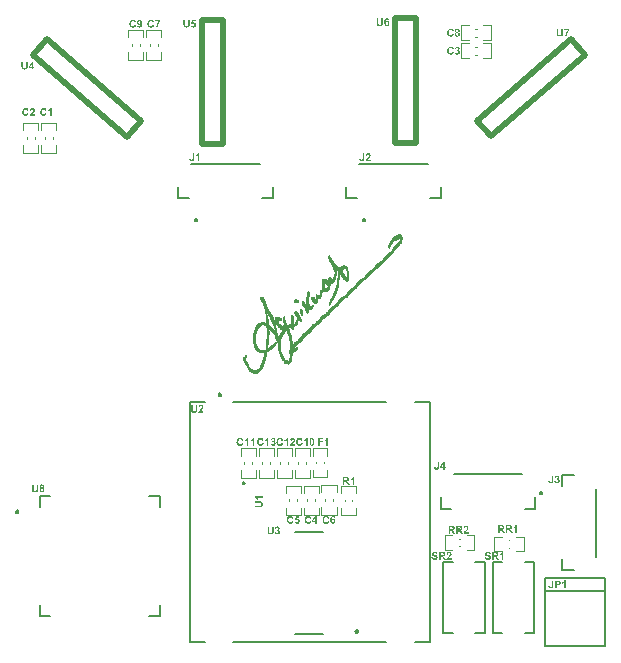
<source format=gto>
%FSTAX23Y23*%
%MOIN*%
%SFA1B1*%

%IPPOS*%
%ADD10C,0.007874*%
%ADD11C,0.005512*%
%ADD12C,0.003000*%
%ADD13C,0.005000*%
%ADD14C,0.003937*%
%ADD15C,0.020000*%
%LNhsmm-1*%
%LPD*%
G36*
X00812Y-00913D02*
Y-00913D01*
Y-00913*
Y-00913*
Y-00913*
Y-00914*
X00812Y-00914*
X00812Y-00915*
X00812Y-00915*
X00812Y-00916*
X00812Y-00917*
X00812Y-00918*
Y-00918*
X00812Y-00918*
X00812Y-00918*
X00812Y-00918*
X00811Y-00918*
X00811Y-00919*
X00811Y-0092*
X0081Y-0092*
X0081Y-00921*
X00809Y-00921*
X00809*
X00809Y-00921*
X00809Y-00921*
X00809Y-00922*
X00808Y-00922*
X00808Y-00922*
X00808Y-00922*
X00808Y-00922*
X00807Y-00922*
X00807Y-00922*
X00806Y-00922*
X00805Y-00923*
X00804Y-00923*
X00803*
X00803Y-00923*
X00803Y-00923*
X00802Y-00923*
X00802Y-00922*
X00802Y-00922*
X00801Y-00922*
X008Y-00922*
X008Y-00922*
X00799Y-00921*
X00799Y-00921*
X00798Y-00921*
X00798Y-00921*
X00798Y-0092*
X00798Y-0092*
X00798Y-0092*
X00798Y-0092*
X00797Y-0092*
X00797Y-0092*
X00797Y-00919*
X00797Y-00919*
X00797Y-00919*
X00797Y-00918*
X00796Y-00918*
X00796Y-00917*
X00796Y-00916*
X00796Y-00916*
X00796Y-00915*
X00796Y-00914*
X00801Y-00914*
Y-00914*
Y-00914*
Y-00914*
X00801Y-00914*
Y-00914*
X00801Y-00915*
X00801Y-00915*
X00801Y-00916*
X00801Y-00916*
X00801Y-00917*
X00801Y-00917*
X00802Y-00917*
X00802Y-00917*
X00802Y-00918*
X00802Y-00918*
X00803Y-00918*
X00803Y-00918*
X00804Y-00918*
X00804*
X00805Y-00918*
X00805Y-00918*
X00805Y-00918*
X00806Y-00918*
X00806Y-00918*
X00806Y-00917*
X00806Y-00917*
X00806Y-00917*
X00807Y-00917*
X00807Y-00916*
X00807Y-00916*
X00807Y-00916*
X00807Y-00915*
X00807Y-00915*
X00807Y-00915*
X00807Y-00914*
X00807Y-00914*
Y-00913*
Y-00897*
X00812*
Y-00913*
G37*
G36*
X00853Y-00922D02*
X00848D01*
Y-00904*
X00848Y-00904*
X00848Y-00904*
X00848Y-00904*
X00848Y-00904*
X00847Y-00904*
X00847Y-00904*
X00847Y-00905*
X00846Y-00905*
X00846Y-00905*
X00845Y-00906*
X00845Y-00906*
X00844Y-00906*
X00843Y-00907*
X00842Y-00907*
Y-00903*
X00842*
X00842Y-00903*
X00842Y-00903*
X00842Y-00903*
X00843Y-00903*
X00843Y-00902*
X00844Y-00902*
X00844Y-00902*
X00845Y-00901*
X00846Y-00901*
X00846Y-009*
X00846Y-009*
X00846Y-009*
X00846Y-009*
X00847Y-009*
X00847Y-00899*
X00848Y-00899*
X00848Y-00898*
X00849Y-00897*
X00849Y-00896*
X00853*
Y-00922*
G37*
G36*
X00828Y-00897D02*
X00829D01*
X0083Y-00897*
X00831Y-00897*
X00831Y-00897*
X00832Y-00897*
X00832Y-00897*
X00832Y-00897*
X00832*
X00832Y-00897*
X00832Y-00897*
X00833Y-00897*
X00833Y-00897*
X00834Y-00897*
X00834Y-00898*
X00835Y-00898*
X00835Y-00899*
X00836Y-00899*
Y-00899*
X00836Y-009*
X00836Y-009*
X00836Y-009*
X00836Y-009*
X00836Y-009*
X00837Y-009*
X00837Y-00901*
X00837Y-00902*
X00837Y-00902*
X00837Y-00903*
X00837Y-00904*
Y-00904*
Y-00905*
Y-00905*
Y-00905*
X00837Y-00905*
Y-00905*
X00837Y-00906*
X00837Y-00906*
X00837Y-00907*
X00837Y-00908*
X00837Y-00908*
X00836Y-00908*
X00836Y-00909*
X00836Y-00909*
X00836Y-00909*
X00836Y-0091*
X00835Y-0091*
X00835Y-00911*
X00834Y-00911*
X00834Y-00911*
X00834Y-00911*
X00834Y-00911*
X00834Y-00911*
X00833Y-00912*
X00833Y-00912*
X00832Y-00912*
X00832Y-00912*
X00832*
X00831Y-00912*
X00831*
X00831Y-00912*
X00831Y-00912*
X00831Y-00912*
X0083*
X0083Y-00912*
X0083Y-00912*
X00829Y-00912*
X00829Y-00912*
X00828*
X00828Y-00912*
X00823*
Y-00922*
X00818*
Y-00897*
X00827*
X00828Y-00897*
G37*
G36*
X00812Y-00563D02*
Y-00563D01*
Y-00563*
Y-00563*
Y-00563*
Y-00564*
X00812Y-00564*
X00812Y-00565*
X00812Y-00565*
X00812Y-00566*
X00812Y-00567*
X00811Y-00568*
Y-00568*
X00811Y-00568*
X00811Y-00568*
X00811Y-00568*
X00811Y-00568*
X00811Y-00569*
X0081Y-0057*
X0081Y-0057*
X00809Y-00571*
X00809Y-00571*
X00809*
X00809Y-00571*
X00809Y-00571*
X00808Y-00572*
X00808Y-00572*
X00808Y-00572*
X00808Y-00572*
X00807Y-00572*
X00807Y-00572*
X00807Y-00572*
X00806Y-00572*
X00805Y-00573*
X00804Y-00573*
X00803*
X00803Y-00573*
X00803Y-00573*
X00802Y-00573*
X00802Y-00572*
X00801Y-00572*
X008Y-00572*
X008Y-00572*
X00799Y-00572*
X00799Y-00571*
X00799Y-00571*
X00798Y-00571*
X00798Y-00571*
X00798Y-0057*
X00798Y-0057*
X00798Y-0057*
X00797Y-0057*
X00797Y-0057*
X00797Y-0057*
X00797Y-00569*
X00797Y-00569*
X00797Y-00569*
X00796Y-00568*
X00796Y-00568*
X00796Y-00567*
X00796Y-00566*
X00796Y-00566*
X00796Y-00565*
X00796Y-00564*
X00801Y-00564*
Y-00564*
Y-00564*
Y-00564*
X00801Y-00564*
Y-00564*
X00801Y-00565*
X00801Y-00565*
X00801Y-00566*
X00801Y-00566*
X00801Y-00567*
X00801Y-00567*
X00801Y-00567*
X00802Y-00567*
X00802Y-00568*
X00802Y-00568*
X00803Y-00568*
X00803Y-00568*
X00804Y-00568*
X00804*
X00804Y-00568*
X00805Y-00568*
X00805Y-00568*
X00805Y-00568*
X00806Y-00568*
X00806Y-00567*
X00806Y-00567*
X00806Y-00567*
X00806Y-00567*
X00807Y-00566*
X00807Y-00566*
X00807Y-00566*
X00807Y-00565*
X00807Y-00565*
X00807Y-00565*
X00807Y-00564*
X00807Y-00564*
Y-00563*
Y-00547*
X00812*
Y-00563*
G37*
G36*
X00825Y-00546D02*
X00825Y-00546D01*
X00826Y-00546*
X00826Y-00547*
X00827Y-00547*
X00828Y-00547*
X00828Y-00547*
X00829Y-00547*
X00829Y-00548*
X00829Y-00548*
X0083Y-00548*
X0083Y-00549*
X0083Y-00549*
X0083Y-00549*
X00831Y-00549*
X00831Y-00549*
X00831Y-00549*
X00831Y-0055*
X00832Y-00551*
X00832Y-00551*
X00832Y-00552*
X00832Y-00553*
X00832Y-00553*
Y-00553*
Y-00553*
X00832Y-00553*
X00832Y-00554*
X00832Y-00554*
X00832Y-00554*
X00832Y-00555*
X00832Y-00555*
X00832Y-00555*
X00831Y-00556*
X00831Y-00556*
X00831Y-00557*
X0083Y-00557*
X0083Y-00558*
X00829Y-00558*
X00828Y-00558*
X00829*
X00829Y-00558*
X00829*
X00829Y-00558*
X00829Y-00559*
X0083Y-00559*
X0083Y-00559*
X00831Y-00559*
X00831Y-0056*
X00832Y-00561*
X00832Y-00561*
X00832Y-00561*
X00832Y-00561*
X00833Y-00562*
X00833Y-00562*
X00833Y-00563*
X00833Y-00564*
X00833Y-00564*
Y-00565*
Y-00565*
Y-00565*
X00833Y-00565*
X00833Y-00565*
X00833Y-00566*
X00833Y-00566*
X00833Y-00566*
X00833Y-00567*
X00833Y-00568*
X00832Y-00568*
X00832Y-00569*
X00832Y-00569*
X00831Y-0057*
X00831Y-0057*
X00831Y-0057*
X00831Y-0057*
X00831Y-0057*
X0083Y-00571*
X0083Y-00571*
X0083Y-00571*
X0083Y-00571*
X00829Y-00571*
X00829Y-00572*
X00828Y-00572*
X00828Y-00572*
X00827Y-00572*
X00827Y-00572*
X00826Y-00573*
X00825Y-00573*
X00825Y-00573*
X00824*
X00824Y-00573*
X00824Y-00573*
X00823Y-00573*
X00823Y-00572*
X00823Y-00572*
X00822Y-00572*
X00821Y-00572*
X0082Y-00572*
X0082Y-00571*
X00819Y-00571*
X00819Y-00571*
X00819Y-00571*
X00819Y-00571*
X00819Y-0057*
X00819Y-0057*
X00818Y-0057*
X00818Y-0057*
X00818Y-0057*
X00818Y-00569*
X00818Y-00569*
X00817Y-00568*
X00817Y-00568*
X00817Y-00567*
X00816Y-00566*
X00816Y-00565*
X00821Y-00565*
Y-00565*
Y-00565*
X00821Y-00565*
X00821Y-00565*
X00821Y-00566*
X00821Y-00566*
X00822Y-00567*
X00822Y-00567*
X00822Y-00568*
X00822Y-00568*
X00822Y-00568*
X00823Y-00568*
X00823Y-00568*
X00823Y-00568*
X00824Y-00568*
X00824Y-00569*
X00825Y-00569*
X00825*
X00825Y-00569*
X00825Y-00568*
X00826Y-00568*
X00826Y-00568*
X00826Y-00568*
X00827Y-00568*
X00827Y-00567*
X00827Y-00567*
X00827Y-00567*
X00828Y-00567*
X00828Y-00567*
X00828Y-00566*
X00828Y-00566*
X00828Y-00565*
X00828Y-00564*
Y-00564*
Y-00564*
Y-00564*
X00828Y-00564*
X00828Y-00563*
X00828Y-00563*
X00828Y-00562*
X00828Y-00562*
X00827Y-00561*
X00827Y-00561*
X00827Y-00561*
X00827Y-00561*
X00827Y-00561*
X00826Y-00561*
X00826Y-0056*
X00825Y-0056*
X00825Y-0056*
X00824*
X00824Y-0056*
X00824Y-0056*
X00823Y-0056*
X00823Y-0056*
X00823Y-00561*
X00823Y-00557*
X00823*
X00824Y-00557*
X00824Y-00557*
X00825Y-00556*
X00825Y-00556*
X00826Y-00556*
X00826Y-00556*
X00826Y-00556*
X00826Y-00556*
X00827Y-00555*
X00827Y-00555*
X00827Y-00555*
X00827Y-00554*
X00827Y-00554*
X00827Y-00553*
Y-00553*
Y-00553*
X00827Y-00553*
X00827Y-00553*
X00827Y-00552*
X00827Y-00552*
X00827Y-00552*
X00826Y-00551*
X00826Y-00551*
X00826Y-00551*
X00826Y-00551*
X00826Y-00551*
X00826Y-00551*
X00825Y-00551*
X00825Y-0055*
X00824Y-0055*
X00824*
X00824Y-0055*
X00824Y-00551*
X00823Y-00551*
X00823Y-00551*
X00823Y-00551*
X00822Y-00551*
X00822Y-00551*
X00822Y-00551*
X00822Y-00552*
X00822Y-00552*
X00822Y-00552*
X00821Y-00553*
X00821Y-00553*
X00821Y-00554*
X00817Y-00553*
Y-00553*
X00817Y-00553*
Y-00553*
X00817Y-00553*
X00817Y-00552*
X00817Y-00552*
X00817Y-00551*
X00817Y-00551*
X00818Y-0055*
X00818Y-00549*
X00818Y-00549*
X00818Y-00549*
X00818Y-00549*
X00819Y-00549*
X00819Y-00548*
X0082Y-00548*
X0082Y-00548*
X00821Y-00547*
X00821*
X00821Y-00547*
X00821Y-00547*
X00821Y-00547*
X00822Y-00547*
X00822Y-00547*
X00823Y-00546*
X00824Y-00546*
X00825Y-00546*
X00825*
X00825Y-00546*
G37*
G36*
X00432Y-00518D02*
Y-00518D01*
Y-00518*
Y-00518*
Y-00518*
Y-00519*
X00432Y-00519*
X00432Y-0052*
X00432Y-0052*
X00431Y-00521*
X00431Y-00522*
X00431Y-00523*
Y-00523*
X00431Y-00523*
X00431Y-00523*
X00431Y-00523*
X00431Y-00523*
X0043Y-00524*
X0043Y-00525*
X0043Y-00525*
X00429Y-00526*
X00428Y-00526*
X00428*
X00428Y-00526*
X00428Y-00526*
X00428Y-00526*
X00428Y-00527*
X00428Y-00527*
X00427Y-00527*
X00427Y-00527*
X00427Y-00527*
X00426Y-00527*
X00425Y-00527*
X00424Y-00528*
X00423Y-00528*
X00423*
X00423Y-00528*
X00422Y-00528*
X00422Y-00527*
X00421Y-00527*
X00421Y-00527*
X0042Y-00527*
X0042Y-00527*
X00419Y-00527*
X00419Y-00526*
X00418Y-00526*
X00418Y-00526*
X00417Y-00525*
X00417Y-00525*
X00417Y-00525*
X00417Y-00525*
X00417Y-00525*
X00417Y-00525*
X00417Y-00525*
X00417Y-00524*
X00416Y-00524*
X00416Y-00523*
X00416Y-00523*
X00416Y-00523*
X00416Y-00522*
X00416Y-00521*
X00415Y-00521*
X00415Y-0052*
X00415Y-00519*
X0042Y-00519*
Y-00519*
Y-00519*
Y-00519*
X0042Y-00519*
Y-00519*
X0042Y-0052*
X0042Y-0052*
X00421Y-00521*
X00421Y-00521*
X00421Y-00522*
X00421Y-00522*
X00421Y-00522*
X00421Y-00522*
X00421Y-00522*
X00422Y-00523*
X00422Y-00523*
X00423Y-00523*
X00423Y-00523*
X00424*
X00424Y-00523*
X00424Y-00523*
X00425Y-00523*
X00425Y-00523*
X00425Y-00523*
X00426Y-00522*
X00426Y-00522*
X00426Y-00522*
X00426Y-00522*
X00426Y-00521*
X00426Y-00521*
X00426Y-00521*
X00426Y-0052*
X00426Y-0052*
X00426Y-0052*
X00426Y-00519*
X00427Y-00519*
Y-00518*
Y-00502*
X00432*
Y-00518*
G37*
G36*
X00451Y-00518D02*
X00454D01*
Y-00522*
X00451*
Y-00527*
X00446*
Y-00522*
X00435*
Y-00518*
X00446Y-00501*
X00451*
Y-00518*
G37*
G36*
X00522Y-00715D02*
X00522Y-00715D01*
X00523Y-00715*
X00523Y-00715*
X00524Y-00715*
X00525Y-00715*
X00526Y-00715*
X00526Y-00716*
X00527Y-00716*
X00527Y-00716*
X00527Y-00717*
X00527Y-00717*
X00528Y-00717*
X00528Y-00717*
X00528Y-00717*
X00528Y-00717*
X00528Y-00717*
X00528Y-00718*
X00529Y-00718*
X00529Y-00719*
X00529Y-0072*
X00529Y-0072*
X0053Y-00721*
X0053Y-00721*
X0053Y-00722*
Y-00722*
Y-00722*
X0053Y-00722*
X0053Y-00723*
X00529Y-00723*
X00529Y-00724*
X00529Y-00724*
X00529Y-00725*
X00529Y-00725*
X00529Y-00725*
X00529Y-00726*
X00529Y-00726*
X00528Y-00727*
X00528Y-00727*
X00528Y-00728*
X00527Y-00728*
X00527Y-00728*
X00527Y-00729*
X00527Y-00729*
X00526Y-00729*
X00526Y-0073*
X00525Y-0073*
X00525Y-00731*
X00524Y-00732*
X00524Y-00732*
X00524Y-00732*
X00524Y-00732*
X00523Y-00732*
X00523Y-00732*
X00523Y-00733*
X00522Y-00733*
X00522Y-00734*
X00521Y-00734*
X00521Y-00734*
X00521Y-00734*
X00521Y-00734*
X00521Y-00735*
X00521Y-00735*
X0052Y-00735*
X0052Y-00735*
X0052Y-00736*
X0053*
Y-0074*
X00512*
Y-0074*
Y-0074*
X00512Y-0074*
X00513Y-0074*
X00513Y-0074*
X00513Y-00739*
X00513Y-00739*
X00513Y-00738*
X00513Y-00737*
X00514Y-00736*
X00514Y-00735*
Y-00735*
X00514Y-00735*
X00514Y-00735*
X00514Y-00735*
X00515Y-00735*
X00515Y-00735*
X00515Y-00734*
X00515Y-00734*
X00516Y-00733*
X00516Y-00733*
X00517Y-00732*
X00517Y-00732*
X00518Y-00731*
X00518Y-00731*
X00519Y-0073*
X0052Y-00729*
X0052Y-00729*
X0052Y-00729*
X0052Y-00729*
X0052Y-00729*
X0052Y-00729*
X00521Y-00728*
X00521Y-00728*
X00522Y-00727*
X00523Y-00726*
X00523Y-00726*
X00523Y-00726*
X00524Y-00725*
X00524Y-00725*
X00524Y-00725*
X00524Y-00725*
X00524Y-00725*
X00524Y-00724*
X00524Y-00724*
X00525Y-00723*
X00525Y-00723*
X00525Y-00722*
Y-00722*
Y-00722*
Y-00722*
X00525Y-00721*
X00525Y-00721*
X00524Y-00721*
X00524Y-0072*
X00524Y-0072*
X00524Y-0072*
X00524Y-00719*
X00524Y-00719*
X00523Y-00719*
X00523Y-00719*
X00523Y-00719*
X00522Y-00719*
X00522Y-00719*
X00521Y-00719*
X00521*
X00521Y-00719*
X0052Y-00719*
X0052Y-00719*
X0052Y-00719*
X00519Y-00719*
X00519Y-0072*
X00519Y-0072*
X00519Y-0072*
X00519Y-0072*
X00518Y-0072*
X00518Y-00721*
X00518Y-00721*
X00518Y-00722*
X00518Y-00723*
X00513Y-00722*
Y-00722*
X00513Y-00722*
Y-00722*
X00513Y-00721*
X00513Y-00721*
X00513Y-00721*
X00513Y-0072*
X00514Y-0072*
X00514Y-00719*
X00514Y-00718*
X00515Y-00718*
X00515Y-00717*
X00515Y-00717*
X00516Y-00716*
X00516Y-00716*
X00516Y-00716*
X00516Y-00716*
X00516Y-00716*
X00516Y-00716*
X00517Y-00716*
X00517Y-00716*
X00517Y-00715*
X00518Y-00715*
X00518Y-00715*
X00519Y-00715*
X0052Y-00715*
X00521Y-00715*
X00521Y-00715*
X00522*
X00522Y-00715*
G37*
G36*
X005Y-00715D02*
X00501D01*
X00501Y-00715*
X00502*
X00502Y-00715*
X00503Y-00715*
X00504Y-00715*
X00505Y-00715*
X00505Y-00715*
X00505*
X00505Y-00715*
X00505Y-00716*
X00506Y-00716*
X00506Y-00716*
X00507Y-00716*
X00507Y-00717*
X00508Y-00717*
X00508Y-00718*
Y-00718*
X00508Y-00718*
X00508Y-00718*
X00508Y-00718*
X00509Y-00719*
X00509Y-00719*
X00509Y-0072*
X00509Y-0072*
X00509Y-00721*
X00509Y-00722*
Y-00722*
Y-00722*
Y-00722*
X00509Y-00722*
Y-00723*
X00509Y-00723*
X00509Y-00724*
X00509Y-00724*
X00509Y-00725*
X00508Y-00726*
X00508Y-00726*
X00508Y-00727*
X00508Y-00727*
X00508Y-00727*
X00507Y-00727*
X00507Y-00727*
X00507Y-00727*
X00507Y-00727*
X00507Y-00727*
X00506Y-00728*
X00506Y-00728*
X00506Y-00728*
X00505Y-00728*
X00505Y-00728*
X00504Y-00729*
X00504Y-00729*
X00503Y-00729*
X00503Y-00729*
X00503*
X00503Y-00729*
X00503Y-00729*
X00503Y-00729*
X00503Y-0073*
X00504Y-0073*
X00504Y-0073*
X00505Y-00731*
X00505Y-00731*
X00505Y-00731*
X00505Y-00731*
X00506Y-00732*
X00506Y-00732*
X00506Y-00733*
X00507Y-00733*
X00507Y-00733*
X00507Y-00734*
X00508Y-00734*
X00508Y-00735*
X00508Y-00735*
X00511Y-0074*
X00505*
X00501Y-00735*
X00501Y-00735*
X00501Y-00735*
X00501Y-00734*
X00501Y-00734*
X00501Y-00734*
X00501Y-00734*
X005Y-00733*
X005Y-00733*
X00499Y-00732*
X00499Y-00731*
X00499Y-00731*
X00499Y-00731*
X00499Y-00731*
X00499Y-00731*
X00498Y-00731*
X00498Y-00731*
X00498Y-0073*
X00498Y-0073*
X00497Y-0073*
X00497Y-0073*
X00497*
X00497Y-0073*
X00497Y-0073*
X00497Y-0073*
X00496Y-0073*
X00496Y-0073*
X00495Y-0073*
X00494*
Y-0074*
X00488*
Y-00715*
X005*
X005Y-00715*
G37*
G36*
X00474D02*
X00475D01*
X00475Y-00715*
X00476*
X00477Y-00715*
X00478Y-00715*
X00479Y-00715*
X00479Y-00715*
X00479Y-00715*
X00479*
X00479Y-00715*
X0048Y-00716*
X0048Y-00716*
X0048Y-00716*
X00481Y-00716*
X00481Y-00717*
X00482Y-00717*
X00482Y-00718*
Y-00718*
X00482Y-00718*
X00482Y-00718*
X00482Y-00718*
X00483Y-00719*
X00483Y-00719*
X00483Y-0072*
X00483Y-0072*
X00483Y-00721*
X00483Y-00722*
Y-00722*
Y-00722*
Y-00722*
X00483Y-00722*
Y-00723*
X00483Y-00723*
X00483Y-00724*
X00483Y-00724*
X00483Y-00725*
X00482Y-00726*
X00482Y-00726*
X00482Y-00727*
X00482Y-00727*
X00482Y-00727*
X00482Y-00727*
X00481Y-00727*
X00481Y-00727*
X00481Y-00727*
X00481Y-00727*
X0048Y-00728*
X0048Y-00728*
X0048Y-00728*
X00479Y-00728*
X00479Y-00728*
X00478Y-00729*
X00478Y-00729*
X00477Y-00729*
X00477Y-00729*
X00477*
X00477Y-00729*
X00477Y-00729*
X00477Y-00729*
X00478Y-0073*
X00478Y-0073*
X00479Y-0073*
X00479Y-00731*
X00479Y-00731*
X00479Y-00731*
X0048Y-00731*
X0048Y-00732*
X0048Y-00732*
X00481Y-00733*
X00481Y-00733*
X00481Y-00733*
X00481Y-00734*
X00482Y-00734*
X00482Y-00735*
X00482Y-00735*
X00486Y-0074*
X00479*
X00476Y-00735*
X00476Y-00735*
X00476Y-00735*
X00475Y-00734*
X00475Y-00734*
X00475Y-00734*
X00475Y-00734*
X00475Y-00733*
X00474Y-00733*
X00474Y-00732*
X00473Y-00731*
X00473Y-00731*
X00473Y-00731*
X00473Y-00731*
X00473Y-00731*
X00473Y-00731*
X00472Y-00731*
X00472Y-0073*
X00472Y-0073*
X00472Y-0073*
X00471Y-0073*
X00471*
X00471Y-0073*
X00471Y-0073*
X00471Y-0073*
X0047Y-0073*
X0047Y-0073*
X00469Y-0073*
X00468*
Y-0074*
X00463*
Y-00715*
X00474*
X00474Y-00715*
G37*
G36*
X00691Y-00737D02*
X00686D01*
Y-00719*
X00686Y-00719*
X00686Y-00719*
X00686Y-00719*
X00686Y-00719*
X00685Y-00719*
X00685Y-0072*
X00685Y-0072*
X00684Y-0072*
X00684Y-00721*
X00683Y-00721*
X00683Y-00721*
X00682Y-00721*
X00681Y-00722*
X0068Y-00723*
Y-00718*
X0068*
X0068Y-00718*
X0068Y-00718*
X0068Y-00718*
X0068Y-00718*
X00681Y-00718*
X00682Y-00717*
X00682Y-00717*
X00683Y-00716*
X00684Y-00716*
X00684Y-00716*
X00684Y-00716*
X00684Y-00716*
X00684Y-00715*
X00685Y-00715*
X00685Y-00715*
X00686Y-00714*
X00686Y-00713*
X00687Y-00712*
X00687Y-00712*
X00691*
Y-00737*
G37*
G36*
X00666Y-00712D02*
X00666D01*
X00666Y-00712*
X00667*
X00668Y-00712*
X00669Y-00712*
X0067Y-00712*
X0067Y-00712*
X00671Y-00712*
X00671*
X00671Y-00713*
X00671Y-00713*
X00671Y-00713*
X00672Y-00713*
X00672Y-00713*
X00673Y-00714*
X00673Y-00714*
X00674Y-00715*
Y-00715*
X00674Y-00715*
X00674Y-00715*
X00674Y-00715*
X00674Y-00716*
X00674Y-00716*
X00674Y-00717*
X00675Y-00717*
X00675Y-00718*
X00675Y-00719*
Y-00719*
Y-00719*
Y-00719*
X00675Y-00719*
Y-0072*
X00675Y-0072*
X00675Y-00721*
X00674Y-00721*
X00674Y-00722*
X00674Y-00723*
X00673Y-00723*
X00673Y-00724*
X00673Y-00724*
X00673Y-00724*
X00673Y-00724*
X00673Y-00724*
X00673Y-00724*
X00672Y-00724*
X00672Y-00725*
X00672Y-00725*
X00671Y-00725*
X00671Y-00725*
X00671Y-00725*
X0067Y-00726*
X0067Y-00726*
X00669Y-00726*
X00669Y-00726*
X00668Y-00726*
X00668*
X00668Y-00726*
X00668Y-00726*
X00669Y-00726*
X00669Y-00727*
X00669Y-00727*
X0067Y-00727*
X0067Y-00728*
X00671Y-00728*
X00671Y-00728*
X00671Y-00728*
X00671Y-00729*
X00671Y-00729*
X00672Y-0073*
X00672Y-0073*
X00672Y-0073*
X00673Y-00731*
X00673Y-00731*
X00673Y-00732*
X00674Y-00732*
X00677Y-00737*
X00671*
X00667Y-00732*
X00667Y-00732*
X00667Y-00732*
X00667Y-00732*
X00667Y-00731*
X00666Y-00731*
X00666Y-00731*
X00666Y-0073*
X00665Y-0073*
X00665Y-00729*
X00664Y-00728*
X00664Y-00728*
X00664Y-00728*
X00664Y-00728*
X00664Y-00728*
X00664Y-00728*
X00664Y-00728*
X00663Y-00727*
X00663Y-00727*
X00663Y-00727*
X00663Y-00727*
X00663*
X00662Y-00727*
X00662Y-00727*
X00662Y-00727*
X00662Y-00727*
X00661Y-00727*
X00661Y-00727*
X00659*
Y-00737*
X00654*
Y-00712*
X00665*
X00666Y-00712*
G37*
G36*
X0064D02*
X0064D01*
X00641Y-00712*
X00641*
X00642Y-00712*
X00643Y-00712*
X00644Y-00712*
X00644Y-00712*
X00645Y-00712*
X00645*
X00645Y-00713*
X00645Y-00713*
X00645Y-00713*
X00646Y-00713*
X00646Y-00713*
X00647Y-00714*
X00647Y-00714*
X00648Y-00715*
Y-00715*
X00648Y-00715*
X00648Y-00715*
X00648Y-00715*
X00648Y-00716*
X00648Y-00716*
X00649Y-00717*
X00649Y-00717*
X00649Y-00718*
X00649Y-00719*
Y-00719*
Y-00719*
Y-00719*
X00649Y-00719*
Y-0072*
X00649Y-0072*
X00649Y-00721*
X00648Y-00721*
X00648Y-00722*
X00648Y-00723*
X00647Y-00723*
X00647Y-00724*
X00647Y-00724*
X00647Y-00724*
X00647Y-00724*
X00647Y-00724*
X00647Y-00724*
X00646Y-00724*
X00646Y-00725*
X00646Y-00725*
X00646Y-00725*
X00645Y-00725*
X00645Y-00725*
X00644Y-00726*
X00644Y-00726*
X00643Y-00726*
X00643Y-00726*
X00642Y-00726*
X00642*
X00642Y-00726*
X00642Y-00726*
X00643Y-00726*
X00643Y-00727*
X00644Y-00727*
X00644Y-00727*
X00644Y-00728*
X00645Y-00728*
X00645Y-00728*
X00645Y-00728*
X00645Y-00729*
X00646Y-00729*
X00646Y-0073*
X00646Y-0073*
X00647Y-0073*
X00647Y-00731*
X00647Y-00731*
X00647Y-00732*
X00648Y-00732*
X00651Y-00737*
X00645*
X00641Y-00732*
X00641Y-00732*
X00641Y-00732*
X00641Y-00732*
X00641Y-00731*
X00641Y-00731*
X0064Y-00731*
X0064Y-0073*
X0064Y-0073*
X00639Y-00729*
X00639Y-00728*
X00638Y-00728*
X00638Y-00728*
X00638Y-00728*
X00638Y-00728*
X00638Y-00728*
X00638Y-00728*
X00638Y-00727*
X00637Y-00727*
X00637Y-00727*
X00637Y-00727*
X00637*
X00637Y-00727*
X00636Y-00727*
X00636Y-00727*
X00636Y-00727*
X00635Y-00727*
X00635Y-00727*
X00633*
Y-00737*
X00628*
Y-00712*
X0064*
X0064Y-00712*
G37*
G36*
X00594Y-00801D02*
X00595Y-00801D01*
X00595Y-00801*
X00596Y-00801*
X00596Y-00801*
X00597Y-00802*
X00598Y-00802*
X00599Y-00802*
X00599Y-00802*
X006Y-00803*
X006Y-00803*
X00601Y-00803*
X00601Y-00803*
X00601Y-00803*
X00601Y-00804*
X00601Y-00804*
X00601Y-00804*
X00602Y-00804*
X00602Y-00805*
X00602Y-00805*
X00602Y-00805*
X00602Y-00806*
X00603Y-00806*
X00603Y-00807*
X00603Y-00807*
X00603Y-00808*
X00603Y-00808*
X00603Y-00809*
X00598Y-00809*
Y-00809*
Y-00809*
X00598Y-00809*
X00598Y-00809*
X00598Y-00808*
X00598Y-00808*
X00597Y-00807*
X00597Y-00807*
X00597Y-00806*
X00597Y-00806*
X00597Y-00806*
X00596Y-00806*
X00596Y-00806*
X00595Y-00806*
X00595Y-00806*
X00594Y-00806*
X00593Y-00806*
X00593*
X00593Y-00806*
X00592Y-00806*
X00592Y-00806*
X00591Y-00806*
X00591Y-00806*
X0059Y-00806*
X0059Y-00807*
X0059Y-00807*
X0059Y-00807*
X0059Y-00807*
X00589Y-00807*
X00589Y-00807*
X00589Y-00808*
X00589Y-00808*
Y-00808*
Y-00808*
X00589Y-00808*
X00589Y-00809*
X00589Y-00809*
X00589Y-00809*
X0059Y-00809*
X0059Y-0081*
X0059Y-0081*
X0059Y-0081*
X0059Y-0081*
X0059Y-0081*
X00591Y-0081*
X00591Y-0081*
X00591Y-0081*
X00592Y-0081*
X00592Y-00811*
X00592Y-00811*
X00593Y-00811*
X00593Y-00811*
X00594Y-00811*
X00595Y-00811*
X00595*
X00595Y-00811*
X00595Y-00811*
X00595Y-00811*
X00596Y-00812*
X00596Y-00812*
X00596Y-00812*
X00597Y-00812*
X00598Y-00812*
X00599Y-00812*
X00599Y-00813*
X006Y-00813*
X006Y-00813*
X006*
X006Y-00813*
X006Y-00813*
X00601Y-00814*
X00601Y-00814*
X00602Y-00814*
X00602Y-00815*
X00603Y-00815*
X00603Y-00816*
X00603Y-00816*
X00603Y-00816*
X00603Y-00816*
X00604Y-00817*
X00604Y-00817*
X00604Y-00818*
X00604Y-00819*
X00604Y-0082*
Y-0082*
Y-0082*
Y-0082*
Y-0082*
X00604Y-0082*
X00604Y-00821*
X00604Y-00821*
X00604Y-00822*
X00604Y-00823*
X00603Y-00823*
X00603Y-00824*
Y-00824*
X00603Y-00824*
X00603Y-00824*
X00602Y-00825*
X00602Y-00825*
X00601Y-00826*
X00601Y-00826*
X006Y-00826*
X00599Y-00827*
X00599*
X00599Y-00827*
X00599Y-00827*
X00599Y-00827*
X00599Y-00827*
X00598Y-00827*
X00598Y-00827*
X00598Y-00827*
X00597Y-00827*
X00597Y-00827*
X00596Y-00828*
X00595Y-00828*
X00594Y-00828*
X00593*
X00593Y-00828*
X00593Y-00828*
X00592Y-00828*
X00592Y-00828*
X00591Y-00827*
X0059Y-00827*
X00589Y-00827*
X00589Y-00827*
X00588Y-00827*
X00587Y-00826*
X00587Y-00826*
X00586Y-00826*
X00586Y-00826*
X00586Y-00825*
X00586Y-00825*
X00586Y-00825*
X00586Y-00825*
X00585Y-00825*
X00585Y-00824*
X00585Y-00824*
X00585Y-00823*
X00584Y-00823*
X00584Y-00822*
X00584Y-00822*
X00584Y-00821*
X00584Y-0082*
X00583Y-0082*
X00583Y-00819*
X00588Y-00818*
Y-00819*
X00588Y-00819*
Y-00819*
X00588Y-00819*
X00589Y-00819*
X00589Y-0082*
X00589Y-00821*
X00589Y-00821*
X0059Y-00822*
X0059Y-00822*
X0059Y-00822*
X0059Y-00822*
X00591Y-00823*
X00591Y-00823*
X00592Y-00823*
X00592Y-00823*
X00593Y-00823*
X00594Y-00823*
X00594*
X00595Y-00823*
X00595Y-00823*
X00596Y-00823*
X00597Y-00823*
X00597Y-00823*
X00598Y-00822*
X00598Y-00822*
X00598Y-00822*
X00598Y-00822*
X00598Y-00822*
X00598Y-00821*
X00599Y-00821*
X00599Y-0082*
X00599Y-0082*
Y-0082*
Y-0082*
X00599Y-0082*
X00599Y-00819*
X00599Y-00819*
X00599Y-00819*
X00599Y-00819*
X00598Y-00818*
X00598Y-00818*
X00598Y-00818*
X00598Y-00818*
X00598Y-00818*
X00598Y-00818*
X00597Y-00818*
X00597Y-00817*
X00597Y-00817*
X00596*
X00596Y-00817*
X00596Y-00817*
X00596Y-00817*
X00596Y-00817*
X00595Y-00817*
X00595Y-00817*
X00595Y-00817*
X00594Y-00817*
X00594Y-00817*
X00593Y-00816*
X00593Y-00816*
X00592Y-00816*
X00592*
X00592Y-00816*
X00592Y-00816*
X00592Y-00816*
X00591Y-00816*
X00591Y-00816*
X00591Y-00816*
X0059Y-00815*
X00589Y-00815*
X00588Y-00815*
X00588Y-00814*
X00587Y-00814*
X00587Y-00814*
X00587Y-00814*
X00587Y-00814*
X00586Y-00813*
X00586Y-00813*
X00586Y-00813*
X00586Y-00813*
X00586Y-00813*
X00586Y-00812*
X00585Y-00812*
X00585Y-00811*
X00585Y-0081*
X00584Y-0081*
X00584Y-0081*
X00584Y-00809*
X00584Y-00808*
Y-00808*
Y-00808*
Y-00808*
Y-00808*
X00584Y-00808*
X00584Y-00807*
X00584Y-00807*
X00585Y-00806*
X00585Y-00805*
X00585Y-00805*
Y-00805*
X00585Y-00805*
X00586Y-00804*
X00586Y-00804*
X00586Y-00804*
X00587Y-00803*
X00587Y-00803*
X00588Y-00803*
X00588Y-00802*
X00589*
X00589Y-00802*
X00589Y-00802*
X00589Y-00802*
X00589Y-00802*
X00589Y-00802*
X0059Y-00802*
X0059Y-00802*
X00591Y-00802*
X00592Y-00801*
X00592Y-00801*
X00594Y-00801*
X00594*
X00594Y-00801*
G37*
G36*
X00646Y-00827D02*
X00641D01*
Y-00809*
X00641Y-00809*
X00641Y-00809*
X00641Y-00809*
X0064Y-00809*
X0064Y-00809*
X0064Y-0081*
X00639Y-0081*
X00639Y-0081*
X00639Y-0081*
X00638Y-00811*
X00638Y-00811*
X00637Y-00811*
X00636Y-00812*
X00635Y-00812*
Y-00808*
X00635*
X00635Y-00808*
X00635Y-00808*
X00635Y-00808*
X00635Y-00808*
X00636Y-00808*
X00636Y-00807*
X00637Y-00807*
X00638Y-00806*
X00639Y-00806*
X00639Y-00806*
X00639Y-00806*
X00639Y-00806*
X00639Y-00805*
X00639Y-00805*
X0064Y-00805*
X0064Y-00804*
X00641Y-00803*
X00641Y-00802*
X00642Y-00802*
X00646*
Y-00827*
G37*
G36*
X0062Y-00802D02*
X00621D01*
X00621Y-00802*
X00622*
X00623Y-00802*
X00624Y-00802*
X00625Y-00802*
X00625Y-00802*
X00625Y-00802*
X00625*
X00625Y-00802*
X00626Y-00803*
X00626Y-00803*
X00626Y-00803*
X00627Y-00803*
X00627Y-00804*
X00628Y-00804*
X00628Y-00805*
Y-00805*
X00628Y-00805*
X00628Y-00805*
X00628Y-00805*
X00629Y-00806*
X00629Y-00806*
X00629Y-00807*
X00629Y-00807*
X00629Y-00808*
X00629Y-00809*
Y-00809*
Y-00809*
Y-00809*
X00629Y-00809*
Y-0081*
X00629Y-0081*
X00629Y-00811*
X00629Y-00811*
X00629Y-00812*
X00628Y-00813*
X00628Y-00813*
X00628Y-00814*
X00628Y-00814*
X00628Y-00814*
X00628Y-00814*
X00627Y-00814*
X00627Y-00814*
X00627Y-00814*
X00627Y-00814*
X00626Y-00815*
X00626Y-00815*
X00626Y-00815*
X00625Y-00815*
X00625Y-00815*
X00624Y-00816*
X00624Y-00816*
X00623Y-00816*
X00623Y-00816*
X00623*
X00623Y-00816*
X00623Y-00816*
X00623Y-00816*
X00624Y-00817*
X00624Y-00817*
X00625Y-00817*
X00625Y-00818*
X00625Y-00818*
X00625Y-00818*
X00626Y-00818*
X00626Y-00819*
X00626Y-00819*
X00627Y-0082*
X00627Y-0082*
X00627Y-0082*
X00627Y-00821*
X00628Y-00821*
X00628Y-00822*
X00628Y-00822*
X00632Y-00827*
X00625*
X00622Y-00822*
X00622Y-00822*
X00622Y-00822*
X00621Y-00821*
X00621Y-00821*
X00621Y-00821*
X00621Y-00821*
X00621Y-0082*
X0062Y-00819*
X0062Y-00819*
X00619Y-00818*
X00619Y-00818*
X00619Y-00818*
X00619Y-00818*
X00619Y-00818*
X00619Y-00818*
X00618Y-00818*
X00618Y-00817*
X00618Y-00817*
X00618Y-00817*
X00617Y-00817*
X00617*
X00617Y-00817*
X00617Y-00817*
X00617Y-00817*
X00616Y-00817*
X00616Y-00817*
X00615Y-00817*
X00614*
Y-00827*
X00608*
Y-00802*
X0062*
X0062Y-00802*
G37*
G36*
X00417Y-00801D02*
X00418Y-00801D01*
X00418Y-00801*
X00419Y-00801*
X00419Y-00801*
X0042Y-00802*
X00421Y-00802*
X00422Y-00802*
X00422Y-00802*
X00423Y-00803*
X00423Y-00803*
X00424Y-00803*
X00424Y-00803*
X00424Y-00803*
X00424Y-00804*
X00424Y-00804*
X00424Y-00804*
X00425Y-00804*
X00425Y-00805*
X00425Y-00805*
X00425Y-00805*
X00425Y-00806*
X00426Y-00806*
X00426Y-00807*
X00426Y-00807*
X00426Y-00808*
X00426Y-00808*
X00426Y-00809*
X00421Y-00809*
Y-00809*
Y-00809*
X00421Y-00809*
X00421Y-00809*
X00421Y-00808*
X00421Y-00808*
X0042Y-00807*
X0042Y-00807*
X0042Y-00806*
X0042Y-00806*
X0042Y-00806*
X00419Y-00806*
X00419Y-00806*
X00418Y-00806*
X00418Y-00806*
X00417Y-00806*
X00416Y-00806*
X00416*
X00416Y-00806*
X00415Y-00806*
X00415Y-00806*
X00414Y-00806*
X00413Y-00806*
X00413Y-00806*
X00413Y-00807*
X00413Y-00807*
X00413Y-00807*
X00413Y-00807*
X00412Y-00807*
X00412Y-00807*
X00412Y-00808*
X00412Y-00808*
Y-00808*
Y-00808*
X00412Y-00808*
X00412Y-00809*
X00412Y-00809*
X00412Y-00809*
X00413Y-00809*
X00413Y-0081*
X00413Y-0081*
X00413Y-0081*
X00413Y-0081*
X00413Y-0081*
X00414Y-0081*
X00414Y-0081*
X00414Y-0081*
X00414Y-0081*
X00415Y-00811*
X00415Y-00811*
X00416Y-00811*
X00416Y-00811*
X00417Y-00811*
X00418Y-00811*
X00418*
X00418Y-00811*
X00418Y-00811*
X00418Y-00811*
X00419Y-00812*
X00419Y-00812*
X00419Y-00812*
X0042Y-00812*
X00421Y-00812*
X00422Y-00812*
X00422Y-00813*
X00423Y-00813*
X00423Y-00813*
X00423*
X00423Y-00813*
X00423Y-00813*
X00424Y-00814*
X00424Y-00814*
X00425Y-00814*
X00425Y-00815*
X00426Y-00815*
X00426Y-00816*
X00426Y-00816*
X00426Y-00816*
X00426Y-00816*
X00427Y-00817*
X00427Y-00817*
X00427Y-00818*
X00427Y-00819*
X00427Y-0082*
Y-0082*
Y-0082*
Y-0082*
Y-0082*
X00427Y-0082*
X00427Y-00821*
X00427Y-00821*
X00427Y-00822*
X00427Y-00823*
X00426Y-00823*
X00426Y-00824*
Y-00824*
X00426Y-00824*
X00426Y-00824*
X00425Y-00825*
X00425Y-00825*
X00424Y-00826*
X00424Y-00826*
X00423Y-00826*
X00422Y-00827*
X00422*
X00422Y-00827*
X00422Y-00827*
X00422Y-00827*
X00422Y-00827*
X00421Y-00827*
X00421Y-00827*
X00421Y-00827*
X0042Y-00827*
X0042Y-00827*
X00419Y-00828*
X00418Y-00828*
X00417Y-00828*
X00416*
X00416Y-00828*
X00416Y-00828*
X00415Y-00828*
X00415Y-00828*
X00414Y-00827*
X00413Y-00827*
X00412Y-00827*
X00412Y-00827*
X00411Y-00827*
X0041Y-00826*
X0041Y-00826*
X00409Y-00826*
X00409Y-00826*
X00409Y-00825*
X00409Y-00825*
X00409Y-00825*
X00409Y-00825*
X00408Y-00825*
X00408Y-00824*
X00408Y-00824*
X00408Y-00823*
X00407Y-00823*
X00407Y-00822*
X00407Y-00822*
X00407Y-00821*
X00406Y-0082*
X00406Y-0082*
X00406Y-00819*
X00411Y-00818*
Y-00819*
X00411Y-00819*
Y-00819*
X00411Y-00819*
X00411Y-00819*
X00412Y-0082*
X00412Y-00821*
X00412Y-00821*
X00413Y-00822*
X00413Y-00822*
X00413Y-00822*
X00413Y-00822*
X00414Y-00823*
X00414Y-00823*
X00415Y-00823*
X00415Y-00823*
X00416Y-00823*
X00417Y-00823*
X00417*
X00418Y-00823*
X00418Y-00823*
X00419Y-00823*
X00419Y-00823*
X0042Y-00823*
X00421Y-00822*
X00421Y-00822*
X00421Y-00822*
X00421Y-00822*
X00421Y-00822*
X00421Y-00821*
X00422Y-00821*
X00422Y-0082*
X00422Y-0082*
Y-0082*
Y-0082*
X00422Y-0082*
X00422Y-00819*
X00422Y-00819*
X00422Y-00819*
X00422Y-00819*
X00421Y-00818*
X00421Y-00818*
X00421Y-00818*
X00421Y-00818*
X00421Y-00818*
X00421Y-00818*
X0042Y-00818*
X0042Y-00817*
X00419Y-00817*
X00419*
X00419Y-00817*
X00419Y-00817*
X00419Y-00817*
X00419Y-00817*
X00418Y-00817*
X00418Y-00817*
X00418Y-00817*
X00417Y-00817*
X00417Y-00817*
X00416Y-00816*
X00416Y-00816*
X00415Y-00816*
X00415*
X00415Y-00816*
X00415Y-00816*
X00415Y-00816*
X00414Y-00816*
X00414Y-00816*
X00414Y-00816*
X00413Y-00815*
X00412Y-00815*
X00411Y-00815*
X00411Y-00814*
X0041Y-00814*
X0041Y-00814*
X0041Y-00814*
X00409Y-00814*
X00409Y-00813*
X00409Y-00813*
X00409Y-00813*
X00409Y-00813*
X00409Y-00813*
X00409Y-00812*
X00408Y-00812*
X00408Y-00811*
X00408Y-0081*
X00407Y-0081*
X00407Y-0081*
X00407Y-00809*
X00407Y-00808*
Y-00808*
Y-00808*
Y-00808*
Y-00808*
X00407Y-00808*
X00407Y-00807*
X00407Y-00807*
X00408Y-00806*
X00408Y-00805*
X00408Y-00805*
Y-00805*
X00408Y-00805*
X00408Y-00804*
X00409Y-00804*
X00409Y-00804*
X0041Y-00803*
X0041Y-00803*
X00411Y-00803*
X00411Y-00802*
X00411*
X00412Y-00802*
X00412Y-00802*
X00412Y-00802*
X00412Y-00802*
X00412Y-00802*
X00413Y-00802*
X00413Y-00802*
X00414Y-00802*
X00414Y-00801*
X00415Y-00801*
X00417Y-00801*
X00417*
X00417Y-00801*
G37*
G36*
X00465Y-00802D02*
X00466Y-00802D01*
X00466Y-00802*
X00466Y-00802*
X00467Y-00802*
X00468Y-00802*
X00469Y-00802*
X00469Y-00803*
X0047Y-00803*
X0047Y-00803*
X00471Y-00804*
X00471Y-00804*
X00471Y-00804*
X00471Y-00804*
X00471Y-00804*
X00471Y-00804*
X00471Y-00804*
X00471Y-00805*
X00472Y-00805*
X00472Y-00806*
X00472Y-00807*
X00473Y-00807*
X00473Y-00808*
X00473Y-00808*
X00473Y-00809*
Y-00809*
Y-00809*
X00473Y-00809*
X00473Y-0081*
X00473Y-0081*
X00473Y-00811*
X00472Y-00811*
X00472Y-00812*
X00472Y-00812*
X00472Y-00812*
X00472Y-00813*
X00472Y-00813*
X00471Y-00814*
X00471Y-00814*
X00471Y-00815*
X0047Y-00815*
X0047Y-00815*
X0047Y-00816*
X0047Y-00816*
X00469Y-00816*
X00469Y-00817*
X00468Y-00817*
X00468Y-00818*
X00467Y-00819*
X00467Y-00819*
X00467Y-00819*
X00467Y-00819*
X00467Y-00819*
X00466Y-00819*
X00466Y-0082*
X00465Y-0082*
X00465Y-00821*
X00464Y-00821*
X00464Y-00821*
X00464Y-00821*
X00464Y-00821*
X00464Y-00822*
X00464Y-00822*
X00464Y-00822*
X00463Y-00822*
X00463Y-00823*
X00473*
Y-00827*
X00456*
Y-00827*
Y-00827*
X00456Y-00827*
X00456Y-00827*
X00456Y-00827*
X00456Y-00826*
X00456Y-00826*
X00456Y-00825*
X00456Y-00824*
X00457Y-00823*
X00457Y-00822*
Y-00822*
X00457Y-00822*
X00457Y-00822*
X00458Y-00822*
X00458Y-00822*
X00458Y-00821*
X00458Y-00821*
X00458Y-00821*
X00459Y-0082*
X00459Y-0082*
X0046Y-00819*
X0046Y-00819*
X00461Y-00818*
X00461Y-00818*
X00462Y-00817*
X00463Y-00816*
X00463Y-00816*
X00463Y-00816*
X00463Y-00816*
X00463Y-00816*
X00464Y-00816*
X00464Y-00815*
X00465Y-00815*
X00465Y-00814*
X00466Y-00813*
X00466Y-00813*
X00466Y-00813*
X00467Y-00812*
X00467Y-00812*
X00467Y-00812*
X00467Y-00812*
X00467Y-00812*
X00467Y-00811*
X00468Y-00811*
X00468Y-0081*
X00468Y-0081*
X00468Y-00809*
Y-00809*
Y-00809*
Y-00809*
X00468Y-00808*
X00468Y-00808*
X00468Y-00808*
X00467Y-00807*
X00467Y-00807*
X00467Y-00807*
X00467Y-00806*
X00467Y-00806*
X00467Y-00806*
X00466Y-00806*
X00466Y-00806*
X00466Y-00806*
X00465Y-00806*
X00465Y-00806*
X00464*
X00464Y-00806*
X00464Y-00806*
X00463Y-00806*
X00463Y-00806*
X00462Y-00806*
X00462Y-00807*
X00462Y-00807*
X00462Y-00807*
X00462Y-00807*
X00462Y-00807*
X00461Y-00808*
X00461Y-00808*
X00461Y-00809*
X00461Y-0081*
X00456Y-00809*
Y-00809*
X00456Y-00809*
Y-00809*
X00456Y-00808*
X00456Y-00808*
X00456Y-00808*
X00457Y-00807*
X00457Y-00807*
X00457Y-00806*
X00457Y-00805*
X00458Y-00805*
X00458Y-00804*
X00458Y-00804*
X00459Y-00803*
X00459Y-00803*
X00459Y-00803*
X00459Y-00803*
X00459Y-00803*
X00459Y-00803*
X0046Y-00803*
X0046Y-00803*
X0046Y-00802*
X00461Y-00802*
X00461Y-00802*
X00462Y-00802*
X00463Y-00802*
X00464Y-00802*
X00465Y-00802*
X00465*
X00465Y-00802*
G37*
G36*
X00443Y-00802D02*
X00444D01*
X00444Y-00802*
X00445*
X00446Y-00802*
X00447Y-00802*
X00448Y-00802*
X00448Y-00802*
X00448Y-00802*
X00448*
X00448Y-00802*
X00449Y-00803*
X00449Y-00803*
X00449Y-00803*
X0045Y-00803*
X0045Y-00804*
X00451Y-00804*
X00451Y-00805*
Y-00805*
X00451Y-00805*
X00451Y-00805*
X00451Y-00805*
X00452Y-00806*
X00452Y-00806*
X00452Y-00807*
X00452Y-00807*
X00452Y-00808*
X00452Y-00809*
Y-00809*
Y-00809*
Y-00809*
X00452Y-00809*
Y-0081*
X00452Y-0081*
X00452Y-00811*
X00452Y-00811*
X00452Y-00812*
X00451Y-00813*
X00451Y-00813*
X00451Y-00814*
X00451Y-00814*
X00451Y-00814*
X00451Y-00814*
X0045Y-00814*
X0045Y-00814*
X0045Y-00814*
X0045Y-00814*
X00449Y-00815*
X00449Y-00815*
X00449Y-00815*
X00448Y-00815*
X00448Y-00815*
X00447Y-00816*
X00447Y-00816*
X00446Y-00816*
X00446Y-00816*
X00446*
X00446Y-00816*
X00446Y-00816*
X00446Y-00816*
X00447Y-00817*
X00447Y-00817*
X00447Y-00817*
X00448Y-00818*
X00448Y-00818*
X00448Y-00818*
X00449Y-00818*
X00449Y-00819*
X00449Y-00819*
X0045Y-0082*
X0045Y-0082*
X0045Y-0082*
X0045Y-00821*
X00451Y-00821*
X00451Y-00822*
X00451Y-00822*
X00454Y-00827*
X00448*
X00445Y-00822*
X00445Y-00822*
X00444Y-00822*
X00444Y-00821*
X00444Y-00821*
X00444Y-00821*
X00444Y-00821*
X00443Y-0082*
X00443Y-00819*
X00443Y-00819*
X00442Y-00818*
X00442Y-00818*
X00442Y-00818*
X00442Y-00818*
X00442Y-00818*
X00442Y-00818*
X00441Y-00818*
X00441Y-00817*
X00441Y-00817*
X00441Y-00817*
X0044Y-00817*
X0044*
X0044Y-00817*
X0044Y-00817*
X0044Y-00817*
X00439Y-00817*
X00439Y-00817*
X00438Y-00817*
X00437*
Y-00827*
X00431*
Y-00802*
X00443*
X00443Y-00802*
G37*
G36*
X-0012Y-0073D02*
Y-0073D01*
Y-0073*
Y-0073*
Y-00731*
Y-00731*
X-0012Y-00732*
Y-00732*
Y-00733*
X-0012Y-00734*
X-0012Y-00735*
X-0012Y-00735*
X-0012Y-00736*
X-0012Y-00736*
X-0012Y-00737*
Y-00737*
X-0012Y-00737*
Y-00737*
X-0012Y-00737*
X-00121Y-00737*
X-00121Y-00738*
X-00121Y-00738*
X-00121Y-00739*
X-00121Y-00739*
X-00122Y-0074*
X-00122Y-0074*
X-00122Y-0074*
X-00122Y-0074*
X-00123Y-00741*
X-00123Y-00741*
X-00124Y-00741*
X-00124Y-00742*
X-00125Y-00742*
X-00125*
X-00125Y-00742*
X-00125Y-00742*
X-00125Y-00742*
X-00125Y-00742*
X-00126Y-00742*
X-00126Y-00742*
X-00126Y-00742*
X-00127Y-00742*
X-00128Y-00743*
X-00129Y-00743*
X-0013Y-00743*
X-0013*
X-00131Y-00743*
X-00131*
X-00131Y-00743*
X-00132Y-00743*
X-00133Y-00742*
X-00134Y-00742*
X-00135Y-00742*
X-00135Y-00742*
X-00135Y-00742*
X-00135*
X-00135Y-00742*
X-00136Y-00742*
X-00136Y-00741*
X-00136Y-00741*
X-00137Y-00741*
X-00137Y-00741*
X-00138Y-0074*
X-00138Y-0074*
X-00138Y-0074*
X-00139Y-00739*
X-00139Y-00739*
X-00139Y-00739*
X-00139Y-00738*
X-00139Y-00738*
X-0014Y-00737*
X-0014Y-00737*
Y-00737*
X-0014Y-00737*
Y-00737*
X-0014Y-00736*
X-0014Y-00736*
X-0014Y-00736*
X-0014Y-00735*
X-0014Y-00735*
X-0014Y-00735*
X-0014Y-00734*
X-0014Y-00734*
X-0014Y-00733*
X-0014Y-00732*
Y-00732*
X-0014Y-00731*
Y-0073*
Y-00717*
X-00135*
Y-0073*
Y-0073*
Y-00731*
Y-00731*
Y-00731*
Y-00731*
Y-00732*
X-00135Y-00732*
Y-00733*
X-00135Y-00734*
X-00135Y-00734*
Y-00734*
X-00135Y-00735*
X-00135Y-00735*
Y-00735*
X-00135Y-00735*
X-00135Y-00735*
X-00135Y-00736*
X-00134Y-00736*
X-00134Y-00736*
X-00134Y-00737*
X-00133Y-00737*
X-00133Y-00737*
X-00133Y-00737*
X-00133Y-00738*
X-00133Y-00738*
X-00132Y-00738*
X-00131Y-00738*
X-00131Y-00738*
X-0013Y-00738*
X-0013*
X-00129Y-00738*
X-00129Y-00738*
X-00128Y-00738*
X-00128Y-00738*
X-00127Y-00738*
X-00127Y-00737*
X-00127Y-00737*
X-00126Y-00737*
X-00126Y-00737*
X-00126Y-00737*
X-00126Y-00736*
X-00126Y-00736*
X-00125Y-00736*
X-00125Y-00735*
Y-00735*
X-00125Y-00735*
X-00125Y-00735*
X-00125Y-00734*
Y-00734*
X-00125Y-00733*
Y-00733*
X-00125Y-00733*
Y-00732*
X-00125Y-00732*
Y-00731*
Y-00731*
Y-00717*
X-0012*
Y-0073*
G37*
G36*
X-00107Y-00716D02*
X-00107Y-00716D01*
X-00106Y-00716*
X-00106Y-00717*
X-00105Y-00717*
X-00104Y-00717*
X-00104Y-00717*
X-00103Y-00717*
X-00103Y-00718*
X-00103Y-00718*
X-00102Y-00718*
X-00102Y-00719*
X-00102Y-00719*
X-00102Y-00719*
X-00101Y-00719*
X-00101Y-00719*
X-00101Y-00719*
X-00101Y-0072*
X-001Y-00721*
X-001Y-00721*
X-001Y-00722*
X-001Y-00723*
X-001Y-00723*
Y-00723*
Y-00723*
X-001Y-00723*
X-001Y-00724*
X-001Y-00724*
X-001Y-00724*
X-001Y-00725*
X-001Y-00725*
X-00101Y-00725*
X-00101Y-00726*
X-00101Y-00726*
X-00101Y-00727*
X-00102Y-00727*
X-00102Y-00728*
X-00103Y-00728*
X-00104Y-00728*
X-00103*
X-00103Y-00728*
X-00103*
X-00103Y-00728*
X-00103Y-00729*
X-00102Y-00729*
X-00102Y-00729*
X-00101Y-00729*
X-00101Y-0073*
X-001Y-00731*
X-001Y-00731*
X-001Y-00731*
X-001Y-00731*
X-00099Y-00732*
X-00099Y-00732*
X-00099Y-00733*
X-00099Y-00734*
X-00099Y-00734*
Y-00735*
Y-00735*
Y-00735*
X-00099Y-00735*
X-00099Y-00735*
X-00099Y-00736*
X-00099Y-00736*
X-00099Y-00736*
X-00099Y-00737*
X-001Y-00738*
X-001Y-00738*
X-001Y-00739*
X-001Y-00739*
X-00101Y-0074*
X-00101Y-0074*
X-00101Y-0074*
X-00101Y-0074*
X-00101Y-0074*
X-00102Y-00741*
X-00102Y-00741*
X-00102Y-00741*
X-00103Y-00741*
X-00103Y-00741*
X-00103Y-00742*
X-00104Y-00742*
X-00104Y-00742*
X-00105Y-00742*
X-00105Y-00742*
X-00106Y-00743*
X-00107Y-00743*
X-00107Y-00743*
X-00108*
X-00108Y-00743*
X-00108Y-00743*
X-00109Y-00743*
X-00109Y-00742*
X-00109Y-00742*
X-0011Y-00742*
X-00111Y-00742*
X-00112Y-00742*
X-00112Y-00741*
X-00113Y-00741*
X-00113Y-00741*
X-00113Y-00741*
X-00113Y-00741*
X-00113Y-0074*
X-00113Y-0074*
X-00114Y-0074*
X-00114Y-0074*
X-00114Y-0074*
X-00114Y-00739*
X-00114Y-00739*
X-00115Y-00738*
X-00115Y-00738*
X-00115Y-00737*
X-00116Y-00736*
X-00116Y-00735*
X-00111Y-00735*
Y-00735*
Y-00735*
X-00111Y-00735*
X-00111Y-00735*
X-00111Y-00736*
X-00111Y-00736*
X-0011Y-00737*
X-0011Y-00737*
X-0011Y-00738*
X-0011Y-00738*
X-0011Y-00738*
X-00109Y-00738*
X-00109Y-00738*
X-00109Y-00738*
X-00108Y-00738*
X-00108Y-00739*
X-00107Y-00739*
X-00107*
X-00107Y-00739*
X-00107Y-00738*
X-00106Y-00738*
X-00106Y-00738*
X-00106Y-00738*
X-00105Y-00738*
X-00105Y-00737*
X-00105Y-00737*
X-00105Y-00737*
X-00104Y-00737*
X-00104Y-00737*
X-00104Y-00736*
X-00104Y-00736*
X-00104Y-00735*
X-00104Y-00734*
Y-00734*
Y-00734*
Y-00734*
X-00104Y-00734*
X-00104Y-00733*
X-00104Y-00733*
X-00104Y-00732*
X-00104Y-00732*
X-00105Y-00731*
X-00105Y-00731*
X-00105Y-00731*
X-00105Y-00731*
X-00105Y-00731*
X-00106Y-00731*
X-00106Y-0073*
X-00107Y-0073*
X-00107Y-0073*
X-00108*
X-00108Y-0073*
X-00108Y-0073*
X-00109Y-0073*
X-00109Y-0073*
X-00109Y-00731*
X-00109Y-00727*
X-00109*
X-00108Y-00727*
X-00108Y-00727*
X-00107Y-00726*
X-00107Y-00726*
X-00106Y-00726*
X-00106Y-00726*
X-00106Y-00726*
X-00106Y-00726*
X-00105Y-00725*
X-00105Y-00725*
X-00105Y-00725*
X-00105Y-00724*
X-00105Y-00724*
X-00105Y-00723*
Y-00723*
Y-00723*
X-00105Y-00723*
X-00105Y-00723*
X-00105Y-00722*
X-00105Y-00722*
X-00105Y-00722*
X-00106Y-00721*
X-00106Y-00721*
X-00106Y-00721*
X-00106Y-00721*
X-00106Y-00721*
X-00106Y-00721*
X-00107Y-00721*
X-00107Y-0072*
X-00108Y-0072*
X-00108*
X-00108Y-0072*
X-00108Y-00721*
X-00109Y-00721*
X-00109Y-00721*
X-00109Y-00721*
X-0011Y-00721*
X-0011Y-00721*
X-0011Y-00721*
X-0011Y-00722*
X-0011Y-00722*
X-0011Y-00722*
X-00111Y-00723*
X-00111Y-00723*
X-00111Y-00724*
X-00115Y-00723*
Y-00723*
X-00115Y-00723*
Y-00723*
X-00115Y-00723*
X-00115Y-00722*
X-00115Y-00722*
X-00115Y-00721*
X-00115Y-00721*
X-00114Y-0072*
X-00114Y-00719*
X-00114Y-00719*
X-00114Y-00719*
X-00114Y-00719*
X-00113Y-00719*
X-00113Y-00718*
X-00112Y-00718*
X-00112Y-00718*
X-00111Y-00717*
X-00111*
X-00111Y-00717*
X-00111Y-00717*
X-00111Y-00717*
X-0011Y-00717*
X-0011Y-00717*
X-00109Y-00716*
X-00108Y-00716*
X-00107Y-00716*
X-00107*
X-00107Y-00716*
G37*
G36*
X-00063Y-00681D02*
X-00063Y-00681D01*
X-00062Y-00681*
X-00062Y-00681*
X-00061Y-00682*
X-00061Y-00682*
X-0006Y-00682*
X-00059Y-00682*
X-00059Y-00682*
X-00058Y-00683*
X-00058Y-00683*
X-00057Y-00684*
X-00056Y-00684*
X-00056*
X-00056Y-00684*
X-00056Y-00684*
X-00056Y-00684*
X-00056Y-00684*
X-00056Y-00685*
X-00055Y-00685*
X-00055Y-00686*
X-00055Y-00687*
X-00054Y-00688*
X-00054Y-00689*
X-00059Y-0069*
Y-0069*
X-00059Y-0069*
Y-0069*
X-00059Y-0069*
X-00059Y-00689*
X-00059Y-00689*
X-0006Y-00688*
X-0006Y-00688*
X-0006Y-00687*
X-00061Y-00687*
X-00061Y-00687*
X-00061Y-00687*
X-00061Y-00686*
X-00062Y-00686*
X-00062Y-00686*
X-00063Y-00686*
X-00064Y-00686*
X-00064Y-00686*
X-00065*
X-00065Y-00686*
X-00065Y-00686*
X-00065Y-00686*
X-00066Y-00686*
X-00067Y-00686*
X-00067Y-00687*
X-00068Y-00687*
X-00068Y-00687*
X-00069Y-00687*
X-00069Y-00688*
Y-00688*
X-00069Y-00688*
X-00069Y-00688*
X-00069Y-00688*
X-00069Y-00688*
X-00069Y-00689*
X-0007Y-00689*
X-0007Y-00689*
X-0007Y-0069*
X-0007Y-0069*
X-0007Y-00691*
X-0007Y-00691*
X-00071Y-00692*
X-00071Y-00693*
X-00071Y-00694*
X-00071Y-00694*
Y-00694*
Y-00695*
Y-00695*
X-00071Y-00695*
Y-00696*
X-00071Y-00696*
X-00071Y-00697*
X-0007Y-00697*
X-0007Y-00698*
X-0007Y-00699*
X-0007Y-007*
X-00069Y-007*
X-00069Y-00701*
X-00069Y-00701*
X-00069Y-00701*
X-00069Y-00701*
X-00069Y-00701*
X-00069Y-00702*
X-00068Y-00702*
X-00068Y-00702*
X-00067Y-00703*
X-00066Y-00703*
X-00065Y-00703*
X-00065Y-00703*
X-00064Y-00703*
X-00064*
X-00064Y-00703*
X-00064Y-00703*
X-00063Y-00703*
X-00063Y-00703*
X-00062Y-00703*
X-00061Y-00702*
X-00061Y-00702*
X-00061Y-00702*
X-00061Y-00702*
X-0006Y-00701*
X-0006Y-00701*
X-0006Y-007*
X-00059Y-007*
X-00059Y-00699*
X-00059Y-00698*
X-00054Y-00699*
Y-00699*
X-00054Y-007*
X-00054Y-007*
X-00054Y-007*
X-00054Y-007*
X-00054Y-00701*
X-00054Y-00701*
X-00055Y-00702*
X-00055Y-00703*
X-00056Y-00704*
X-00057Y-00705*
X-00057Y-00705*
X-00058Y-00706*
X-00058Y-00706*
X-00058Y-00706*
X-00058Y-00706*
X-00058Y-00706*
X-00058Y-00706*
X-00059Y-00706*
X-00059Y-00707*
X-00059Y-00707*
X-0006Y-00707*
X-0006Y-00707*
X-00061Y-00707*
X-00062Y-00707*
X-00062Y-00708*
X-00063Y-00708*
X-00064Y-00708*
X-00064Y-00708*
X-00065*
X-00065Y-00708*
X-00065Y-00708*
X-00066Y-00708*
X-00066Y-00708*
X-00067Y-00707*
X-00067Y-00707*
X-00068Y-00707*
X-00069Y-00707*
X-00069Y-00707*
X-0007Y-00706*
X-00071Y-00706*
X-00071Y-00705*
X-00072Y-00705*
X-00073Y-00704*
X-00073Y-00704*
X-00073Y-00704*
X-00073Y-00704*
X-00073Y-00704*
X-00073Y-00703*
X-00074Y-00703*
X-00074Y-00702*
X-00074Y-00702*
X-00075Y-00701*
X-00075Y-007*
X-00075Y-007*
X-00075Y-00699*
X-00076Y-00698*
X-00076Y-00697*
X-00076Y-00696*
X-00076Y-00695*
Y-00695*
Y-00695*
Y-00694*
X-00076Y-00694*
Y-00694*
X-00076Y-00693*
X-00076Y-00693*
X-00076Y-00692*
X-00076Y-00691*
X-00075Y-0069*
X-00075Y-00689*
X-00075Y-00689*
X-00075Y-00688*
X-00074Y-00687*
X-00074Y-00686*
X-00073Y-00685*
X-00073Y-00685*
X-00073Y-00685*
X-00073Y-00685*
X-00072Y-00684*
X-00072Y-00684*
X-00072Y-00684*
X-00071Y-00684*
X-00071Y-00683*
X-0007Y-00683*
X-0007Y-00683*
X-00069Y-00682*
X-00068Y-00682*
X-00068Y-00682*
X-00067Y-00682*
X-00066Y-00681*
X-00065Y-00681*
X-00064Y-00681*
X-00064*
X-00063Y-00681*
G37*
G36*
X-00034Y-00687D02*
X-00043D01*
X-00044Y-00691*
X-00044*
X-00044Y-00691*
X-00044Y-00691*
X-00044Y-00691*
X-00043Y-00691*
X-00043Y-0069*
X-00042Y-0069*
X-00041Y-0069*
X-00041Y-0069*
X-00041*
X-0004Y-0069*
X-0004Y-0069*
X-0004Y-0069*
X-00039Y-0069*
X-00039Y-0069*
X-00038Y-00691*
X-00038Y-00691*
X-00037Y-00691*
X-00037Y-00691*
X-00036Y-00692*
X-00036Y-00692*
X-00035Y-00693*
X-00035Y-00693*
X-00035Y-00693*
X-00035Y-00693*
X-00035Y-00693*
X-00035Y-00693*
X-00035Y-00694*
X-00034Y-00694*
X-00034Y-00694*
X-00034Y-00695*
X-00034Y-00695*
X-00034Y-00696*
X-00033Y-00696*
X-00033Y-00697*
X-00033Y-00697*
X-00033Y-00698*
X-00033Y-00699*
Y-00699*
Y-00699*
Y-00699*
X-00033Y-00699*
Y-007*
X-00033Y-007*
X-00033Y-007*
X-00033Y-00701*
X-00033Y-00701*
X-00034Y-00702*
X-00034Y-00703*
X-00034Y-00703*
X-00035Y-00704*
X-00035Y-00704*
X-00035Y-00704*
X-00035Y-00705*
X-00035Y-00705*
X-00035Y-00705*
X-00036Y-00705*
X-00036Y-00705*
X-00036Y-00706*
X-00037Y-00706*
X-00037Y-00706*
X-00038Y-00707*
X-00038Y-00707*
X-00039Y-00707*
X-0004Y-00707*
X-0004Y-00708*
X-00041Y-00708*
X-00042Y-00708*
X-00042*
X-00042Y-00708*
X-00043Y-00708*
X-00043Y-00708*
X-00043Y-00708*
X-00044Y-00708*
X-00045Y-00707*
X-00046Y-00707*
X-00046Y-00707*
X-00047Y-00707*
X-00047Y-00706*
X-00048Y-00706*
X-00048Y-00706*
X-00048Y-00706*
X-00048Y-00706*
X-00048Y-00706*
X-00048Y-00705*
X-00048Y-00705*
X-00049Y-00705*
X-00049Y-00705*
X-00049Y-00704*
X-00049Y-00704*
X-0005Y-00703*
X-0005Y-00702*
X-0005Y-00701*
X-0005Y-00701*
X-00045Y-007*
Y-007*
X-00045Y-00701*
X-00045Y-00701*
X-00045Y-00701*
X-00045Y-00702*
X-00045Y-00702*
X-00044Y-00702*
X-00044Y-00703*
X-00044Y-00703*
X-00044Y-00703*
X-00044Y-00703*
X-00043Y-00703*
X-00043Y-00704*
X-00043Y-00704*
X-00042Y-00704*
X-00042Y-00704*
X-00042*
X-00041Y-00704*
X-00041Y-00704*
X-00041Y-00704*
X-0004Y-00704*
X-0004Y-00703*
X-0004Y-00703*
X-00039Y-00703*
X-00039Y-00703*
X-00039Y-00702*
X-00039Y-00702*
X-00039Y-00702*
X-00038Y-00701*
X-00038Y-007*
X-00038Y-007*
X-00038Y-00699*
Y-00699*
Y-00699*
Y-00699*
Y-00698*
X-00038Y-00698*
X-00038Y-00697*
X-00038Y-00697*
X-00038Y-00696*
X-00039Y-00696*
X-00039Y-00695*
X-00039Y-00695*
X-00039Y-00695*
X-0004Y-00695*
X-0004Y-00695*
X-0004Y-00694*
X-00041Y-00694*
X-00041Y-00694*
X-00042Y-00694*
X-00042*
X-00042Y-00694*
X-00043Y-00694*
X-00043Y-00694*
X-00044Y-00695*
X-00044Y-00695*
X-00045Y-00695*
X-00045Y-00695*
X-00045Y-00696*
X-00046Y-00696*
X-0005Y-00695*
X-00047Y-00682*
X-00034*
Y-00687*
G37*
G36*
X-00003Y-00681D02*
X-00003Y-00681D01*
X-00003Y-00681*
X-00002Y-00681*
X-00001Y-00682*
X-00001Y-00682*
X0Y-00682*
X0Y-00682*
X0Y-00682*
X00001Y-00683*
X00001Y-00683*
X00002Y-00684*
X00002Y-00684*
X00003*
X00003Y-00684*
X00003Y-00684*
X00003Y-00684*
X00003Y-00684*
X00003Y-00685*
X00003Y-00685*
X00004Y-00686*
X00004Y-00687*
X00005Y-00688*
X00005Y-00689*
X0Y-0069*
Y-0069*
X0Y-0069*
Y-0069*
X0Y-0069*
X0Y-00689*
X0Y-00689*
X0Y-00688*
X0Y-00688*
X0Y-00687*
X-00001Y-00687*
X-00001Y-00687*
X-00001Y-00687*
X-00001Y-00686*
X-00002Y-00686*
X-00002Y-00686*
X-00003Y-00686*
X-00004Y-00686*
X-00004Y-00686*
X-00005*
X-00005Y-00686*
X-00005Y-00686*
X-00005Y-00686*
X-00006Y-00686*
X-00007Y-00686*
X-00008Y-00687*
X-00008Y-00687*
X-00008Y-00687*
X-00009Y-00687*
X-00009Y-00688*
Y-00688*
X-00009Y-00688*
X-00009Y-00688*
X-00009Y-00688*
X-00009Y-00688*
X-0001Y-00689*
X-0001Y-00689*
X-0001Y-00689*
X-0001Y-0069*
X-0001Y-0069*
X-0001Y-00691*
X-00011Y-00691*
X-00011Y-00692*
X-00011Y-00693*
X-00011Y-00694*
X-00011Y-00694*
Y-00694*
Y-00695*
Y-00695*
X-00011Y-00695*
Y-00696*
X-00011Y-00696*
X-00011Y-00697*
X-00011Y-00697*
X-0001Y-00698*
X-0001Y-00699*
X-0001Y-007*
X-0001Y-007*
X-00009Y-00701*
X-00009Y-00701*
X-00009Y-00701*
X-00009Y-00701*
X-00009Y-00702*
X-00009Y-00702*
X-00008Y-00702*
X-00008Y-00702*
X-00007Y-00703*
X-00006Y-00703*
X-00006Y-00703*
X-00005Y-00703*
X-00005Y-00703*
X-00004*
X-00004Y-00703*
X-00004Y-00703*
X-00003Y-00703*
X-00003Y-00703*
X-00002Y-00703*
X-00002Y-00703*
X-00001Y-00702*
X-00001Y-00702*
X-00001Y-00702*
X0Y-00702*
X0Y-00701*
X0Y-007*
X0Y-007*
X0Y-00699*
X0Y-00698*
X00005Y-00699*
Y-007*
X00005Y-007*
X00005Y-007*
X00005Y-007*
X00005Y-00701*
X00005Y-00701*
X00004Y-00701*
X00004Y-00702*
X00004Y-00703*
X00003Y-00704*
X00002Y-00705*
X00002Y-00705*
X00001Y-00706*
X00001Y-00706*
X00001Y-00706*
X00001Y-00706*
X00001Y-00706*
X00001Y-00706*
X0Y-00706*
X0Y-00707*
X0Y-00707*
X0Y-00707*
X-00001Y-00707*
X-00001Y-00707*
X-00002Y-00707*
X-00002Y-00708*
X-00003Y-00708*
X-00004Y-00708*
X-00004Y-00708*
X-00005*
X-00005Y-00708*
X-00005Y-00708*
X-00006Y-00708*
X-00006Y-00708*
X-00007Y-00707*
X-00007Y-00707*
X-00008Y-00707*
X-00009Y-00707*
X-00009Y-00707*
X-0001Y-00706*
X-00011Y-00706*
X-00012Y-00705*
X-00012Y-00705*
X-00013Y-00704*
X-00013Y-00704*
X-00013Y-00704*
X-00013Y-00704*
X-00013Y-00704*
X-00014Y-00703*
X-00014Y-00703*
X-00014Y-00702*
X-00014Y-00702*
X-00015Y-00701*
X-00015Y-007*
X-00015Y-007*
X-00016Y-00699*
X-00016Y-00698*
X-00016Y-00697*
X-00016Y-00696*
X-00016Y-00695*
Y-00695*
Y-00695*
Y-00694*
X-00016Y-00694*
Y-00694*
X-00016Y-00693*
X-00016Y-00693*
X-00016Y-00692*
X-00016Y-00691*
X-00016Y-0069*
X-00015Y-00689*
X-00015Y-00689*
X-00015Y-00688*
X-00014Y-00687*
X-00014Y-00686*
X-00013Y-00685*
X-00013Y-00685*
X-00013Y-00685*
X-00013Y-00685*
X-00012Y-00684*
X-00012Y-00684*
X-00012Y-00684*
X-00011Y-00684*
X-00011Y-00683*
X-0001Y-00683*
X-0001Y-00683*
X-00009Y-00682*
X-00009Y-00682*
X-00008Y-00682*
X-00007Y-00682*
X-00006Y-00681*
X-00005Y-00681*
X-00004Y-00681*
X-00004*
X-00003Y-00681*
G37*
G36*
X00023Y-00698D02*
X00026D01*
Y-00702*
X00023*
Y-00707*
X00018*
Y-00702*
X00008*
Y-00698*
X00019Y-00682*
X00023*
Y-00698*
G37*
G36*
X00079Y-00682D02*
X00079D01*
X00079Y-00682*
X0008Y-00682*
X00081Y-00682*
X00081Y-00682*
X00082Y-00683*
X00083Y-00683*
X00083Y-00683*
X00083*
X00083Y-00683*
X00083Y-00683*
X00083Y-00684*
X00083Y-00684*
X00084Y-00684*
X00084Y-00684*
X00084Y-00685*
X00085Y-00686*
X00085Y-00687*
X00085Y-00688*
X00081Y-00688*
Y-00688*
X00081Y-00688*
X00081Y-00688*
X0008Y-00688*
X0008Y-00687*
X0008Y-00687*
X0008Y-00687*
X0008Y-00686*
X0008Y-00686*
X0008Y-00686*
X00079Y-00686*
X00079Y-00686*
X00079Y-00686*
X00079Y-00686*
X00078Y-00686*
X00078Y-00686*
X00078*
X00078Y-00686*
X00077Y-00686*
X00077Y-00686*
X00076Y-00686*
X00076Y-00686*
X00076Y-00687*
X00075Y-00687*
X00075Y-00687*
X00075Y-00687*
X00075Y-00687*
X00075Y-00687*
X00075Y-00688*
X00075Y-00688*
X00075Y-00688*
X00074Y-00689*
X00074Y-00689*
X00074Y-0069*
X00074Y-0069*
X00074Y-00691*
X00074Y-00691*
X00074Y-00692*
X00074Y-00693*
X00074Y-00693*
X00074Y-00693*
X00074Y-00693*
X00074Y-00693*
X00074Y-00692*
X00075Y-00692*
X00075Y-00692*
X00076Y-00691*
X00077Y-00691*
X00077Y-00691*
X00077Y-00691*
X00078Y-00691*
X00078Y-00691*
X00079*
X00079Y-00691*
X00079Y-00691*
X00079Y-00691*
X0008Y-00691*
X0008Y-00691*
X00081Y-00691*
X00081Y-00691*
X00082Y-00692*
X00082Y-00692*
X00083Y-00692*
X00083Y-00693*
X00084Y-00693*
X00084Y-00693*
X00084Y-00693*
X00084Y-00693*
X00084Y-00693*
X00084Y-00694*
X00084Y-00694*
X00085Y-00694*
X00085Y-00695*
X00085Y-00695*
X00085Y-00696*
X00085Y-00696*
X00086Y-00697*
X00086Y-00697*
X00086Y-00698*
X00086Y-00698*
X00086Y-00699*
Y-00699*
Y-00699*
Y-00699*
X00086Y-007*
X00086Y-007*
X00086Y-007*
X00086Y-00701*
X00086Y-00701*
X00085Y-00702*
X00085Y-00703*
X00085Y-00703*
X00085Y-00704*
X00084Y-00704*
X00084Y-00705*
X00084Y-00705*
X00084Y-00705*
X00083Y-00706*
X00083Y-00706*
X00083Y-00706*
X00083Y-00706*
X00083Y-00706*
X00082Y-00706*
X00082Y-00707*
X00082Y-00707*
X00081Y-00707*
X00081Y-00707*
X0008Y-00707*
X0008Y-00708*
X00079Y-00708*
X00078Y-00708*
X00078Y-00708*
X00077*
X00077Y-00708*
X00077*
X00077Y-00708*
X00076Y-00708*
X00076Y-00708*
X00075Y-00707*
X00075Y-00707*
X00074Y-00707*
X00074Y-00707*
X00073Y-00707*
X00073Y-00706*
X00072Y-00706*
X00072Y-00705*
X00071Y-00705*
X00071Y-00705*
X00071Y-00705*
X00071Y-00704*
X00071Y-00704*
X00071Y-00704*
X0007Y-00703*
X0007Y-00703*
X0007Y-00702*
X0007Y-00702*
X0007Y-00701*
X00069Y-007*
X00069Y-00699*
X00069Y-00698*
X00069Y-00697*
X00069Y-00696*
X00069Y-00695*
Y-00695*
Y-00695*
Y-00695*
Y-00695*
Y-00694*
X00069Y-00694*
X00069Y-00693*
X00069Y-00692*
X00069Y-00692*
X00069Y-00691*
X00069Y-0069*
X00069Y-00689*
X0007Y-00688*
X0007Y-00688*
X0007Y-00687*
X0007Y-00686*
X00071Y-00685*
X00071Y-00685*
X00071Y-00685*
X00071Y-00685*
X00072Y-00684*
X00072Y-00684*
X00072Y-00684*
X00072Y-00684*
X00073Y-00683*
X00073Y-00683*
X00074Y-00683*
X00074Y-00683*
X00075Y-00682*
X00075Y-00682*
X00076Y-00682*
X00077Y-00682*
X00077Y-00682*
X00078Y-00682*
X00078*
X00079Y-00682*
G37*
G36*
X00056Y-00681D02*
X00056Y-00681D01*
X00057Y-00681*
X00057Y-00681*
X00058Y-00682*
X00058Y-00682*
X00059Y-00682*
X0006Y-00682*
X0006Y-00682*
X00061Y-00683*
X00062Y-00683*
X00062Y-00684*
X00063Y-00684*
X00063*
X00063Y-00684*
X00063Y-00684*
X00063Y-00684*
X00063Y-00684*
X00063Y-00685*
X00064Y-00685*
X00064Y-00686*
X00065Y-00687*
X00065Y-00688*
X00065Y-00689*
X0006Y-0069*
Y-0069*
X0006Y-0069*
Y-0069*
X0006Y-0069*
X0006Y-00689*
X0006Y-00689*
X0006Y-00688*
X00059Y-00688*
X00059Y-00687*
X00058Y-00687*
X00058Y-00687*
X00058Y-00687*
X00058Y-00686*
X00057Y-00686*
X00057Y-00686*
X00056Y-00686*
X00056Y-00686*
X00055Y-00686*
X00055*
X00054Y-00686*
X00054Y-00686*
X00054Y-00686*
X00053Y-00686*
X00052Y-00686*
X00052Y-00687*
X00051Y-00687*
X00051Y-00687*
X00051Y-00687*
X0005Y-00688*
Y-00688*
X0005Y-00688*
X0005Y-00688*
X0005Y-00688*
X0005Y-00688*
X0005Y-00689*
X00049Y-00689*
X00049Y-00689*
X00049Y-0069*
X00049Y-0069*
X00049Y-00691*
X00049Y-00691*
X00049Y-00692*
X00049Y-00693*
X00048Y-00694*
X00048Y-00694*
Y-00694*
Y-00695*
Y-00695*
X00048Y-00695*
Y-00696*
X00049Y-00696*
X00049Y-00697*
X00049Y-00697*
X00049Y-00698*
X00049Y-00699*
X00049Y-007*
X0005Y-007*
X0005Y-00701*
X0005Y-00701*
X0005Y-00701*
X0005Y-00701*
X0005Y-00701*
X00051Y-00702*
X00051Y-00702*
X00051Y-00702*
X00052Y-00703*
X00053Y-00703*
X00054Y-00703*
X00054Y-00703*
X00055Y-00703*
X00055*
X00055Y-00703*
X00055Y-00703*
X00056Y-00703*
X00056Y-00703*
X00057Y-00703*
X00058Y-00702*
X00058Y-00702*
X00058Y-00702*
X00058Y-00702*
X00059Y-00701*
X00059Y-00701*
X00059Y-007*
X0006Y-007*
X0006Y-00699*
X0006Y-00698*
X00065Y-00699*
Y-00699*
X00065Y-007*
X00065Y-007*
X00065Y-007*
X00065Y-007*
X00065Y-00701*
X00065Y-00701*
X00064Y-00702*
X00064Y-00703*
X00063Y-00704*
X00062Y-00705*
X00062Y-00705*
X00062Y-00706*
X00062Y-00706*
X00061Y-00706*
X00061Y-00706*
X00061Y-00706*
X00061Y-00706*
X0006Y-00706*
X0006Y-00707*
X0006Y-00707*
X00059Y-00707*
X00059Y-00707*
X00058Y-00707*
X00058Y-00707*
X00057Y-00708*
X00056Y-00708*
X00056Y-00708*
X00055Y-00708*
X00055*
X00054Y-00708*
X00054Y-00708*
X00053Y-00708*
X00053Y-00708*
X00052Y-00707*
X00052Y-00707*
X00051Y-00707*
X0005Y-00707*
X0005Y-00707*
X00049Y-00706*
X00048Y-00706*
X00048Y-00705*
X00047Y-00705*
X00046Y-00704*
X00046Y-00704*
X00046Y-00704*
X00046Y-00704*
X00046Y-00704*
X00046Y-00703*
X00045Y-00703*
X00045Y-00702*
X00045Y-00702*
X00044Y-00701*
X00044Y-007*
X00044Y-007*
X00044Y-00699*
X00043Y-00698*
X00043Y-00697*
X00043Y-00696*
X00043Y-00695*
Y-00695*
Y-00695*
Y-00694*
X00043Y-00694*
Y-00694*
X00043Y-00693*
X00043Y-00693*
X00043Y-00692*
X00044Y-00691*
X00044Y-0069*
X00044Y-00689*
X00044Y-00689*
X00045Y-00688*
X00045Y-00687*
X00045Y-00686*
X00046Y-00685*
X00046Y-00685*
X00046Y-00685*
X00047Y-00685*
X00047Y-00684*
X00047Y-00684*
X00047Y-00684*
X00048Y-00684*
X00048Y-00683*
X00049Y-00683*
X00049Y-00683*
X0005Y-00682*
X00051Y-00682*
X00051Y-00682*
X00052Y-00682*
X00053Y-00681*
X00054Y-00681*
X00055Y-00681*
X00056*
X00056Y-00681*
G37*
G36*
X00148Y-00577D02*
X00143D01*
Y-00559*
X00143Y-00559*
X00143Y-00559*
X00143Y-00559*
X00143Y-00559*
X00142Y-00559*
X00142Y-0056*
X00142Y-0056*
X00141Y-0056*
X00141Y-00561*
X0014Y-00561*
X0014Y-00561*
X00139Y-00561*
X00138Y-00562*
X00137Y-00563*
Y-00558*
X00137*
X00137Y-00558*
X00137Y-00558*
X00137Y-00558*
X00138Y-00558*
X00138Y-00558*
X00139Y-00557*
X00139Y-00557*
X0014Y-00556*
X00141Y-00556*
X00141Y-00556*
X00141Y-00556*
X00141Y-00556*
X00141Y-00555*
X00142Y-00555*
X00142Y-00555*
X00143Y-00554*
X00143Y-00553*
X00144Y-00552*
X00144Y-00552*
X00148*
Y-00577*
G37*
G36*
X00123Y-00552D02*
X00123D01*
X00124Y-00552*
X00124*
X00125Y-00552*
X00126Y-00552*
X00127Y-00552*
X00127Y-00552*
X00128Y-00552*
X00128*
X00128Y-00553*
X00128Y-00553*
X00128Y-00553*
X00129Y-00553*
X00129Y-00553*
X0013Y-00554*
X0013Y-00554*
X00131Y-00555*
Y-00555*
X00131Y-00555*
X00131Y-00555*
X00131Y-00555*
X00131Y-00556*
X00131Y-00556*
X00131Y-00557*
X00132Y-00557*
X00132Y-00558*
X00132Y-00559*
Y-00559*
Y-00559*
Y-00559*
X00132Y-00559*
Y-0056*
X00132Y-0056*
X00132Y-00561*
X00131Y-00561*
X00131Y-00562*
X00131Y-00563*
X0013Y-00563*
X0013Y-00564*
X0013Y-00564*
X0013Y-00564*
X0013Y-00564*
X0013Y-00564*
X0013Y-00564*
X00129Y-00564*
X00129Y-00565*
X00129Y-00565*
X00129Y-00565*
X00128Y-00565*
X00128Y-00565*
X00127Y-00566*
X00127Y-00566*
X00126Y-00566*
X00126Y-00566*
X00125Y-00566*
X00125*
X00125Y-00566*
X00125Y-00566*
X00126Y-00566*
X00126Y-00567*
X00126Y-00567*
X00127Y-00567*
X00127Y-00568*
X00128Y-00568*
X00128Y-00568*
X00128Y-00568*
X00128Y-00569*
X00129Y-00569*
X00129Y-0057*
X00129Y-0057*
X00129Y-0057*
X0013Y-00571*
X0013Y-00571*
X0013Y-00572*
X00131Y-00572*
X00134Y-00577*
X00128*
X00124Y-00572*
X00124Y-00572*
X00124Y-00572*
X00124Y-00572*
X00124Y-00571*
X00123Y-00571*
X00123Y-00571*
X00123Y-0057*
X00122Y-0057*
X00122Y-00569*
X00122Y-00568*
X00121Y-00568*
X00121Y-00568*
X00121Y-00568*
X00121Y-00568*
X00121Y-00568*
X00121Y-00568*
X00121Y-00567*
X0012Y-00567*
X0012Y-00567*
X0012Y-00567*
X0012*
X0012Y-00567*
X00119Y-00567*
X00119Y-00567*
X00119Y-00567*
X00118Y-00567*
X00118Y-00567*
X00116*
Y-00577*
X00111*
Y-00552*
X00122*
X00123Y-00552*
G37*
G36*
X-00033Y-00421D02*
X-00032Y-00421D01*
X-00032Y-00421*
X-00031Y-00421*
X-00031Y-00422*
X-0003Y-00422*
X-0003Y-00422*
X-00029Y-00422*
X-00028Y-00422*
X-00028Y-00423*
X-00027Y-00423*
X-00027Y-00424*
X-00026Y-00424*
X-00026*
X-00026Y-00424*
X-00026Y-00424*
X-00026Y-00424*
X-00026Y-00424*
X-00025Y-00425*
X-00025Y-00425*
X-00025Y-00426*
X-00024Y-00427*
X-00024Y-00428*
X-00023Y-00429*
X-00028Y-0043*
Y-0043*
X-00029Y-0043*
Y-0043*
X-00029Y-0043*
X-00029Y-00429*
X-00029Y-00429*
X-00029Y-00428*
X-00029Y-00428*
X-0003Y-00427*
X-0003Y-00427*
X-0003Y-00427*
X-00031Y-00427*
X-00031Y-00426*
X-00031Y-00426*
X-00032Y-00426*
X-00032Y-00426*
X-00033Y-00426*
X-00034Y-00426*
X-00034*
X-00034Y-00426*
X-00035Y-00426*
X-00035Y-00426*
X-00036Y-00426*
X-00036Y-00426*
X-00037Y-00427*
X-00037Y-00427*
X-00038Y-00427*
X-00038Y-00427*
X-00039Y-00428*
Y-00428*
X-00039Y-00428*
X-00039Y-00428*
X-00039Y-00428*
X-00039Y-00428*
X-00039Y-00429*
X-00039Y-00429*
X-00039Y-00429*
X-0004Y-0043*
X-0004Y-0043*
X-0004Y-00431*
X-0004Y-00431*
X-0004Y-00432*
X-0004Y-00433*
X-0004Y-00434*
X-0004Y-00434*
Y-00434*
Y-00435*
Y-00435*
X-0004Y-00435*
Y-00436*
X-0004Y-00436*
X-0004Y-00436*
X-0004Y-00437*
X-0004Y-00438*
X-0004Y-00439*
X-00039Y-0044*
X-00039Y-0044*
X-00039Y-00441*
X-00039Y-00441*
X-00038Y-00441*
X-00038Y-00441*
X-00038Y-00441*
X-00038Y-00442*
X-00038Y-00442*
X-00037Y-00442*
X-00037Y-00443*
X-00036Y-00443*
X-00035Y-00443*
X-00035Y-00443*
X-00034Y-00443*
X-00034*
X-00034Y-00443*
X-00033Y-00443*
X-00033Y-00443*
X-00032Y-00443*
X-00032Y-00443*
X-00031Y-00442*
X-0003Y-00442*
X-0003Y-00442*
X-0003Y-00442*
X-0003Y-00441*
X-0003Y-00441*
X-00029Y-0044*
X-00029Y-0044*
X-00029Y-00439*
X-00028Y-00438*
X-00023Y-00439*
Y-00439*
X-00023Y-0044*
X-00023Y-0044*
X-00024Y-0044*
X-00024Y-0044*
X-00024Y-00441*
X-00024Y-00441*
X-00024Y-00442*
X-00025Y-00443*
X-00025Y-00444*
X-00026Y-00445*
X-00027Y-00445*
X-00027Y-00446*
X-00027Y-00446*
X-00027Y-00446*
X-00027Y-00446*
X-00028Y-00446*
X-00028Y-00446*
X-00028Y-00446*
X-00029Y-00447*
X-00029Y-00447*
X-00029Y-00447*
X-0003Y-00447*
X-00031Y-00447*
X-00031Y-00447*
X-00032Y-00448*
X-00032Y-00448*
X-00033Y-00448*
X-00034Y-00448*
X-00034*
X-00034Y-00448*
X-00035Y-00448*
X-00035Y-00448*
X-00036Y-00448*
X-00036Y-00447*
X-00037Y-00447*
X-00038Y-00447*
X-00038Y-00447*
X-00039Y-00447*
X-0004Y-00446*
X-0004Y-00446*
X-00041Y-00445*
X-00042Y-00445*
X-00042Y-00444*
X-00042Y-00444*
X-00042Y-00444*
X-00043Y-00444*
X-00043Y-00444*
X-00043Y-00443*
X-00043Y-00443*
X-00044Y-00442*
X-00044Y-00442*
X-00044Y-00441*
X-00045Y-0044*
X-00045Y-0044*
X-00045Y-00439*
X-00045Y-00438*
X-00045Y-00437*
X-00046Y-00436*
X-00046Y-00435*
Y-00435*
Y-00435*
Y-00434*
X-00046Y-00434*
Y-00434*
X-00045Y-00433*
X-00045Y-00433*
X-00045Y-00432*
X-00045Y-00431*
X-00045Y-0043*
X-00045Y-00429*
X-00045Y-00429*
X-00044Y-00428*
X-00044Y-00427*
X-00043Y-00426*
X-00043Y-00425*
X-00042Y-00425*
X-00042Y-00425*
X-00042Y-00425*
X-00042Y-00424*
X-00042Y-00424*
X-00041Y-00424*
X-00041Y-00424*
X-00041Y-00423*
X-0004Y-00423*
X-00039Y-00423*
X-00039Y-00422*
X-00038Y-00422*
X-00037Y-00422*
X-00036Y-00422*
X-00036Y-00421*
X-00035Y-00421*
X-00034Y-00421*
X-00033*
X-00033Y-00421*
G37*
G36*
X-00007Y-00447D02*
X-00012D01*
Y-00429*
X-00012Y-00429*
X-00012Y-00429*
X-00013Y-00429*
X-00013Y-00429*
X-00013Y-00429*
X-00013Y-0043*
X-00014Y-0043*
X-00014Y-0043*
X-00015Y-0043*
X-00015Y-00431*
X-00016Y-00431*
X-00016Y-00431*
X-00017Y-00432*
X-00019Y-00432*
Y-00428*
X-00019*
X-00019Y-00428*
X-00018Y-00428*
X-00018Y-00428*
X-00018Y-00428*
X-00017Y-00428*
X-00017Y-00427*
X-00016Y-00427*
X-00015Y-00426*
X-00015Y-00426*
X-00014Y-00426*
X-00014Y-00426*
X-00014Y-00426*
X-00014Y-00425*
X-00014Y-00425*
X-00013Y-00425*
X-00013Y-00424*
X-00012Y-00423*
X-00012Y-00422*
X-00011Y-00422*
X-00007*
Y-00447*
G37*
G36*
X00008Y-00422D02*
X00008Y-00422D01*
X00009Y-00422*
X00009Y-00422*
X00009Y-00422*
X0001Y-00422*
X0001Y-00422*
X00011Y-00422*
X00011Y-00423*
X00012Y-00423*
X00012Y-00423*
X00013Y-00424*
X00013Y-00424*
X00013Y-00424*
X00013Y-00424*
X00013Y-00425*
X00013Y-00425*
X00014Y-00425*
X00014Y-00426*
X00014Y-00426*
X00014Y-00427*
X00015Y-00427*
X00015Y-00428*
X00015Y-00429*
X00015Y-0043*
X00015Y-00431*
X00015Y-00432*
X00016Y-00433*
X00016Y-00435*
Y-00435*
Y-00435*
Y-00435*
Y-00435*
Y-00435*
X00016Y-00436*
X00016Y-00436*
X00015Y-00437*
X00015Y-00438*
X00015Y-00439*
X00015Y-0044*
X00015Y-0044*
X00015Y-00441*
X00015Y-00442*
X00014Y-00443*
X00014Y-00444*
X00014Y-00445*
X00013Y-00445*
X00013Y-00445*
X00013Y-00445*
X00013Y-00445*
X00013Y-00446*
X00012Y-00446*
X00012Y-00446*
X00012Y-00446*
X00012Y-00446*
X00011Y-00447*
X00011Y-00447*
X0001Y-00447*
X0001Y-00447*
X00009Y-00448*
X00009Y-00448*
X00008Y-00448*
X00007Y-00448*
X00007*
X00007Y-00448*
X00007*
X00006Y-00448*
X00006Y-00448*
X00006Y-00448*
X00005Y-00447*
X00005Y-00447*
X00004Y-00447*
X00004Y-00447*
X00003Y-00447*
X00003Y-00446*
X00002Y-00446*
X00002Y-00445*
X00001Y-00445*
X00001Y-00445*
X00001Y-00445*
X00001Y-00445*
X00001Y-00444*
X00001Y-00444*
X00001Y-00444*
X0Y-00443*
X0Y-00443*
X0Y-00442*
X0Y-00441*
X0Y-0044*
X0Y-00439*
X0Y-00438*
X0Y-00437*
X0Y-00436*
X0Y-00435*
Y-00435*
Y-00435*
Y-00434*
Y-00434*
Y-00434*
X0Y-00433*
X0Y-00433*
X0Y-00432*
X0Y-00431*
X0Y-00431*
X0Y-0043*
X0Y-00429*
X0Y-00428*
X0Y-00427*
X0Y-00426*
X00001Y-00426*
X00001Y-00425*
X00001Y-00424*
X00001Y-00424*
X00002Y-00424*
X00002Y-00424*
X00002Y-00424*
X00002Y-00424*
X00002Y-00423*
X00003Y-00423*
X00003Y-00423*
X00003Y-00423*
X00004Y-00422*
X00004Y-00422*
X00005Y-00422*
X00005Y-00422*
X00006Y-00422*
X00007Y-00422*
X00007Y-00422*
X00008*
X00008Y-00422*
G37*
G36*
X00061Y-00447D02*
X00056D01*
Y-00429*
X00056Y-00429*
X00056Y-00429*
X00056Y-00429*
X00056Y-00429*
X00055Y-00429*
X00055Y-0043*
X00055Y-0043*
X00054Y-0043*
X00054Y-00431*
X00053Y-00431*
X00053Y-00431*
X00052Y-00431*
X00051Y-00432*
X0005Y-00433*
Y-00428*
X0005*
X0005Y-00428*
X0005Y-00428*
X0005Y-00428*
X00051Y-00428*
X00051Y-00428*
X00052Y-00427*
X00052Y-00427*
X00053Y-00426*
X00054Y-00426*
X00054Y-00426*
X00054Y-00426*
X00054Y-00426*
X00054Y-00425*
X00055Y-00425*
X00055Y-00425*
X00056Y-00424*
X00056Y-00423*
X00057Y-00422*
X00057Y-00422*
X00061*
Y-00447*
G37*
G36*
X00045Y-00426D02*
X00033D01*
Y-00432*
X00044*
Y-00436*
X00033*
Y-00447*
X00028*
Y-00422*
X00045*
Y-00426*
G37*
G36*
X-00098Y-00421D02*
X-00097Y-00421D01*
X-00097Y-00421*
X-00096Y-00421*
X-00096Y-00422*
X-00095Y-00422*
X-00095Y-00422*
X-00094Y-00422*
X-00093Y-00422*
X-00093Y-00423*
X-00092Y-00423*
X-00092Y-00424*
X-00091Y-00424*
X-00091*
X-00091Y-00424*
X-00091Y-00424*
X-00091Y-00424*
X-00091Y-00424*
X-0009Y-00425*
X-0009Y-00425*
X-0009Y-00426*
X-00089Y-00427*
X-00089Y-00428*
X-00088Y-00429*
X-00093Y-0043*
Y-0043*
X-00094Y-0043*
Y-0043*
X-00094Y-0043*
X-00094Y-00429*
X-00094Y-00429*
X-00094Y-00428*
X-00094Y-00428*
X-00095Y-00427*
X-00095Y-00427*
X-00095Y-00427*
X-00096Y-00427*
X-00096Y-00426*
X-00096Y-00426*
X-00097Y-00426*
X-00097Y-00426*
X-00098Y-00426*
X-00099Y-00426*
X-00099*
X-00099Y-00426*
X-001Y-00426*
X-001Y-00426*
X-001Y-00426*
X-00101Y-00426*
X-00102Y-00427*
X-00102Y-00427*
X-00103Y-00427*
X-00103Y-00427*
X-00103Y-00428*
Y-00428*
X-00104Y-00428*
X-00104Y-00428*
X-00104Y-00428*
X-00104Y-00428*
X-00104Y-00429*
X-00104Y-00429*
X-00104Y-00429*
X-00105Y-0043*
X-00105Y-0043*
X-00105Y-00431*
X-00105Y-00431*
X-00105Y-00432*
X-00105Y-00433*
X-00105Y-00434*
X-00105Y-00434*
Y-00434*
Y-00435*
Y-00435*
X-00105Y-00435*
Y-00436*
X-00105Y-00436*
X-00105Y-00437*
X-00105Y-00437*
X-00105Y-00438*
X-00104Y-00439*
X-00104Y-0044*
X-00104Y-0044*
X-00104Y-00441*
X-00103Y-00441*
X-00103Y-00441*
X-00103Y-00441*
X-00103Y-00442*
X-00103Y-00442*
X-00103Y-00442*
X-00102Y-00442*
X-00102Y-00443*
X-00101Y-00443*
X-001Y-00443*
X-001Y-00443*
X-00099Y-00443*
X-00099*
X-00099Y-00443*
X-00098Y-00443*
X-00098Y-00443*
X-00097Y-00443*
X-00097Y-00443*
X-00096Y-00443*
X-00095Y-00442*
X-00095Y-00442*
X-00095Y-00442*
X-00095Y-00442*
X-00095Y-00441*
X-00094Y-0044*
X-00094Y-0044*
X-00094Y-00439*
X-00093Y-00438*
X-00088Y-00439*
Y-0044*
X-00088Y-0044*
X-00088Y-0044*
X-00089Y-0044*
X-00089Y-00441*
X-00089Y-00441*
X-00089Y-00441*
X-00089Y-00442*
X-0009Y-00443*
X-0009Y-00444*
X-00091Y-00445*
X-00092Y-00445*
X-00092Y-00446*
X-00092Y-00446*
X-00092Y-00446*
X-00092Y-00446*
X-00093Y-00446*
X-00093Y-00446*
X-00093Y-00446*
X-00094Y-00447*
X-00094Y-00447*
X-00094Y-00447*
X-00095Y-00447*
X-00096Y-00447*
X-00096Y-00447*
X-00097Y-00448*
X-00097Y-00448*
X-00098Y-00448*
X-00099Y-00448*
X-00099*
X-00099Y-00448*
X-001Y-00448*
X-001Y-00448*
X-00101Y-00448*
X-00101Y-00447*
X-00102Y-00447*
X-00103Y-00447*
X-00103Y-00447*
X-00104Y-00447*
X-00105Y-00446*
X-00105Y-00446*
X-00106Y-00445*
X-00107Y-00445*
X-00107Y-00444*
X-00107Y-00444*
X-00107Y-00444*
X-00108Y-00444*
X-00108Y-00444*
X-00108Y-00443*
X-00108Y-00443*
X-00109Y-00442*
X-00109Y-00442*
X-00109Y-00441*
X-0011Y-0044*
X-0011Y-0044*
X-0011Y-00439*
X-0011Y-00438*
X-0011Y-00437*
X-00111Y-00436*
X-00111Y-00435*
Y-00435*
Y-00435*
Y-00434*
X-00111Y-00434*
Y-00434*
X-0011Y-00433*
X-0011Y-00433*
X-0011Y-00432*
X-0011Y-00431*
X-0011Y-0043*
X-0011Y-00429*
X-00109Y-00429*
X-00109Y-00428*
X-00109Y-00427*
X-00108Y-00426*
X-00108Y-00425*
X-00107Y-00425*
X-00107Y-00425*
X-00107Y-00425*
X-00107Y-00424*
X-00107Y-00424*
X-00106Y-00424*
X-00106Y-00424*
X-00105Y-00423*
X-00105Y-00423*
X-00104Y-00423*
X-00104Y-00422*
X-00103Y-00422*
X-00102Y-00422*
X-00101Y-00422*
X-00101Y-00421*
X-001Y-00421*
X-00099Y-00421*
X-00098*
X-00098Y-00421*
G37*
G36*
X-00056Y-00422D02*
X-00056Y-00422D01*
X-00055Y-00422*
X-00055Y-00422*
X-00054Y-00422*
X-00053Y-00422*
X-00052Y-00422*
X-00052Y-00423*
X-00052Y-00423*
X-00051Y-00423*
X-00051Y-00424*
X-00051Y-00424*
X-00051Y-00424*
X-0005Y-00424*
X-0005Y-00424*
X-0005Y-00424*
X-0005Y-00424*
X-0005Y-00425*
X-0005Y-00425*
X-00049Y-00426*
X-00049Y-00427*
X-00049Y-00427*
X-00049Y-00428*
X-00048Y-00428*
X-00048Y-00429*
Y-00429*
Y-00429*
X-00048Y-00429*
X-00049Y-0043*
X-00049Y-0043*
X-00049Y-00431*
X-00049Y-00431*
X-00049Y-00432*
X-00049Y-00432*
X-00049Y-00432*
X-00049Y-00433*
X-0005Y-00433*
X-0005Y-00434*
X-0005Y-00434*
X-00051Y-00435*
X-00051Y-00435*
X-00051Y-00435*
X-00051Y-00436*
X-00051Y-00436*
X-00052Y-00436*
X-00052Y-00437*
X-00053Y-00437*
X-00053Y-00438*
X-00054Y-00439*
X-00054Y-00439*
X-00054Y-00439*
X-00054Y-00439*
X-00055Y-00439*
X-00055Y-00439*
X-00056Y-0044*
X-00056Y-0044*
X-00056Y-00441*
X-00057Y-00441*
X-00057Y-00441*
X-00057Y-00441*
X-00057Y-00441*
X-00057Y-00442*
X-00057Y-00442*
X-00058Y-00442*
X-00058Y-00442*
X-00058Y-00443*
X-00048*
Y-00447*
X-00066*
Y-00447*
Y-00447*
X-00066Y-00447*
X-00066Y-00447*
X-00066Y-00447*
X-00065Y-00446*
X-00065Y-00446*
X-00065Y-00445*
X-00065Y-00444*
X-00064Y-00443*
X-00064Y-00442*
Y-00442*
X-00064Y-00442*
X-00064Y-00442*
X-00064Y-00442*
X-00064Y-00442*
X-00063Y-00442*
X-00063Y-00441*
X-00063Y-00441*
X-00062Y-0044*
X-00062Y-0044*
X-00062Y-00439*
X-00061Y-00439*
X-00061Y-00438*
X-0006Y-00438*
X-00059Y-00437*
X-00058Y-00436*
X-00058Y-00436*
X-00058Y-00436*
X-00058Y-00436*
X-00058Y-00436*
X-00058Y-00436*
X-00057Y-00435*
X-00057Y-00435*
X-00056Y-00434*
X-00055Y-00433*
X-00055Y-00433*
X-00055Y-00433*
X-00055Y-00432*
X-00054Y-00432*
X-00054Y-00432*
X-00054Y-00432*
X-00054Y-00432*
X-00054Y-00431*
X-00054Y-00431*
X-00054Y-0043*
X-00053Y-0043*
X-00053Y-00429*
Y-00429*
Y-00429*
Y-00429*
X-00053Y-00428*
X-00053Y-00428*
X-00054Y-00428*
X-00054Y-00427*
X-00054Y-00427*
X-00054Y-00427*
X-00054Y-00426*
X-00054Y-00426*
X-00055Y-00426*
X-00055Y-00426*
X-00055Y-00426*
X-00056Y-00426*
X-00056Y-00426*
X-00057Y-00426*
X-00057*
X-00057Y-00426*
X-00058Y-00426*
X-00058Y-00426*
X-00058Y-00426*
X-00059Y-00426*
X-00059Y-00427*
X-00059Y-00427*
X-00059Y-00427*
X-00059Y-00427*
X-0006Y-00427*
X-0006Y-00428*
X-0006Y-00428*
X-0006Y-00429*
X-0006Y-0043*
X-00065Y-00429*
Y-00429*
X-00065Y-00429*
Y-00429*
X-00065Y-00428*
X-00065Y-00428*
X-00065Y-00428*
X-00065Y-00427*
X-00065Y-00427*
X-00064Y-00426*
X-00064Y-00425*
X-00063Y-00425*
X-00063Y-00424*
X-00063Y-00424*
X-00062Y-00423*
X-00062Y-00423*
X-00062Y-00423*
X-00062Y-00423*
X-00062Y-00423*
X-00062Y-00423*
X-00061Y-00423*
X-00061Y-00423*
X-00061Y-00422*
X-0006Y-00422*
X-0006Y-00422*
X-00059Y-00422*
X-00058Y-00422*
X-00057Y-00422*
X-00057Y-00422*
X-00056*
X-00056Y-00422*
G37*
G36*
X-00072Y-00447D02*
X-00077D01*
Y-00429*
X-00077Y-00429*
X-00077Y-00429*
X-00078Y-00429*
X-00078Y-00429*
X-00078Y-00429*
X-00078Y-0043*
X-00079Y-0043*
X-00079Y-0043*
X-0008Y-0043*
X-0008Y-00431*
X-00081Y-00431*
X-00081Y-00431*
X-00082Y-00432*
X-00084Y-00432*
Y-00428*
X-00084*
X-00084Y-00428*
X-00083Y-00428*
X-00083Y-00428*
X-00083Y-00428*
X-00082Y-00428*
X-00082Y-00427*
X-00081Y-00427*
X-0008Y-00426*
X-00079Y-00426*
X-00079Y-00426*
X-00079Y-00426*
X-00079Y-00426*
X-00079Y-00425*
X-00079Y-00425*
X-00078Y-00425*
X-00078Y-00424*
X-00077Y-00423*
X-00077Y-00422*
X-00076Y-00422*
X-00072*
Y-00447*
G37*
G36*
X-00163Y-00421D02*
X-00163Y-00421D01*
X-00162Y-00421*
X-00162Y-00421*
X-00161Y-00422*
X-0016Y-00422*
X-0016Y-00422*
X-00159Y-00422*
X-00159Y-00422*
X-00158Y-00423*
X-00157Y-00423*
X-00157Y-00424*
X-00156Y-00424*
X-00156*
X-00156Y-00424*
X-00156Y-00424*
X-00156Y-00424*
X-00156Y-00424*
X-00156Y-00425*
X-00155Y-00425*
X-00155Y-00426*
X-00154Y-00427*
X-00154Y-00428*
X-00153Y-00429*
X-00159Y-0043*
Y-0043*
X-00159Y-0043*
Y-0043*
X-00159Y-0043*
X-00159Y-00429*
X-00159Y-00429*
X-00159Y-00428*
X-0016Y-00428*
X-0016Y-00427*
X-00161Y-00427*
X-00161Y-00427*
X-00161Y-00427*
X-00161Y-00426*
X-00161Y-00426*
X-00162Y-00426*
X-00163Y-00426*
X-00163Y-00426*
X-00164Y-00426*
X-00164*
X-00164Y-00426*
X-00165Y-00426*
X-00165Y-00426*
X-00166Y-00426*
X-00166Y-00426*
X-00167Y-00427*
X-00168Y-00427*
X-00168Y-00427*
X-00168Y-00427*
X-00169Y-00428*
Y-00428*
X-00169Y-00428*
X-00169Y-00428*
X-00169Y-00428*
X-00169Y-00428*
X-00169Y-00429*
X-00169Y-00429*
X-00169Y-00429*
X-0017Y-0043*
X-0017Y-0043*
X-0017Y-00431*
X-0017Y-00431*
X-0017Y-00432*
X-0017Y-00433*
X-0017Y-00434*
X-0017Y-00434*
Y-00434*
Y-00435*
Y-00435*
X-0017Y-00435*
Y-00436*
X-0017Y-00436*
X-0017Y-00436*
X-0017Y-00437*
X-0017Y-00438*
X-0017Y-00439*
X-00169Y-0044*
X-00169Y-0044*
X-00169Y-00441*
X-00169Y-00441*
X-00169Y-00441*
X-00169Y-00441*
X-00168Y-00441*
X-00168Y-00442*
X-00168Y-00442*
X-00167Y-00442*
X-00167Y-00443*
X-00166Y-00443*
X-00165Y-00443*
X-00165Y-00443*
X-00164Y-00443*
X-00164*
X-00164Y-00443*
X-00163Y-00443*
X-00163Y-00443*
X-00162Y-00443*
X-00162Y-00443*
X-00161Y-00442*
X-00161Y-00442*
X-00161Y-00442*
X-0016Y-00442*
X-0016Y-00441*
X-0016Y-00441*
X-00159Y-0044*
X-00159Y-0044*
X-00159Y-00439*
X-00158Y-00438*
X-00153Y-00439*
Y-00439*
X-00153Y-0044*
X-00154Y-0044*
X-00154Y-0044*
X-00154Y-0044*
X-00154Y-00441*
X-00154Y-00441*
X-00154Y-00442*
X-00155Y-00443*
X-00156Y-00444*
X-00156Y-00445*
X-00157Y-00445*
X-00157Y-00446*
X-00157Y-00446*
X-00157Y-00446*
X-00158Y-00446*
X-00158Y-00446*
X-00158Y-00446*
X-00158Y-00446*
X-00159Y-00447*
X-00159Y-00447*
X-0016Y-00447*
X-0016Y-00447*
X-00161Y-00447*
X-00161Y-00447*
X-00162Y-00448*
X-00163Y-00448*
X-00163Y-00448*
X-00164Y-00448*
X-00164*
X-00165Y-00448*
X-00165Y-00448*
X-00165Y-00448*
X-00166Y-00448*
X-00166Y-00447*
X-00167Y-00447*
X-00168Y-00447*
X-00168Y-00447*
X-00169Y-00447*
X-0017Y-00446*
X-0017Y-00446*
X-00171Y-00445*
X-00172Y-00445*
X-00172Y-00444*
X-00172Y-00444*
X-00173Y-00444*
X-00173Y-00444*
X-00173Y-00444*
X-00173Y-00443*
X-00173Y-00443*
X-00174Y-00442*
X-00174Y-00442*
X-00174Y-00441*
X-00175Y-0044*
X-00175Y-0044*
X-00175Y-00439*
X-00175Y-00438*
X-00176Y-00437*
X-00176Y-00436*
X-00176Y-00435*
Y-00435*
Y-00435*
Y-00434*
X-00176Y-00434*
Y-00434*
X-00176Y-00433*
X-00176Y-00433*
X-00175Y-00432*
X-00175Y-00431*
X-00175Y-0043*
X-00175Y-00429*
X-00175Y-00429*
X-00174Y-00428*
X-00174Y-00427*
X-00173Y-00426*
X-00173Y-00425*
X-00172Y-00425*
X-00172Y-00425*
X-00172Y-00425*
X-00172Y-00424*
X-00172Y-00424*
X-00171Y-00424*
X-00171Y-00424*
X-00171Y-00423*
X-0017Y-00423*
X-00169Y-00423*
X-00169Y-00422*
X-00168Y-00422*
X-00167Y-00422*
X-00167Y-00422*
X-00166Y-00421*
X-00165Y-00421*
X-00164Y-00421*
X-00163*
X-00163Y-00421*
G37*
G36*
X-00121Y-00422D02*
X-00121Y-00422D01*
X-00121Y-00422*
X-0012Y-00422*
X-0012Y-00422*
X-00119Y-00422*
X-00119Y-00422*
X-00118Y-00423*
X-00118Y-00423*
X-00117Y-00423*
X-00117Y-00423*
X-00116Y-00424*
X-00116Y-00424*
X-00116Y-00424*
X-00116Y-00424*
X-00116Y-00424*
X-00116Y-00425*
X-00115Y-00425*
X-00115Y-00426*
X-00115Y-00426*
X-00115Y-00427*
X-00114Y-00428*
X-00114Y-00428*
Y-00428*
Y-00428*
X-00114Y-00428*
X-00115Y-00429*
X-00115Y-00429*
X-00115Y-00429*
X-00115Y-0043*
X-00115Y-0043*
X-00115Y-00431*
X-00115Y-00431*
X-00116Y-00431*
X-00116Y-00432*
X-00116Y-00432*
X-00117Y-00433*
X-00117Y-00433*
X-00118Y-00434*
X-00118*
X-00118Y-00434*
X-00118*
X-00118Y-00434*
X-00117Y-00434*
X-00117Y-00434*
X-00116Y-00434*
X-00116Y-00435*
X-00115Y-00435*
X-00115Y-00436*
X-00115Y-00436*
X-00114Y-00436*
X-00114Y-00436*
X-00114Y-00437*
X-00114Y-00437*
X-00114Y-00438*
X-00113Y-00439*
X-00113Y-0044*
Y-0044*
Y-0044*
Y-0044*
X-00113Y-0044*
X-00113Y-0044*
X-00113Y-00441*
X-00114Y-00441*
X-00114Y-00442*
X-00114Y-00443*
X-00114Y-00443*
X-00114Y-00444*
X-00115Y-00444*
X-00115Y-00444*
X-00115Y-00445*
X-00116Y-00445*
X-00116Y-00445*
X-00116Y-00446*
X-00116Y-00446*
X-00116Y-00446*
X-00116Y-00446*
X-00117Y-00446*
X-00117Y-00446*
X-00117Y-00447*
X-00118Y-00447*
X-00118Y-00447*
X-00119Y-00447*
X-00119Y-00447*
X-0012Y-00448*
X-00121Y-00448*
X-00121Y-00448*
X-00122Y-00448*
X-00122*
X-00123Y-00448*
X-00123Y-00448*
X-00123Y-00448*
X-00124Y-00448*
X-00124Y-00448*
X-00125Y-00447*
X-00126Y-00447*
X-00126Y-00447*
X-00127Y-00446*
X-00127Y-00446*
X-00128Y-00446*
X-00128Y-00446*
X-00128Y-00446*
X-00128Y-00446*
X-00128Y-00445*
X-00128Y-00445*
X-00128Y-00445*
X-00129Y-00445*
X-00129Y-00444*
X-00129Y-00444*
X-00129Y-00444*
X-0013Y-00443*
X-0013Y-00442*
X-0013Y-00441*
X-0013Y-00441*
X-00126Y-0044*
Y-0044*
Y-0044*
X-00126Y-0044*
X-00125Y-00441*
X-00125Y-00441*
X-00125Y-00441*
X-00125Y-00442*
X-00125Y-00442*
X-00124Y-00443*
X-00124Y-00443*
X-00124Y-00443*
X-00124Y-00443*
X-00124Y-00443*
X-00123Y-00443*
X-00123Y-00444*
X-00122Y-00444*
X-00122Y-00444*
X-00122*
X-00122Y-00444*
X-00121Y-00444*
X-00121Y-00444*
X-00121Y-00443*
X-0012Y-00443*
X-0012Y-00443*
X-00119Y-00443*
X-00119Y-00443*
X-00119Y-00442*
X-00119Y-00442*
X-00119Y-00442*
X-00119Y-00441*
X-00118Y-00441*
X-00118Y-0044*
X-00118Y-00439*
Y-00439*
Y-00439*
Y-00439*
X-00118Y-00439*
X-00118Y-00438*
X-00119Y-00438*
X-00119Y-00437*
X-00119Y-00437*
X-00119Y-00436*
X-00119Y-00436*
X-0012Y-00436*
X-0012Y-00436*
X-0012Y-00436*
X-0012Y-00436*
X-00121Y-00436*
X-00121Y-00435*
X-00122Y-00435*
X-00122*
X-00122Y-00435*
X-00123Y-00435*
X-00123Y-00436*
X-00124Y-00436*
X-00124Y-00436*
X-00124Y-00432*
X-00123*
X-00123Y-00432*
X-00122Y-00432*
X-00122Y-00432*
X-00121Y-00431*
X-00121Y-00431*
X-0012Y-00431*
X-0012Y-00431*
X-0012Y-00431*
X-0012Y-00431*
X-0012Y-0043*
X-0012Y-0043*
X-0012Y-0043*
X-00119Y-00429*
X-00119Y-00428*
Y-00428*
Y-00428*
X-00119Y-00428*
X-00119Y-00428*
X-0012Y-00427*
X-0012Y-00427*
X-0012Y-00427*
X-0012Y-00426*
X-0012Y-00426*
X-0012Y-00426*
X-0012Y-00426*
X-00121Y-00426*
X-00121Y-00426*
X-00121Y-00426*
X-00122Y-00426*
X-00122Y-00426*
X-00122*
X-00123Y-00426*
X-00123Y-00426*
X-00123Y-00426*
X-00124Y-00426*
X-00124Y-00426*
X-00124Y-00427*
X-00124Y-00427*
X-00125Y-00427*
X-00125Y-00427*
X-00125Y-00427*
X-00125Y-00428*
X-00125Y-00428*
X-00125Y-00428*
X-00125Y-00429*
X-0013Y-00428*
Y-00428*
X-0013Y-00428*
Y-00428*
X-0013Y-00428*
X-0013Y-00428*
X-0013Y-00427*
X-00129Y-00426*
X-00129Y-00426*
X-00129Y-00425*
X-00129Y-00425*
X-00129Y-00425*
X-00128Y-00424*
X-00128Y-00424*
X-00128Y-00424*
X-00127Y-00423*
X-00127Y-00423*
X-00126Y-00423*
X-00126Y-00422*
X-00126*
X-00126Y-00422*
X-00126Y-00422*
X-00125Y-00422*
X-00125Y-00422*
X-00124Y-00422*
X-00124Y-00422*
X-00123Y-00422*
X-00122Y-00422*
X-00122*
X-00121Y-00422*
G37*
G36*
X-00138Y-00447D02*
X-00142D01*
Y-00429*
X-00142Y-00429*
X-00143Y-00429*
X-00143Y-00429*
X-00143Y-00429*
X-00143Y-00429*
X-00143Y-0043*
X-00144Y-0043*
X-00144Y-0043*
X-00145Y-0043*
X-00145Y-00431*
X-00146Y-00431*
X-00146Y-00431*
X-00147Y-00432*
X-00149Y-00432*
Y-00428*
X-00149*
X-00149Y-00428*
X-00149Y-00428*
X-00148Y-00428*
X-00148Y-00428*
X-00148Y-00428*
X-00147Y-00427*
X-00146Y-00427*
X-00145Y-00426*
X-00145Y-00426*
X-00145Y-00426*
X-00145Y-00426*
X-00144Y-00426*
X-00144Y-00425*
X-00144Y-00425*
X-00143Y-00425*
X-00143Y-00424*
X-00142Y-00423*
X-00142Y-00422*
X-00142Y-00422*
X-00138*
Y-00447*
G37*
G36*
X-00231Y-00421D02*
X-0023Y-00421D01*
X-0023Y-00421*
X-00229Y-00421*
X-00229Y-00422*
X-00228Y-00422*
X-00228Y-00422*
X-00227Y-00422*
X-00226Y-00422*
X-00226Y-00423*
X-00225Y-00423*
X-00225Y-00424*
X-00224Y-00424*
X-00224*
X-00224Y-00424*
X-00224Y-00424*
X-00224Y-00424*
X-00224Y-00424*
X-00223Y-00425*
X-00223Y-00425*
X-00223Y-00426*
X-00222Y-00427*
X-00222Y-00428*
X-00221Y-00429*
X-00226Y-0043*
Y-0043*
X-00226Y-0043*
Y-0043*
X-00227Y-0043*
X-00227Y-00429*
X-00227Y-00429*
X-00227Y-00428*
X-00227Y-00428*
X-00228Y-00427*
X-00228Y-00427*
X-00228Y-00427*
X-00229Y-00427*
X-00229Y-00426*
X-00229Y-00426*
X-0023Y-00426*
X-0023Y-00426*
X-00231Y-00426*
X-00232Y-00426*
X-00232*
X-00232Y-00426*
X-00233Y-00426*
X-00233Y-00426*
X-00233Y-00426*
X-00234Y-00426*
X-00235Y-00427*
X-00235Y-00427*
X-00236Y-00427*
X-00236Y-00427*
X-00236Y-00428*
Y-00428*
X-00237Y-00428*
X-00237Y-00428*
X-00237Y-00428*
X-00237Y-00428*
X-00237Y-00429*
X-00237Y-00429*
X-00237Y-00429*
X-00238Y-0043*
X-00238Y-0043*
X-00238Y-00431*
X-00238Y-00431*
X-00238Y-00432*
X-00238Y-00433*
X-00238Y-00434*
X-00238Y-00434*
Y-00434*
Y-00435*
Y-00435*
X-00238Y-00435*
Y-00436*
X-00238Y-00436*
X-00238Y-00437*
X-00238Y-00437*
X-00238Y-00438*
X-00237Y-00439*
X-00237Y-0044*
X-00237Y-0044*
X-00237Y-00441*
X-00236Y-00441*
X-00236Y-00441*
X-00236Y-00441*
X-00236Y-00442*
X-00236Y-00442*
X-00236Y-00442*
X-00235Y-00442*
X-00235Y-00443*
X-00234Y-00443*
X-00233Y-00443*
X-00232Y-00443*
X-00232Y-00443*
X-00232*
X-00232Y-00443*
X-00231Y-00443*
X-00231Y-00443*
X-0023Y-00443*
X-0023Y-00443*
X-00229Y-00443*
X-00228Y-00442*
X-00228Y-00442*
X-00228Y-00442*
X-00228Y-00442*
X-00228Y-00441*
X-00227Y-0044*
X-00227Y-0044*
X-00227Y-00439*
X-00226Y-00438*
X-00221Y-00439*
Y-0044*
X-00221Y-0044*
X-00221Y-0044*
X-00221Y-0044*
X-00222Y-00441*
X-00222Y-00441*
X-00222Y-00441*
X-00222Y-00442*
X-00223Y-00443*
X-00223Y-00444*
X-00224Y-00445*
X-00225Y-00445*
X-00225Y-00446*
X-00225Y-00446*
X-00225Y-00446*
X-00225Y-00446*
X-00226Y-00446*
X-00226Y-00446*
X-00226Y-00446*
X-00227Y-00447*
X-00227Y-00447*
X-00227Y-00447*
X-00228Y-00447*
X-00229Y-00447*
X-00229Y-00447*
X-0023Y-00448*
X-0023Y-00448*
X-00231Y-00448*
X-00232Y-00448*
X-00232*
X-00232Y-00448*
X-00233Y-00448*
X-00233Y-00448*
X-00234Y-00448*
X-00234Y-00447*
X-00235Y-00447*
X-00236Y-00447*
X-00236Y-00447*
X-00237Y-00447*
X-00238Y-00446*
X-00238Y-00446*
X-00239Y-00445*
X-0024Y-00445*
X-0024Y-00444*
X-0024Y-00444*
X-0024Y-00444*
X-00241Y-00444*
X-00241Y-00444*
X-00241Y-00443*
X-00241Y-00443*
X-00242Y-00442*
X-00242Y-00442*
X-00242Y-00441*
X-00243Y-0044*
X-00243Y-0044*
X-00243Y-00439*
X-00243Y-00438*
X-00243Y-00437*
X-00244Y-00436*
X-00244Y-00435*
Y-00435*
Y-00435*
Y-00434*
X-00244Y-00434*
Y-00434*
X-00243Y-00433*
X-00243Y-00433*
X-00243Y-00432*
X-00243Y-00431*
X-00243Y-0043*
X-00243Y-00429*
X-00242Y-00429*
X-00242Y-00428*
X-00242Y-00427*
X-00241Y-00426*
X-00241Y-00425*
X-0024Y-00425*
X-0024Y-00425*
X-0024Y-00425*
X-0024Y-00424*
X-0024Y-00424*
X-00239Y-00424*
X-00239Y-00424*
X-00238Y-00423*
X-00238Y-00423*
X-00237Y-00423*
X-00237Y-00422*
X-00236Y-00422*
X-00235Y-00422*
X-00234Y-00422*
X-00234Y-00421*
X-00233Y-00421*
X-00232Y-00421*
X-00231*
X-00231Y-00421*
G37*
G36*
X-00185Y-00447D02*
X-0019D01*
Y-00429*
X-0019Y-00429*
X-0019Y-00429*
X-00191Y-00429*
X-00191Y-00429*
X-00191Y-00429*
X-00191Y-0043*
X-00192Y-0043*
X-00192Y-0043*
X-00193Y-0043*
X-00193Y-00431*
X-00194Y-00431*
X-00194Y-00431*
X-00195Y-00432*
X-00197Y-00432*
Y-00428*
X-00197*
X-00197Y-00428*
X-00197Y-00428*
X-00196Y-00428*
X-00196Y-00428*
X-00195Y-00428*
X-00195Y-00427*
X-00194Y-00427*
X-00193Y-00426*
X-00193Y-00426*
X-00193Y-00426*
X-00192Y-00426*
X-00192Y-00426*
X-00192Y-00425*
X-00192Y-00425*
X-00191Y-00425*
X-00191Y-00424*
X-0019Y-00423*
X-0019Y-00422*
X-00189Y-00422*
X-00185*
Y-00447*
G37*
G36*
X-00205D02*
X-0021D01*
Y-00429*
X-0021Y-00429*
X-0021Y-00429*
X-00211Y-00429*
X-00211Y-00429*
X-00211Y-00429*
X-00211Y-0043*
X-00212Y-0043*
X-00212Y-0043*
X-00213Y-0043*
X-00213Y-00431*
X-00214Y-00431*
X-00214Y-00431*
X-00215Y-00432*
X-00217Y-00432*
Y-00428*
X-00217*
X-00217Y-00428*
X-00216Y-00428*
X-00216Y-00428*
X-00216Y-00428*
X-00215Y-00428*
X-00215Y-00427*
X-00214Y-00427*
X-00213Y-00426*
X-00212Y-00426*
X-00212Y-00426*
X-00212Y-00426*
X-00212Y-00426*
X-00212Y-00425*
X-00212Y-00425*
X-00211Y-00425*
X-00211Y-00424*
X-0021Y-00423*
X-0021Y-00422*
X-00209Y-00422*
X-00205*
Y-00447*
G37*
G36*
X-00157Y-00621D02*
X-00175D01*
X-00175Y-00621*
X-00175Y-00621*
X-00175Y-00621*
X-00175Y-00621*
X-00175Y-00621*
X-00175Y-00622*
X-00174Y-00622*
X-00174Y-00623*
X-00174Y-00623*
X-00173Y-00623*
X-00173Y-00624*
X-00173Y-00625*
X-00172Y-00626*
X-00172Y-00627*
X-00176*
Y-00627*
X-00176Y-00627*
X-00176Y-00627*
X-00176Y-00627*
X-00176Y-00626*
X-00177Y-00626*
X-00177Y-00625*
X-00177Y-00625*
X-00178Y-00624*
X-00178Y-00623*
X-00179Y-00623*
X-00179Y-00623*
X-00179Y-00623*
X-00179Y-00623*
X-00179Y-00622*
X-0018Y-00622*
X-0018Y-00621*
X-00181Y-00621*
X-00182Y-0062*
X-00183Y-0062*
Y-00616*
X-00157*
Y-00621*
G37*
G36*
X-00167Y-00633D02*
X-00167D01*
X-00166*
X-00165Y-00633*
X-00164Y-00633*
X-00164Y-00633*
X-00163Y-00633*
X-00163Y-00633*
X-00162Y-00633*
X-00162*
X-00162Y-00633*
X-00162*
X-00162Y-00633*
X-00162Y-00633*
X-00161Y-00634*
X-00161Y-00634*
X-0016Y-00634*
X-0016Y-00634*
X-00159Y-00635*
X-00159Y-00635*
X-00159Y-00635*
X-00159Y-00635*
X-00158Y-00636*
X-00158Y-00636*
X-00158Y-00636*
X-00157Y-00637*
X-00157Y-00638*
Y-00638*
X-00157Y-00638*
X-00157Y-00638*
X-00157Y-00638*
X-00157Y-00638*
X-00157Y-00638*
X-00157Y-00639*
X-00157Y-00639*
X-00157Y-0064*
X-00156Y-00641*
X-00156Y-00642*
X-00156Y-00643*
Y-00643*
X-00156Y-00644*
Y-00644*
X-00156Y-00644*
X-00156Y-00645*
X-00157Y-00646*
X-00157Y-00647*
X-00157Y-00647*
X-00157Y-00648*
X-00157Y-00648*
Y-00648*
X-00157Y-00648*
X-00157Y-00649*
X-00158Y-00649*
X-00158Y-00649*
X-00158Y-0065*
X-00158Y-0065*
X-00159Y-00651*
X-00159Y-00651*
X-00159Y-00651*
X-0016Y-00651*
X-0016Y-00652*
X-0016Y-00652*
X-00161Y-00652*
X-00161Y-00652*
X-00162Y-00653*
X-00162Y-00653*
X-00162*
X-00162Y-00653*
X-00162*
X-00163Y-00653*
X-00163Y-00653*
X-00163Y-00653*
X-00164Y-00653*
X-00164Y-00653*
X-00164Y-00653*
X-00165Y-00653*
X-00165Y-00653*
X-00166Y-00653*
X-00167Y-00653*
X-00167*
X-00168Y-00653*
X-00169*
X-00182*
Y-00648*
X-00169*
X-00169*
X-00168*
X-00168*
X-00168*
X-00168*
X-00167*
X-00167Y-00648*
X-00166*
X-00165Y-00648*
X-00165Y-00648*
X-00165*
X-00164Y-00648*
X-00164Y-00648*
X-00164*
X-00164Y-00648*
X-00164Y-00648*
X-00163Y-00647*
X-00163Y-00647*
X-00163Y-00647*
X-00162Y-00647*
X-00162Y-00646*
X-00162Y-00646*
X-00162Y-00646*
X-00161Y-00646*
X-00161Y-00645*
X-00161Y-00645*
X-00161Y-00644*
X-00161Y-00644*
X-00161Y-00643*
Y-00642*
X-00161Y-00642*
X-00161Y-00642*
X-00161Y-00641*
X-00161Y-00641*
X-00161Y-0064*
X-00162Y-0064*
X-00162Y-00639*
X-00162Y-00639*
X-00162Y-00639*
X-00162Y-00639*
X-00163Y-00639*
X-00163Y-00638*
X-00163Y-00638*
X-00164Y-00638*
X-00164*
X-00164Y-00638*
X-00164Y-00638*
X-00165Y-00638*
X-00165*
X-00166Y-00638*
X-00166*
X-00166Y-00638*
X-00167*
X-00167Y-00638*
X-00168*
X-00168*
X-00182*
Y-00633*
X-00169*
X-00169*
X-00169*
X-00169*
X-00168*
X-00168*
X-00167Y-00633*
G37*
G36*
X-00375Y-00325D02*
Y-00325D01*
Y-00325*
Y-00325*
Y-00326*
Y-00326*
X-00375Y-00327*
Y-00327*
Y-00328*
X-00375Y-00329*
X-00375Y-0033*
X-00375Y-0033*
X-00375Y-00331*
X-00375Y-00331*
X-00375Y-00332*
Y-00332*
X-00375Y-00332*
Y-00332*
X-00375Y-00332*
X-00375Y-00332*
X-00376Y-00333*
X-00376Y-00333*
X-00376Y-00334*
X-00376Y-00334*
X-00377Y-00335*
X-00377Y-00335*
X-00377Y-00335*
X-00377Y-00335*
X-00378Y-00336*
X-00378Y-00336*
X-00378Y-00336*
X-00379Y-00337*
X-0038Y-00337*
X-0038*
X-0038Y-00337*
X-0038Y-00337*
X-0038Y-00337*
X-0038Y-00337*
X-0038Y-00337*
X-00381Y-00337*
X-00381Y-00337*
X-00382Y-00337*
X-00383Y-00338*
X-00384Y-00338*
X-00385Y-00338*
X-00385*
X-00386Y-00338*
X-00386*
X-00386Y-00338*
X-00387Y-00338*
X-00388Y-00337*
X-00389Y-00337*
X-00389Y-00337*
X-0039Y-00337*
X-0039Y-00337*
X-0039*
X-0039Y-00337*
X-00391Y-00337*
X-00391Y-00336*
X-00391Y-00336*
X-00392Y-00336*
X-00392Y-00336*
X-00393Y-00335*
X-00393Y-00335*
X-00393Y-00335*
X-00393Y-00334*
X-00394Y-00334*
X-00394Y-00334*
X-00394Y-00333*
X-00394Y-00333*
X-00395Y-00332*
X-00395Y-00332*
Y-00332*
X-00395Y-00332*
Y-00332*
X-00395Y-00331*
X-00395Y-00331*
X-00395Y-00331*
X-00395Y-0033*
X-00395Y-0033*
X-00395Y-0033*
X-00395Y-00329*
X-00395Y-00329*
X-00395Y-00328*
X-00395Y-00327*
Y-00327*
X-00395Y-00326*
Y-00325*
Y-00312*
X-0039*
Y-00325*
Y-00325*
Y-00326*
Y-00326*
Y-00326*
Y-00326*
Y-00327*
X-0039Y-00327*
Y-00328*
X-0039Y-00329*
X-0039Y-00329*
Y-00329*
X-0039Y-0033*
X-0039Y-0033*
Y-0033*
X-0039Y-0033*
X-0039Y-0033*
X-00389Y-00331*
X-00389Y-00331*
X-00389Y-00331*
X-00389Y-00332*
X-00388Y-00332*
X-00388Y-00332*
X-00388Y-00332*
X-00388Y-00333*
X-00387Y-00333*
X-00387Y-00333*
X-00386Y-00333*
X-00386Y-00333*
X-00385Y-00333*
X-00384*
X-00384Y-00333*
X-00384Y-00333*
X-00383Y-00333*
X-00383Y-00333*
X-00382Y-00333*
X-00382Y-00332*
X-00381Y-00332*
X-00381Y-00332*
X-00381Y-00332*
X-00381Y-00332*
X-00381Y-00331*
X-0038Y-00331*
X-0038Y-00331*
X-0038Y-0033*
Y-0033*
X-0038Y-0033*
X-0038Y-0033*
X-0038Y-00329*
Y-00329*
X-0038Y-00328*
Y-00328*
X-0038Y-00328*
Y-00327*
X-0038Y-00327*
Y-00326*
Y-00326*
Y-00312*
X-00375*
Y-00325*
G37*
G36*
X-00361Y-00311D02*
X-00361Y-00311D01*
X-00361Y-00311*
X-0036Y-00312*
X-0036Y-00312*
X-00359Y-00312*
X-00358Y-00312*
X-00357Y-00312*
X-00357Y-00313*
X-00356Y-00313*
X-00356Y-00313*
X-00356Y-00313*
X-00356Y-00314*
X-00356Y-00314*
X-00356Y-00314*
X-00355Y-00314*
X-00355Y-00314*
X-00355Y-00315*
X-00355Y-00315*
X-00355Y-00316*
X-00354Y-00316*
X-00354Y-00317*
X-00354Y-00317*
X-00354Y-00318*
X-00354Y-00319*
Y-00319*
Y-00319*
X-00354Y-00319*
X-00354Y-0032*
X-00354Y-0032*
X-00354Y-00321*
X-00354Y-00321*
X-00354Y-00322*
X-00354Y-00322*
X-00355Y-00322*
X-00355Y-00322*
X-00355Y-00323*
X-00355Y-00323*
X-00356Y-00324*
X-00356Y-00324*
X-00356Y-00325*
X-00356Y-00325*
X-00357Y-00325*
X-00357Y-00326*
X-00357Y-00326*
X-00358Y-00326*
X-00358Y-00327*
X-00359Y-00328*
X-0036Y-00328*
X-0036Y-00328*
X-0036Y-00328*
X-0036Y-00329*
X-0036Y-00329*
X-0036Y-00329*
X-00361Y-0033*
X-00361Y-0033*
X-00362Y-00331*
X-00362Y-00331*
X-00362Y-00331*
X-00363Y-00331*
X-00363Y-00331*
X-00363Y-00331*
X-00363Y-00332*
X-00363Y-00332*
X-00363Y-00332*
X-00364Y-00333*
X-00354*
Y-00337*
X-00371*
Y-00337*
Y-00337*
X-00371Y-00337*
X-00371Y-00337*
X-00371Y-00336*
X-00371Y-00336*
X-00371Y-00336*
X-00371Y-00335*
X-0037Y-00334*
X-0037Y-00333*
X-00369Y-00332*
Y-00332*
X-00369Y-00332*
X-00369Y-00332*
X-00369Y-00332*
X-00369Y-00332*
X-00369Y-00331*
X-00368Y-00331*
X-00368Y-00331*
X-00368Y-0033*
X-00367Y-0033*
X-00367Y-00329*
X-00366Y-00329*
X-00366Y-00328*
X-00365Y-00327*
X-00365Y-00327*
X-00364Y-00326*
X-00364Y-00326*
X-00364Y-00326*
X-00364Y-00326*
X-00363Y-00326*
X-00363Y-00325*
X-00363Y-00325*
X-00362Y-00324*
X-00361Y-00324*
X-00361Y-00323*
X-0036Y-00323*
X-0036Y-00322*
X-0036Y-00322*
X-0036Y-00322*
X-0036Y-00322*
X-0036Y-00322*
X-00359Y-00321*
X-00359Y-00321*
X-00359Y-0032*
X-00359Y-0032*
X-00359Y-00319*
X-00359Y-00319*
Y-00319*
Y-00319*
Y-00319*
X-00359Y-00318*
X-00359Y-00318*
X-00359Y-00318*
X-00359Y-00317*
X-00359Y-00317*
X-0036Y-00316*
X-0036Y-00316*
X-0036Y-00316*
X-0036Y-00316*
X-0036Y-00316*
X-00361Y-00316*
X-00361Y-00316*
X-00362Y-00315*
X-00362Y-00315*
X-00362*
X-00363Y-00315*
X-00363Y-00316*
X-00363Y-00316*
X-00364Y-00316*
X-00364Y-00316*
X-00365Y-00316*
X-00365Y-00316*
X-00365Y-00317*
X-00365Y-00317*
X-00365Y-00317*
X-00365Y-00318*
X-00365Y-00318*
X-00365Y-00319*
X-00366Y-00319*
X-0037Y-00319*
Y-00319*
X-0037Y-00319*
Y-00319*
X-0037Y-00318*
X-0037Y-00318*
X-0037Y-00318*
X-0037Y-00317*
X-0037Y-00317*
X-0037Y-00316*
X-00369Y-00315*
X-00369Y-00314*
X-00369Y-00314*
X-00368Y-00314*
X-00368Y-00313*
X-00368Y-00313*
X-00368Y-00313*
X-00368Y-00313*
X-00367Y-00313*
X-00367Y-00313*
X-00367Y-00313*
X-00367Y-00312*
X-00366Y-00312*
X-00366Y-00312*
X-00365Y-00312*
X-00364Y-00312*
X-00363Y-00311*
X-00363Y-00311*
X-00362Y-00311*
X-00362*
X-00361Y-00311*
G37*
G36*
X-00905Y-0059D02*
Y-0059D01*
Y-0059*
Y-0059*
Y-00591*
Y-00591*
X-00905Y-00592*
Y-00592*
Y-00593*
X-00905Y-00594*
X-00905Y-00595*
X-00905Y-00595*
X-00905Y-00596*
X-00905Y-00596*
X-00905Y-00597*
Y-00597*
X-00905Y-00597*
Y-00597*
X-00905Y-00597*
X-00906Y-00597*
X-00906Y-00598*
X-00906Y-00598*
X-00906Y-00599*
X-00906Y-00599*
X-00907Y-006*
X-00907Y-006*
X-00907Y-006*
X-00907Y-006*
X-00908Y-00601*
X-00908Y-00601*
X-00909Y-00601*
X-00909Y-00602*
X-0091Y-00602*
X-0091*
X-0091Y-00602*
X-0091Y-00602*
X-0091Y-00602*
X-0091Y-00602*
X-00911Y-00602*
X-00911Y-00602*
X-00911Y-00602*
X-00912Y-00602*
X-00913Y-00603*
X-00914Y-00603*
X-00915Y-00603*
X-00915*
X-00916Y-00603*
X-00916*
X-00916Y-00603*
X-00917Y-00603*
X-00918Y-00602*
X-00919Y-00602*
X-0092Y-00602*
X-0092Y-00602*
X-0092Y-00602*
X-0092*
X-0092Y-00602*
X-00921Y-00602*
X-00921Y-00601*
X-00921Y-00601*
X-00922Y-00601*
X-00922Y-00601*
X-00923Y-006*
X-00923Y-006*
X-00923Y-006*
X-00924Y-00599*
X-00924Y-00599*
X-00924Y-00599*
X-00924Y-00598*
X-00924Y-00598*
X-00925Y-00597*
X-00925Y-00597*
Y-00597*
X-00925Y-00597*
Y-00597*
X-00925Y-00596*
X-00925Y-00596*
X-00925Y-00596*
X-00925Y-00595*
X-00925Y-00595*
X-00925Y-00595*
X-00925Y-00594*
X-00925Y-00594*
X-00925Y-00593*
X-00925Y-00592*
Y-00592*
X-00925Y-00591*
Y-0059*
Y-00577*
X-0092*
Y-0059*
Y-0059*
Y-00591*
Y-00591*
Y-00591*
Y-00591*
Y-00592*
X-0092Y-00592*
Y-00593*
X-0092Y-00594*
X-0092Y-00594*
Y-00594*
X-0092Y-00595*
X-0092Y-00595*
Y-00595*
X-0092Y-00595*
X-0092Y-00595*
X-0092Y-00596*
X-00919Y-00596*
X-00919Y-00596*
X-00919Y-00597*
X-00918Y-00597*
X-00918Y-00597*
X-00918Y-00597*
X-00918Y-00598*
X-00917Y-00598*
X-00917Y-00598*
X-00916Y-00598*
X-00916Y-00598*
X-00915Y-00598*
X-00915*
X-00914Y-00598*
X-00914Y-00598*
X-00913Y-00598*
X-00913Y-00598*
X-00912Y-00598*
X-00912Y-00597*
X-00912Y-00597*
X-00911Y-00597*
X-00911Y-00597*
X-00911Y-00597*
X-00911Y-00596*
X-00911Y-00596*
X-0091Y-00596*
X-0091Y-00595*
Y-00595*
X-0091Y-00595*
X-0091Y-00595*
X-0091Y-00594*
Y-00594*
X-0091Y-00593*
Y-00593*
X-0091Y-00593*
Y-00592*
X-0091Y-00592*
Y-00591*
Y-00591*
Y-00577*
X-00905*
Y-0059*
G37*
G36*
X-00892Y-00576D02*
X-00891Y-00576D01*
X-00891Y-00576*
X-00891Y-00577*
X-0089Y-00577*
X-00889Y-00577*
X-00888Y-00577*
X-00888Y-00577*
X-00887Y-00578*
X-00887Y-00578*
X-00887Y-00578*
X-00887Y-00578*
X-00886Y-00578*
X-00886Y-00578*
X-00886Y-00579*
X-00886Y-00579*
X-00886Y-00579*
X-00886Y-0058*
X-00885Y-0058*
X-00885Y-00581*
X-00885Y-00582*
X-00885Y-00582*
X-00885Y-00583*
Y-00583*
Y-00583*
Y-00583*
X-00885Y-00584*
X-00885Y-00584*
X-00885Y-00585*
X-00885Y-00585*
X-00885Y-00586*
X-00885Y-00586*
X-00886Y-00586*
X-00886Y-00586*
X-00886Y-00587*
X-00886Y-00587*
X-00887Y-00587*
X-00887Y-00588*
X-00887Y-00588*
X-00888Y-00588*
X-00888*
X-00888Y-00588*
X-00888Y-00588*
X-00888Y-00588*
X-00887Y-00589*
X-00887Y-00589*
X-00886Y-00589*
X-00886Y-0059*
X-00885Y-0059*
X-00885Y-00591*
X-00885Y-00591*
X-00885Y-00591*
X-00884Y-00591*
X-00884Y-00592*
X-00884Y-00592*
X-00884Y-00593*
X-00884Y-00594*
X-00884Y-00595*
Y-00595*
Y-00595*
Y-00595*
X-00884Y-00595*
X-00884Y-00596*
X-00884Y-00596*
X-00884Y-00596*
X-00884Y-00597*
X-00884Y-00598*
X-00884Y-00598*
X-00885Y-00599*
X-00885Y-00599*
X-00885Y-006*
X-00886Y-006*
X-00886Y-006*
X-00886Y-006*
X-00886Y-00601*
X-00886Y-00601*
X-00886Y-00601*
X-00887Y-00601*
X-00887Y-00601*
X-00887Y-00601*
X-00888Y-00602*
X-00888Y-00602*
X-00888Y-00602*
X-00889Y-00602*
X-00889Y-00602*
X-0089Y-00602*
X-00891Y-00603*
X-00891Y-00603*
X-00892Y-00603*
X-00892*
X-00893Y-00603*
X-00893Y-00603*
X-00893Y-00603*
X-00894Y-00602*
X-00894Y-00602*
X-00895Y-00602*
X-00896Y-00602*
X-00896Y-00602*
X-00897Y-00601*
X-00897Y-00601*
X-00898Y-00601*
X-00898Y-00601*
X-00898Y-00601*
X-00898Y-00601*
X-00898Y-006*
X-00898Y-006*
X-00899Y-006*
X-00899Y-006*
X-00899Y-00599*
X-00899Y-00599*
X-009Y-00598*
X-009Y-00598*
X-009Y-00597*
X-009Y-00597*
X-009Y-00596*
X-00901Y-00596*
X-00901Y-00595*
Y-00595*
Y-00595*
Y-00595*
Y-00594*
X-00901Y-00594*
X-009Y-00594*
X-009Y-00593*
X-009Y-00592*
X-009Y-00592*
X-009Y-00591*
Y-00591*
X-009Y-00591*
X-00899Y-00591*
X-00899Y-0059*
X-00899Y-0059*
X-00898Y-0059*
X-00898Y-00589*
X-00897Y-00589*
X-00896Y-00588*
X-00896*
X-00896Y-00588*
X-00897Y-00588*
X-00897Y-00588*
X-00897Y-00588*
X-00898Y-00587*
X-00898Y-00587*
X-00899Y-00587*
X-00899Y-00586*
X-00899Y-00586*
X-00899Y-00586*
X-00899Y-00586*
X-009Y-00585*
X-009Y-00585*
X-009Y-00584*
X-009Y-00584*
X-009Y-00583*
Y-00583*
Y-00583*
Y-00583*
X-009Y-00583*
X-009Y-00582*
X-009Y-00582*
X-009Y-00581*
X-00899Y-00581*
X-00899Y-0058*
X-00899Y-00579*
X-00899Y-00579*
X-00898Y-00579*
X-00898Y-00578*
X-00898Y-00578*
X-00898Y-00578*
X-00898Y-00578*
X-00898Y-00578*
X-00897Y-00578*
X-00897Y-00578*
X-00897Y-00577*
X-00896Y-00577*
X-00896Y-00577*
X-00896Y-00577*
X-00895Y-00577*
X-00895Y-00577*
X-00894Y-00577*
X-00894Y-00576*
X-00893Y-00576*
X-00892Y-00576*
X-00892*
X-00892Y-00576*
G37*
G36*
X-00385Y00511D02*
Y00511D01*
Y00511*
Y00511*
Y00511*
Y0051*
X-00385Y0051*
X-00385Y00509*
X-00385Y00509*
X-00385Y00508*
X-00385Y00507*
X-00385Y00506*
Y00506*
X-00385Y00506*
X-00385Y00506*
X-00386Y00506*
X-00386Y00506*
X-00386Y00505*
X-00386Y00504*
X-00387Y00504*
X-00387Y00503*
X-00388Y00503*
X-00388*
X-00388Y00503*
X-00388Y00503*
X-00388Y00502*
X-00389Y00502*
X-00389Y00502*
X-00389Y00502*
X-00389Y00502*
X-0039Y00502*
X-0039Y00502*
X-00391Y00502*
X-00392Y00501*
X-00393Y00501*
X-00394*
X-00394Y00501*
X-00394Y00501*
X-00395Y00501*
X-00395Y00502*
X-00395Y00502*
X-00396Y00502*
X-00397Y00502*
X-00397Y00502*
X-00398Y00503*
X-00398Y00503*
X-00399Y00503*
X-00399Y00503*
X-00399Y00504*
X-00399Y00504*
X-00399Y00504*
X-00399Y00504*
X-004Y00504*
X-004Y00504*
X-004Y00505*
X-004Y00505*
X-004Y00505*
X-00401Y00506*
X-00401Y00506*
X-00401Y00507*
X-00401Y00508*
X-00401Y00508*
X-00401Y00509*
X-00401Y0051*
X-00396Y0051*
Y0051*
Y0051*
Y0051*
X-00396Y0051*
Y0051*
X-00396Y00509*
X-00396Y00509*
X-00396Y00508*
X-00396Y00508*
X-00396Y00507*
X-00396Y00507*
X-00395Y00507*
X-00395Y00507*
X-00395Y00506*
X-00395Y00506*
X-00394Y00506*
X-00394Y00506*
X-00393Y00506*
X-00393*
X-00393Y00506*
X-00392Y00506*
X-00392Y00506*
X-00391Y00506*
X-00391Y00506*
X-00391Y00507*
X-00391Y00507*
X-00391Y00507*
X-0039Y00507*
X-0039Y00508*
X-0039Y00508*
X-0039Y00508*
X-0039Y00509*
X-0039Y00509*
X-0039Y00509*
X-0039Y0051*
X-0039Y0051*
Y00511*
Y00527*
X-00385*
Y00511*
G37*
G36*
X-00368Y00502D02*
X-00373D01*
Y0052*
X-00373Y0052*
X-00373Y0052*
X-00373Y0052*
X-00373Y0052*
X-00373Y0052*
X-00374Y0052*
X-00374Y00519*
X-00375Y00519*
X-00375Y00519*
X-00375Y00518*
X-00376Y00518*
X-00377Y00518*
X-00378Y00517*
X-00379Y00517*
Y00521*
X-00379*
X-00379Y00521*
X-00379Y00521*
X-00379Y00521*
X-00378Y00521*
X-00378Y00522*
X-00377Y00522*
X-00377Y00522*
X-00376Y00523*
X-00375Y00523*
X-00375Y00524*
X-00375Y00524*
X-00375Y00524*
X-00375Y00524*
X-00374Y00524*
X-00374Y00525*
X-00373Y00525*
X-00373Y00526*
X-00372Y00527*
X-00372Y00528*
X-00368*
Y00502*
G37*
G36*
X00182Y00511D02*
Y00511D01*
Y00511*
Y00511*
Y00511*
Y0051*
X00182Y0051*
X00182Y00509*
X00182Y00509*
X00182Y00508*
X00182Y00507*
X00182Y00506*
Y00506*
X00182Y00506*
X00182Y00506*
X00181Y00506*
X00181Y00506*
X00181Y00505*
X00181Y00504*
X0018Y00504*
X0018Y00503*
X00179Y00503*
X00179*
X00179Y00503*
X00179Y00503*
X00179Y00502*
X00178Y00502*
X00178Y00502*
X00178Y00502*
X00178Y00502*
X00177Y00502*
X00177Y00502*
X00176Y00502*
X00175Y00501*
X00174Y00501*
X00173*
X00173Y00501*
X00173Y00501*
X00172Y00501*
X00172Y00502*
X00172Y00502*
X00171Y00502*
X0017Y00502*
X0017Y00502*
X00169Y00503*
X00169Y00503*
X00168Y00503*
X00168Y00503*
X00168Y00504*
X00168Y00504*
X00168Y00504*
X00168Y00504*
X00167Y00504*
X00167Y00504*
X00167Y00505*
X00167Y00505*
X00167Y00505*
X00166Y00506*
X00166Y00506*
X00166Y00507*
X00166Y00508*
X00166Y00508*
X00166Y00509*
X00166Y0051*
X00171Y0051*
Y0051*
Y0051*
Y0051*
X00171Y0051*
Y0051*
X00171Y00509*
X00171Y00509*
X00171Y00508*
X00171Y00508*
X00171Y00507*
X00171Y00507*
X00172Y00507*
X00172Y00507*
X00172Y00506*
X00172Y00506*
X00173Y00506*
X00173Y00506*
X00174Y00506*
X00174*
X00174Y00506*
X00175Y00506*
X00175Y00506*
X00176Y00506*
X00176Y00506*
X00176Y00507*
X00176Y00507*
X00176Y00507*
X00177Y00507*
X00177Y00508*
X00177Y00508*
X00177Y00508*
X00177Y00509*
X00177Y00509*
X00177Y00509*
X00177Y0051*
X00177Y0051*
Y00511*
Y00527*
X00182*
Y00511*
G37*
G36*
X00196Y00528D02*
X00196Y00528D01*
X00196Y00528*
X00197Y00527*
X00197Y00527*
X00198Y00527*
X00199Y00527*
X002Y00527*
X002Y00526*
X00201Y00526*
X00201Y00526*
X00201Y00526*
X00201Y00525*
X00201Y00525*
X00201Y00525*
X00202Y00525*
X00202Y00525*
X00202Y00524*
X00202Y00524*
X00202Y00523*
X00203Y00523*
X00203Y00522*
X00203Y00522*
X00203Y00521*
X00203Y0052*
Y0052*
Y0052*
X00203Y0052*
X00203Y00519*
X00203Y00519*
X00203Y00518*
X00203Y00518*
X00203Y00517*
X00203Y00517*
X00202Y00517*
X00202Y00517*
X00202Y00516*
X00202Y00516*
X00201Y00515*
X00201Y00515*
X00201Y00514*
X00201Y00514*
X002Y00514*
X002Y00513*
X002Y00513*
X00199Y00513*
X00199Y00512*
X00198Y00511*
X00197Y00511*
X00197Y00511*
X00197Y00511*
X00197Y0051*
X00197Y0051*
X00197Y0051*
X00196Y00509*
X00196Y00509*
X00195Y00508*
X00195Y00508*
X00195Y00508*
X00194Y00508*
X00194Y00508*
X00194Y00508*
X00194Y00507*
X00194Y00507*
X00194Y00507*
X00193Y00506*
X00203*
Y00502*
X00186*
Y00502*
Y00502*
X00186Y00502*
X00186Y00502*
X00186Y00503*
X00186Y00503*
X00186Y00503*
X00187Y00504*
X00187Y00505*
X00187Y00506*
X00188Y00507*
Y00507*
X00188Y00507*
X00188Y00507*
X00188Y00507*
X00188Y00507*
X00188Y00508*
X00189Y00508*
X00189Y00508*
X00189Y00509*
X0019Y00509*
X0019Y0051*
X00191Y0051*
X00191Y00511*
X00192Y00512*
X00192Y00512*
X00193Y00513*
X00193Y00513*
X00193Y00513*
X00193Y00513*
X00194Y00513*
X00194Y00514*
X00194Y00514*
X00195Y00515*
X00196Y00515*
X00196Y00516*
X00197Y00516*
X00197Y00517*
X00197Y00517*
X00197Y00517*
X00197Y00517*
X00197Y00517*
X00198Y00518*
X00198Y00518*
X00198Y00519*
X00198Y00519*
X00198Y0052*
X00198Y0052*
Y0052*
Y0052*
Y0052*
X00198Y00521*
X00198Y00521*
X00198Y00521*
X00198Y00522*
X00198Y00522*
X00197Y00523*
X00197Y00523*
X00197Y00523*
X00197Y00523*
X00197Y00523*
X00196Y00523*
X00196Y00523*
X00195Y00524*
X00195Y00524*
X00195*
X00194Y00524*
X00194Y00523*
X00194Y00523*
X00193Y00523*
X00193Y00523*
X00192Y00523*
X00192Y00523*
X00192Y00522*
X00192Y00522*
X00192Y00522*
X00192Y00521*
X00192Y00521*
X00192Y0052*
X00191Y0052*
X00187Y0052*
Y0052*
X00187Y0052*
Y0052*
X00187Y00521*
X00187Y00521*
X00187Y00521*
X00187Y00522*
X00187Y00522*
X00187Y00523*
X00188Y00524*
X00188Y00525*
X00188Y00525*
X00189Y00525*
X00189Y00526*
X00189Y00526*
X00189Y00526*
X00189Y00526*
X0019Y00526*
X0019Y00526*
X0019Y00526*
X0019Y00527*
X00191Y00527*
X00191Y00527*
X00192Y00527*
X00193Y00527*
X00194Y00528*
X00194Y00528*
X00195Y00528*
X00195*
X00196Y00528*
G37*
G36*
X00844Y00929D02*
Y00929D01*
Y00929*
Y00929*
Y00928*
Y00928*
X00844Y00927*
Y00927*
Y00927*
X00844Y00925*
X00844Y00924*
X00844Y00924*
X00844Y00923*
X00844Y00923*
X00844Y00923*
Y00922*
X00844Y00922*
Y00922*
X00844Y00922*
X00844Y00922*
X00843Y00921*
X00843Y00921*
X00843Y0092*
X00843Y0092*
X00842Y00919*
X00842Y00919*
X00842Y00919*
X00842Y00919*
X00841Y00919*
X00841Y00918*
X0084Y00918*
X0084Y00918*
X00839Y00917*
X00839*
X00839Y00917*
X00839Y00917*
X00839Y00917*
X00839Y00917*
X00838Y00917*
X00838Y00917*
X00838Y00917*
X00837Y00917*
X00836Y00917*
X00835Y00916*
X00834Y00916*
X00834*
X00833Y00916*
X00833*
X00833Y00917*
X00832Y00917*
X00831Y00917*
X0083Y00917*
X00829Y00917*
X00829Y00917*
X00829Y00917*
X00829*
X00829Y00917*
X00828Y00917*
X00828Y00918*
X00828Y00918*
X00827Y00918*
X00827Y00919*
X00826Y00919*
X00826Y00919*
X00826Y0092*
X00825Y0092*
X00825Y0092*
X00825Y0092*
X00825Y00921*
X00825Y00921*
X00824Y00922*
X00824Y00922*
Y00922*
X00824Y00922*
Y00923*
X00824Y00923*
X00824Y00923*
X00824Y00923*
X00824Y00924*
X00824Y00924*
X00824Y00924*
X00824Y00925*
X00824Y00925*
X00824Y00926*
X00824Y00927*
Y00927*
X00824Y00928*
Y00929*
Y00943*
X00829*
Y00929*
Y00929*
Y00928*
Y00928*
Y00928*
Y00928*
Y00928*
X00829Y00927*
Y00926*
X00829Y00925*
X00829Y00925*
Y00925*
X00829Y00925*
X00829Y00924*
Y00924*
X00829Y00924*
X00829Y00924*
X00829Y00923*
X0083Y00923*
X0083Y00923*
X0083Y00922*
X00831Y00922*
X00831Y00922*
X00831Y00922*
X00831Y00921*
X00832Y00921*
X00832Y00921*
X00833Y00921*
X00833Y00921*
X00834Y00921*
X00834*
X00835Y00921*
X00835Y00921*
X00836Y00921*
X00836Y00921*
X00837Y00921*
X00837Y00922*
X00837Y00922*
X00838Y00922*
X00838Y00922*
X00838Y00922*
X00838Y00923*
X00838Y00923*
X00839Y00923*
X00839Y00924*
Y00924*
X00839Y00924*
X00839Y00925*
X00839Y00925*
Y00925*
X00839Y00926*
Y00926*
X00839Y00926*
Y00927*
X00839Y00927*
Y00928*
Y00928*
Y00943*
X00844*
Y00929*
G37*
G36*
X00865Y00939D02*
X00865Y00939D01*
X00865Y00939*
X00865Y00938*
X00865Y00938*
X00865Y00938*
X00865Y00938*
X00864Y00938*
X00864Y00937*
X00864Y00937*
X00863Y00936*
X00863Y00936*
X00863Y00935*
X00862Y00935*
X00862Y00934*
X00861Y00933*
X00861Y00933*
X00861Y00933*
X00861Y00933*
X00861Y00932*
X00861Y00932*
X00861Y00932*
X0086Y00931*
X0086Y00931*
X0086Y0093*
X0086Y0093*
X00859Y00929*
X00859Y00928*
X00859Y00928*
X00858Y00926*
X00858Y00925*
Y00925*
X00858Y00924*
X00858Y00924*
X00858Y00924*
X00857Y00923*
X00857Y00923*
X00857Y00923*
X00857Y00922*
X00857Y00921*
X00857Y00921*
X00857Y0092*
X00857Y00918*
X00857Y00917*
X00852*
Y00917*
Y00917*
X00852Y00917*
Y00918*
X00852Y00918*
X00852Y00919*
X00852Y0092*
X00852Y0092*
X00852Y00921*
X00853Y00922*
X00853Y00923*
X00853Y00924*
X00853Y00925*
X00853Y00926*
X00854Y00927*
X00854Y00928*
X00854Y00928*
X00854Y00928*
X00854Y00928*
X00854Y00929*
X00855Y00929*
X00855Y0093*
X00855Y0093*
X00856Y00931*
X00856Y00932*
X00856Y00933*
X00857Y00933*
X00857Y00934*
X00858Y00936*
X0086Y00938*
X00848*
Y00942*
X00865*
Y00939*
G37*
G36*
X00471Y00883D02*
X00471Y00883D01*
X00472Y00883*
X00472Y00883*
X00473Y00882*
X00474Y00882*
X00474Y00882*
X00475Y00882*
X00475Y00882*
X00476Y00881*
X00477Y00881*
X00477Y0088*
X00478Y0088*
X00478*
X00478Y0088*
X00478Y0088*
X00478Y0088*
X00478Y0088*
X00478Y00879*
X00479Y00879*
X00479Y00878*
X0048Y00877*
X0048Y00876*
X0048Y00875*
X00475Y00874*
Y00874*
X00475Y00874*
Y00874*
X00475Y00874*
X00475Y00875*
X00475Y00875*
X00475Y00876*
X00474Y00876*
X00474Y00877*
X00473Y00877*
X00473Y00877*
X00473Y00877*
X00473Y00878*
X00472Y00878*
X00472Y00878*
X00471Y00878*
X00471Y00878*
X0047Y00878*
X0047*
X00469Y00878*
X00469Y00878*
X00469Y00878*
X00468Y00878*
X00468Y00878*
X00467Y00877*
X00466Y00877*
X00466Y00877*
X00466Y00877*
X00465Y00876*
Y00876*
X00465Y00876*
X00465Y00876*
X00465Y00876*
X00465Y00876*
X00465Y00875*
X00465Y00875*
X00464Y00875*
X00464Y00874*
X00464Y00874*
X00464Y00873*
X00464Y00873*
X00464Y00872*
X00464Y00871*
X00464Y00871*
X00464Y0087*
Y0087*
Y00869*
Y00869*
X00464Y00869*
Y00868*
X00464Y00868*
X00464Y00868*
X00464Y00867*
X00464Y00866*
X00464Y00865*
X00465Y00864*
X00465Y00864*
X00465Y00863*
X00465Y00863*
X00465Y00863*
X00465Y00863*
X00466Y00863*
X00466Y00862*
X00466Y00862*
X00467Y00862*
X00467Y00861*
X00468Y00861*
X00469Y00861*
X00469Y00861*
X0047Y00861*
X0047*
X0047Y00861*
X00471Y00861*
X00471Y00861*
X00472Y00861*
X00472Y00861*
X00473Y00862*
X00473Y00862*
X00473Y00862*
X00474Y00862*
X00474Y00863*
X00474Y00863*
X00475Y00864*
X00475Y00864*
X00475Y00865*
X00476Y00866*
X00481Y00865*
Y00865*
X00481Y00864*
X0048Y00864*
X0048Y00864*
X0048Y00864*
X0048Y00863*
X0048Y00863*
X0048Y00862*
X00479Y00861*
X00478Y0086*
X00478Y00859*
X00477Y00859*
X00477Y00858*
X00477Y00858*
X00477Y00858*
X00476Y00858*
X00476Y00858*
X00476Y00858*
X00476Y00858*
X00475Y00857*
X00475Y00857*
X00474Y00857*
X00474Y00857*
X00473Y00857*
X00473Y00857*
X00472Y00856*
X00471Y00856*
X00471Y00856*
X0047Y00856*
X0047*
X00469Y00856*
X00469Y00856*
X00469Y00856*
X00468Y00856*
X00468Y00857*
X00467Y00857*
X00466Y00857*
X00466Y00857*
X00465Y00857*
X00464Y00858*
X00464Y00858*
X00463Y00859*
X00462Y00859*
X00462Y0086*
X00461Y0086*
X00461Y0086*
X00461Y0086*
X00461Y0086*
X00461Y00861*
X0046Y00861*
X0046Y00862*
X0046Y00862*
X0046Y00863*
X00459Y00864*
X00459Y00864*
X00459Y00865*
X00459Y00866*
X00458Y00867*
X00458Y00868*
X00458Y00869*
Y00869*
Y00869*
Y0087*
X00458Y0087*
Y0087*
X00458Y00871*
X00458Y00872*
X00459Y00872*
X00459Y00873*
X00459Y00874*
X00459Y00875*
X00459Y00875*
X0046Y00876*
X0046Y00877*
X0046Y00878*
X00461Y00879*
X00462Y00879*
X00462Y00879*
X00462Y00879*
X00462Y0088*
X00462Y0088*
X00462Y0088*
X00463Y0088*
X00463Y00881*
X00464Y00881*
X00464Y00881*
X00465Y00882*
X00466Y00882*
X00467Y00882*
X00467Y00882*
X00468Y00883*
X00469Y00883*
X0047Y00883*
X00471*
X00471Y00883*
G37*
G36*
X00493Y00882D02*
X00493Y00882D01*
X00493Y00882*
X00494Y00882*
X00494Y00882*
X00495Y00882*
X00495Y00882*
X00496Y00881*
X00496Y00881*
X00497Y00881*
X00497Y00881*
X00498Y0088*
X00498Y0088*
X00498Y0088*
X00498Y0088*
X00498Y0088*
X00498Y00879*
X00499Y00879*
X00499Y00878*
X00499Y00878*
X005Y00877*
X005Y00876*
X005Y00876*
Y00876*
Y00876*
X005Y00876*
X005Y00875*
X00499Y00875*
X00499Y00875*
X00499Y00874*
X00499Y00874*
X00499Y00873*
X00499Y00873*
X00498Y00873*
X00498Y00872*
X00498Y00872*
X00497Y00871*
X00497Y00871*
X00496Y0087*
X00496*
X00496Y0087*
X00496*
X00496Y0087*
X00497Y0087*
X00497Y0087*
X00498Y0087*
X00498Y00869*
X00499Y00869*
X00499Y00868*
X00499Y00868*
X005Y00868*
X005Y00868*
X005Y00867*
X005Y00867*
X00501Y00866*
X00501Y00865*
X00501Y00864*
Y00864*
Y00864*
Y00864*
X00501Y00864*
X00501Y00864*
X00501Y00863*
X00501Y00863*
X005Y00862*
X005Y00861*
X005Y00861*
X005Y0086*
X00499Y0086*
X00499Y0086*
X00499Y00859*
X00498Y00859*
X00498Y00859*
X00498Y00858*
X00498Y00858*
X00498Y00858*
X00498Y00858*
X00497Y00858*
X00497Y00858*
X00497Y00857*
X00496Y00857*
X00496Y00857*
X00495Y00857*
X00495Y00857*
X00494Y00856*
X00493Y00856*
X00493Y00856*
X00492Y00856*
X00492*
X00492Y00856*
X00491Y00856*
X00491Y00856*
X00491Y00856*
X0049Y00856*
X00489Y00857*
X00488Y00857*
X00488Y00857*
X00487Y00858*
X00487Y00858*
X00486Y00858*
X00486Y00858*
X00486Y00858*
X00486Y00858*
X00486Y00859*
X00486Y00859*
X00486Y00859*
X00485Y00859*
X00485Y0086*
X00485Y0086*
X00485Y0086*
X00484Y00861*
X00484Y00862*
X00484Y00863*
X00484Y00863*
X00488Y00864*
Y00864*
Y00864*
X00488Y00864*
X00489Y00863*
X00489Y00863*
X00489Y00863*
X00489Y00862*
X00489Y00862*
X0049Y00861*
X0049Y00861*
X0049Y00861*
X0049Y00861*
X0049Y00861*
X00491Y00861*
X00491Y0086*
X00492Y0086*
X00492Y0086*
X00492*
X00492Y0086*
X00493Y0086*
X00493Y0086*
X00493Y00861*
X00494Y00861*
X00494Y00861*
X00495Y00861*
X00495Y00861*
X00495Y00862*
X00495Y00862*
X00495Y00862*
X00495Y00863*
X00496Y00863*
X00496Y00864*
X00496Y00865*
Y00865*
Y00865*
Y00865*
X00496Y00865*
X00496Y00866*
X00495Y00866*
X00495Y00867*
X00495Y00867*
X00495Y00868*
X00495Y00868*
X00494Y00868*
X00494Y00868*
X00494Y00868*
X00494Y00868*
X00493Y00868*
X00493Y00869*
X00492Y00869*
X00492*
X00492Y00869*
X00491Y00869*
X00491Y00869*
X0049Y00868*
X0049Y00868*
X00491Y00872*
X00491*
X00491Y00872*
X00492Y00872*
X00492Y00872*
X00493Y00873*
X00493Y00873*
X00494Y00873*
X00494Y00873*
X00494Y00873*
X00494Y00873*
X00494Y00874*
X00494Y00874*
X00495Y00874*
X00495Y00875*
X00495Y00876*
Y00876*
Y00876*
X00495Y00876*
X00495Y00876*
X00494Y00877*
X00494Y00877*
X00494Y00877*
X00494Y00878*
X00494Y00878*
X00494Y00878*
X00494Y00878*
X00493Y00878*
X00493Y00878*
X00493Y00878*
X00492Y00878*
X00492Y00878*
X00492*
X00491Y00878*
X00491Y00878*
X00491Y00878*
X0049Y00878*
X0049Y00878*
X0049Y00877*
X0049Y00877*
X0049Y00877*
X00489Y00877*
X00489Y00877*
X00489Y00876*
X00489Y00876*
X00489Y00876*
X00489Y00875*
X00484Y00876*
Y00876*
X00484Y00876*
Y00876*
X00484Y00876*
X00484Y00876*
X00484Y00877*
X00485Y00878*
X00485Y00878*
X00485Y00879*
X00485Y00879*
X00486Y00879*
X00486Y0088*
X00486Y0088*
X00486Y0088*
X00487Y00881*
X00487Y00881*
X00488Y00881*
X00488Y00882*
X00488*
X00488Y00882*
X00488Y00882*
X00489Y00882*
X00489Y00882*
X0049Y00882*
X0049Y00882*
X00491Y00882*
X00492Y00882*
X00492*
X00493Y00882*
G37*
G36*
X00471Y00943D02*
X00471Y00943D01*
X00472Y00943*
X00472Y00943*
X00473Y00942*
X00474Y00942*
X00474Y00942*
X00475Y00942*
X00475Y00942*
X00476Y00941*
X00477Y00941*
X00477Y0094*
X00478Y0094*
X00478*
X00478Y0094*
X00478Y0094*
X00478Y0094*
X00478Y0094*
X00478Y00939*
X00479Y00939*
X00479Y00938*
X0048Y00937*
X0048Y00936*
X0048Y00935*
X00475Y00934*
Y00934*
X00475Y00934*
Y00934*
X00475Y00934*
X00475Y00935*
X00475Y00935*
X00475Y00936*
X00474Y00936*
X00474Y00937*
X00473Y00937*
X00473Y00937*
X00473Y00937*
X00473Y00938*
X00472Y00938*
X00472Y00938*
X00471Y00938*
X00471Y00938*
X0047Y00938*
X0047*
X00469Y00938*
X00469Y00938*
X00469Y00938*
X00468Y00938*
X00468Y00938*
X00467Y00937*
X00466Y00937*
X00466Y00937*
X00466Y00937*
X00465Y00936*
Y00936*
X00465Y00936*
X00465Y00936*
X00465Y00936*
X00465Y00936*
X00465Y00935*
X00465Y00935*
X00464Y00935*
X00464Y00934*
X00464Y00934*
X00464Y00933*
X00464Y00933*
X00464Y00932*
X00464Y00931*
X00464Y00931*
X00464Y0093*
Y0093*
Y00929*
Y00929*
X00464Y00929*
Y00928*
X00464Y00928*
X00464Y00928*
X00464Y00927*
X00464Y00926*
X00464Y00925*
X00465Y00924*
X00465Y00924*
X00465Y00923*
X00465Y00923*
X00465Y00923*
X00465Y00923*
X00466Y00923*
X00466Y00922*
X00466Y00922*
X00467Y00922*
X00467Y00921*
X00468Y00921*
X00469Y00921*
X00469Y00921*
X0047Y00921*
X0047*
X0047Y00921*
X00471Y00921*
X00471Y00921*
X00472Y00921*
X00472Y00921*
X00473Y00922*
X00473Y00922*
X00473Y00922*
X00474Y00922*
X00474Y00923*
X00474Y00923*
X00475Y00924*
X00475Y00924*
X00475Y00925*
X00476Y00926*
X00481Y00925*
Y00925*
X00481Y00924*
X0048Y00924*
X0048Y00924*
X0048Y00924*
X0048Y00923*
X0048Y00923*
X0048Y00922*
X00479Y00921*
X00478Y0092*
X00478Y00919*
X00477Y00919*
X00477Y00918*
X00477Y00918*
X00477Y00918*
X00476Y00918*
X00476Y00918*
X00476Y00918*
X00476Y00918*
X00475Y00917*
X00475Y00917*
X00474Y00917*
X00474Y00917*
X00473Y00917*
X00473Y00917*
X00472Y00916*
X00471Y00916*
X00471Y00916*
X0047Y00916*
X0047*
X00469Y00916*
X00469Y00916*
X00469Y00916*
X00468Y00916*
X00468Y00917*
X00467Y00917*
X00466Y00917*
X00466Y00917*
X00465Y00917*
X00464Y00918*
X00464Y00918*
X00463Y00919*
X00462Y00919*
X00462Y0092*
X00462Y0092*
X00461Y0092*
X00461Y0092*
X00461Y0092*
X00461Y00921*
X00461Y00921*
X0046Y00922*
X0046Y00922*
X0046Y00923*
X00459Y00924*
X00459Y00924*
X00459Y00925*
X00459Y00926*
X00458Y00927*
X00458Y00928*
X00458Y00929*
Y00929*
Y00929*
Y0093*
X00458Y0093*
Y0093*
X00458Y00931*
X00458Y00932*
X00459Y00932*
X00459Y00933*
X00459Y00934*
X00459Y00935*
X00459Y00935*
X0046Y00936*
X0046Y00937*
X00461Y00938*
X00461Y00939*
X00462Y00939*
X00462Y00939*
X00462Y00939*
X00462Y0094*
X00462Y0094*
X00463Y0094*
X00463Y0094*
X00463Y00941*
X00464Y00941*
X00464Y00941*
X00465Y00942*
X00466Y00942*
X00467Y00942*
X00467Y00942*
X00468Y00943*
X00469Y00943*
X0047Y00943*
X00471*
X00471Y00943*
G37*
G36*
X00493Y00942D02*
X00493Y00942D01*
X00493Y00942*
X00494Y00942*
X00494Y00942*
X00495Y00942*
X00496Y00942*
X00497Y00941*
X00497Y00941*
X00497Y00941*
X00498Y00941*
X00498Y00941*
X00498Y0094*
X00498Y0094*
X00498Y0094*
X00498Y0094*
X00499Y0094*
X00499Y00939*
X00499Y00939*
X005Y00938*
X005Y00937*
X005Y00936*
X005Y00936*
Y00936*
Y00936*
Y00936*
X005Y00935*
X005Y00935*
X005Y00934*
X005Y00934*
X00499Y00933*
X00499Y00933*
X00499Y00933*
X00499Y00932*
X00499Y00932*
X00498Y00932*
X00498Y00932*
X00497Y00931*
X00497Y00931*
X00496Y00931*
X00496*
X00496Y00931*
X00497Y0093*
X00497Y0093*
X00497Y0093*
X00498Y0093*
X00498Y0093*
X00499Y00929*
X00499Y00929*
X005Y00928*
X005Y00928*
X005Y00928*
X005Y00927*
X005Y00927*
X005Y00926*
X00501Y00926*
X00501Y00925*
X00501Y00924*
Y00924*
Y00924*
Y00924*
X00501Y00924*
X00501Y00923*
X00501Y00923*
X00501Y00923*
X005Y00922*
X005Y00921*
X005Y00921*
X005Y0092*
X005Y0092*
X00499Y00919*
X00499Y00919*
X00498Y00918*
X00498Y00918*
X00498Y00918*
X00498Y00918*
X00498Y00918*
X00498Y00918*
X00498Y00918*
X00497Y00918*
X00497Y00917*
X00496Y00917*
X00496Y00917*
X00495Y00917*
X00495Y00917*
X00494Y00916*
X00494Y00916*
X00493Y00916*
X00492Y00916*
X00492*
X00492Y00916*
X00492Y00916*
X00491Y00916*
X00491Y00916*
X0049Y00916*
X00489Y00917*
X00488Y00917*
X00488Y00917*
X00488Y00917*
X00487Y00918*
X00487Y00918*
X00487Y00918*
X00486Y00918*
X00486Y00918*
X00486Y00918*
X00486Y00919*
X00486Y00919*
X00485Y00919*
X00485Y0092*
X00485Y0092*
X00485Y0092*
X00484Y00921*
X00484Y00921*
X00484Y00922*
X00484Y00923*
X00484Y00923*
X00484Y00924*
Y00924*
Y00924*
Y00924*
Y00924*
X00484Y00925*
X00484Y00925*
X00484Y00926*
X00484Y00927*
X00485Y00927*
X00485Y00928*
Y00928*
X00485Y00928*
X00485Y00928*
X00485Y00928*
X00486Y00929*
X00486Y00929*
X00487Y0093*
X00487Y0093*
X00488Y00931*
X00488*
X00488Y00931*
X00488Y00931*
X00487Y00931*
X00487Y00931*
X00487Y00931*
X00486Y00932*
X00486Y00932*
X00485Y00933*
X00485Y00933*
X00485Y00933*
X00485Y00933*
X00485Y00934*
X00485Y00934*
X00485Y00935*
X00485Y00935*
X00484Y00936*
Y00936*
Y00936*
Y00936*
X00485Y00936*
X00485Y00937*
X00485Y00937*
X00485Y00937*
X00485Y00938*
X00485Y00939*
X00486Y00939*
X00486Y0094*
X00486Y0094*
X00486Y00941*
X00487Y00941*
X00487Y00941*
X00487Y00941*
X00487Y00941*
X00487Y00941*
X00487Y00941*
X00488Y00941*
X00488Y00942*
X00488Y00942*
X00489Y00942*
X00489Y00942*
X0049Y00942*
X0049Y00942*
X00491Y00942*
X00492Y00942*
X00492Y00942*
X00493*
X00493Y00942*
G37*
G36*
X00258Y00978D02*
X00258D01*
X00259Y00978*
X00259Y00977*
X0026Y00977*
X00261Y00977*
X00262Y00977*
X00262Y00976*
X00263Y00976*
X00263*
X00263Y00976*
X00263Y00976*
X00263Y00976*
X00263Y00975*
X00263Y00975*
X00264Y00975*
X00264Y00974*
X00264Y00973*
X00265Y00972*
X00265Y00971*
X0026Y00971*
Y00971*
X0026Y00971*
X0026Y00971*
X0026Y00972*
X0026Y00972*
X0026Y00972*
X0026Y00973*
X00259Y00973*
X00259Y00973*
X00259Y00973*
X00259Y00973*
X00259Y00973*
X00259Y00973*
X00258Y00973*
X00258Y00974*
X00257Y00974*
X00257*
X00257Y00974*
X00257Y00973*
X00256Y00973*
X00256Y00973*
X00256Y00973*
X00255Y00973*
X00255Y00972*
X00255Y00972*
X00255Y00972*
X00255Y00972*
X00255Y00972*
X00254Y00971*
X00254Y00971*
X00254Y00971*
X00254Y00971*
X00254Y0097*
X00254Y0097*
X00254Y00969*
X00254Y00969*
X00254Y00968*
X00253Y00967*
X00253Y00966*
X00253Y00966*
X00253Y00966*
X00254Y00967*
X00254Y00967*
X00254Y00967*
X00254Y00967*
X00255Y00967*
X00255Y00968*
X00256Y00968*
X00257Y00968*
X00257Y00968*
X00257Y00968*
X00258Y00969*
X00258*
X00259Y00968*
X00259Y00968*
X00259Y00968*
X00259Y00968*
X0026Y00968*
X00261Y00968*
X00261Y00968*
X00262Y00968*
X00262Y00967*
X00262Y00967*
X00263Y00967*
X00263Y00966*
X00263Y00966*
X00263Y00966*
X00263Y00966*
X00264Y00966*
X00264Y00965*
X00264Y00965*
X00264Y00965*
X00264Y00965*
X00265Y00964*
X00265Y00964*
X00265Y00963*
X00265Y00963*
X00265Y00962*
X00265Y00961*
X00265Y00961*
X00265Y0096*
Y0096*
Y0096*
Y0096*
X00265Y00959*
X00265Y00959*
X00265Y00959*
X00265Y00958*
X00265Y00958*
X00265Y00957*
X00265Y00956*
X00264Y00956*
X00264Y00955*
X00264Y00955*
X00264Y00954*
X00263Y00954*
X00263Y00954*
X00263Y00954*
X00263Y00954*
X00263Y00953*
X00263Y00953*
X00262Y00953*
X00262Y00953*
X00262Y00953*
X00261Y00952*
X00261Y00952*
X0026Y00952*
X0026Y00952*
X00259Y00952*
X00259Y00951*
X00258Y00951*
X00257Y00951*
X00257*
X00257Y00951*
X00257*
X00256Y00951*
X00256Y00952*
X00255Y00952*
X00255Y00952*
X00254Y00952*
X00254Y00952*
X00253Y00952*
X00253Y00953*
X00252Y00953*
X00252Y00953*
X00251Y00954*
X00251Y00954*
X00251Y00954*
X00251Y00955*
X00251Y00955*
X0025Y00955*
X0025Y00955*
X0025Y00956*
X0025Y00956*
X0025Y00957*
X00249Y00957*
X00249Y00958*
X00249Y00959*
X00249Y0096*
X00249Y00961*
X00248Y00962*
X00248Y00963*
X00248Y00964*
Y00964*
Y00964*
Y00964*
Y00965*
Y00965*
X00248Y00965*
X00248Y00966*
X00248Y00967*
X00249Y00967*
X00249Y00968*
X00249Y00969*
X00249Y0097*
X00249Y00971*
X00249Y00972*
X0025Y00972*
X0025Y00973*
X0025Y00974*
X00251Y00974*
X00251Y00975*
X00251Y00975*
X00251Y00975*
X00251Y00975*
X00252Y00975*
X00252Y00975*
X00252Y00976*
X00253Y00976*
X00253Y00976*
X00254Y00977*
X00254Y00977*
X00255Y00977*
X00256Y00977*
X00256Y00977*
X00257Y00978*
X00258Y00978*
X00258*
X00258Y00978*
G37*
G36*
X00244Y00964D02*
Y00964D01*
Y00964*
Y00964*
Y00963*
Y00963*
X00244Y00962*
Y00962*
Y00961*
X00244Y0096*
X00244Y00959*
X00244Y00959*
X00244Y00958*
X00244Y00958*
X00244Y00957*
Y00957*
X00243Y00957*
Y00957*
X00243Y00957*
X00243Y00957*
X00243Y00956*
X00243Y00956*
X00243Y00955*
X00242Y00955*
X00242Y00954*
X00242Y00954*
X00242Y00954*
X00242Y00954*
X00241Y00953*
X00241Y00953*
X0024Y00953*
X0024Y00952*
X00239Y00952*
X00239*
X00239Y00952*
X00239Y00952*
X00239Y00952*
X00238Y00952*
X00238Y00952*
X00238Y00952*
X00238Y00952*
X00237Y00952*
X00236Y00951*
X00235Y00951*
X00234Y00951*
X00233*
X00233Y00951*
X00233*
X00232Y00951*
X00232Y00951*
X00231Y00952*
X0023Y00952*
X00229Y00952*
X00229Y00952*
X00228Y00952*
X00228*
X00228Y00952*
X00228Y00952*
X00228Y00953*
X00227Y00953*
X00227Y00953*
X00226Y00953*
X00226Y00954*
X00225Y00954*
X00225Y00954*
X00225Y00955*
X00225Y00955*
X00225Y00955*
X00225Y00956*
X00224Y00956*
X00224Y00957*
X00224Y00957*
Y00957*
X00224Y00957*
Y00957*
X00224Y00958*
X00224Y00958*
X00224Y00958*
X00224Y00959*
X00224Y00959*
X00224Y00959*
X00224Y0096*
X00224Y0096*
X00224Y00961*
X00224Y00962*
Y00962*
X00224Y00963*
Y00964*
Y00977*
X00229*
Y00964*
Y00964*
Y00963*
Y00963*
Y00963*
Y00963*
Y00962*
X00229Y00962*
Y00961*
X00229Y0096*
X00229Y0096*
Y0096*
X00229Y00959*
X00229Y00959*
Y00959*
X00229Y00959*
X00229Y00959*
X00229Y00958*
X00229Y00958*
X0023Y00958*
X0023Y00957*
X0023Y00957*
X00231Y00957*
X00231Y00957*
X00231Y00956*
X00231Y00956*
X00232Y00956*
X00232Y00956*
X00233Y00956*
X00234Y00956*
X00234*
X00235Y00956*
X00235Y00956*
X00236Y00956*
X00236Y00956*
X00237Y00956*
X00237Y00957*
X00237Y00957*
X00237Y00957*
X00238Y00957*
X00238Y00957*
X00238Y00958*
X00238Y00958*
X00238Y00958*
X00239Y00959*
Y00959*
X00239Y00959*
X00239Y00959*
X00239Y0096*
Y0096*
X00239Y00961*
Y00961*
X00239Y00961*
Y00962*
X00239Y00962*
Y00963*
Y00963*
Y00977*
X00244*
Y00964*
G37*
G36*
X-004Y00959D02*
Y00959D01*
Y00959*
Y00959*
Y00958*
Y00958*
X-004Y00957*
Y00957*
Y00957*
X-004Y00955*
X-004Y00954*
X-004Y00954*
X-004Y00953*
X-00401Y00953*
X-00401Y00953*
Y00952*
X-00401Y00952*
Y00952*
X-00401Y00952*
X-00401Y00952*
X-00401Y00951*
X-00401Y00951*
X-00401Y0095*
X-00402Y0095*
X-00402Y00949*
X-00402Y00949*
X-00402Y00949*
X-00403Y00949*
X-00403Y00949*
X-00403Y00948*
X-00404Y00948*
X-00404Y00948*
X-00405Y00947*
X-00405*
X-00405Y00947*
X-00405Y00947*
X-00405Y00947*
X-00406Y00947*
X-00406Y00947*
X-00406Y00947*
X-00406Y00947*
X-00407Y00947*
X-00408Y00947*
X-00409Y00946*
X-0041Y00946*
X-00411*
X-00411Y00946*
X-00411*
X-00412Y00947*
X-00412Y00947*
X-00413Y00947*
X-00414Y00947*
X-00415Y00947*
X-00415Y00947*
X-00416Y00947*
X-00416*
X-00416Y00947*
X-00416Y00947*
X-00416Y00948*
X-00417Y00948*
X-00417Y00948*
X-00418Y00949*
X-00418Y00949*
X-00419Y00949*
X-00419Y0095*
X-00419Y0095*
X-00419Y0095*
X-00419Y0095*
X-00419Y00951*
X-0042Y00951*
X-0042Y00952*
X-0042Y00952*
Y00952*
X-0042Y00952*
Y00953*
X-0042Y00953*
X-0042Y00953*
X-0042Y00953*
X-0042Y00954*
X-0042Y00954*
X-0042Y00954*
X-0042Y00955*
X-0042Y00955*
X-0042Y00956*
X-00421Y00957*
Y00957*
X-00421Y00958*
Y00959*
Y00973*
X-00415*
Y00959*
Y00959*
Y00958*
Y00958*
Y00958*
Y00958*
Y00958*
X-00415Y00957*
Y00956*
X-00415Y00955*
X-00415Y00955*
Y00955*
X-00415Y00955*
X-00415Y00954*
Y00954*
X-00415Y00954*
X-00415Y00954*
X-00415Y00953*
X-00415Y00953*
X-00414Y00953*
X-00414Y00952*
X-00414Y00952*
X-00414Y00952*
X-00413Y00952*
X-00413Y00951*
X-00413Y00951*
X-00412Y00951*
X-00412Y00951*
X-00411Y00951*
X-0041Y00951*
X-0041*
X-00409Y00951*
X-00409Y00951*
X-00408Y00951*
X-00408Y00951*
X-00407Y00951*
X-00407Y00952*
X-00407Y00952*
X-00407Y00952*
X-00407Y00952*
X-00406Y00952*
X-00406Y00953*
X-00406Y00953*
X-00406Y00953*
X-00406Y00954*
Y00954*
X-00406Y00954*
X-00405Y00955*
X-00405Y00955*
Y00955*
X-00405Y00956*
Y00956*
X-00405Y00956*
Y00957*
X-00405Y00957*
Y00958*
Y00958*
Y00973*
X-004*
Y00959*
G37*
G36*
X-0038Y00968D02*
X-00389D01*
X-0039Y00963*
X-0039*
X-0039Y00963*
X-00389Y00963*
X-00389Y00964*
X-00389Y00964*
X-00388Y00964*
X-00388Y00964*
X-00387Y00964*
X-00386Y00964*
X-00386*
X-00386Y00964*
X-00385Y00964*
X-00385Y00964*
X-00385Y00964*
X-00384Y00964*
X-00384Y00964*
X-00383Y00963*
X-00383Y00963*
X-00382Y00963*
X-00382Y00962*
X-00381Y00962*
X-00381Y00962*
X-00381Y00962*
X-00381Y00962*
X-00381Y00961*
X-0038Y00961*
X-0038Y00961*
X-0038Y00961*
X-0038Y0096*
X-0038Y0096*
X-00379Y0096*
X-00379Y00959*
X-00379Y00959*
X-00379Y00958*
X-00379Y00958*
X-00379Y00957*
X-00378Y00956*
X-00378Y00956*
Y00955*
Y00955*
Y00955*
X-00378Y00955*
Y00955*
X-00379Y00954*
X-00379Y00954*
X-00379Y00954*
X-00379Y00953*
X-00379Y00952*
X-00379Y00951*
X-0038Y00951*
X-0038Y0095*
X-0038Y0095*
X-0038Y0095*
X-0038Y0095*
X-00381Y0095*
X-00381Y00949*
X-00381Y00949*
X-00381Y00949*
X-00382Y00948*
X-00382Y00948*
X-00383Y00948*
X-00383Y00948*
X-00384Y00947*
X-00384Y00947*
X-00385Y00947*
X-00386Y00947*
X-00386Y00946*
X-00387Y00946*
X-00388*
X-00388Y00946*
X-00388Y00947*
X-00389Y00947*
X-00389Y00947*
X-00389Y00947*
X-0039Y00947*
X-00391Y00947*
X-00392Y00947*
X-00392Y00948*
X-00393Y00948*
X-00393Y00948*
X-00393Y00948*
X-00393Y00948*
X-00393Y00949*
X-00393Y00949*
X-00394Y00949*
X-00394Y00949*
X-00394Y00949*
X-00394Y0095*
X-00394Y0095*
X-00395Y0095*
X-00395Y00951*
X-00395Y00952*
X-00396Y00953*
X-00396Y00953*
X-00391Y00954*
Y00954*
X-00391Y00954*
X-00391Y00953*
X-00391Y00953*
X-0039Y00953*
X-0039Y00952*
X-0039Y00952*
X-0039Y00951*
X-0039Y00951*
X-00389Y00951*
X-00389Y00951*
X-00389Y00951*
X-00389Y00951*
X-00388Y00951*
X-00388Y0095*
X-00387Y0095*
X-00387*
X-00387Y0095*
X-00387Y0095*
X-00386Y00951*
X-00386Y00951*
X-00385Y00951*
X-00385Y00951*
X-00385Y00952*
X-00385Y00952*
X-00384Y00952*
X-00384Y00952*
X-00384Y00953*
X-00384Y00953*
X-00384Y00954*
X-00384Y00955*
X-00383Y00955*
Y00955*
Y00956*
Y00956*
Y00956*
X-00384Y00956*
X-00384Y00957*
X-00384Y00957*
X-00384Y00958*
X-00384Y00958*
X-00385Y00959*
X-00385Y00959*
X-00385Y00959*
X-00385Y00959*
X-00385Y0096*
X-00386Y0096*
X-00386Y0096*
X-00387Y0096*
X-00387Y0096*
X-00388*
X-00388Y0096*
X-00388Y0096*
X-00389Y0096*
X-00389Y0096*
X-0039Y00959*
X-0039Y00959*
X-0039Y00959*
X-00391Y00959*
X-00391Y00958*
X-00395Y00959*
X-00393Y00972*
X-0038*
Y00968*
G37*
G36*
X-00528Y00973D02*
X-00528Y00973D01*
X-00527Y00973*
X-00527Y00973*
X-00526Y00972*
X-00525Y00972*
X-00525Y00972*
X-00524Y00972*
X-00524Y00972*
X-00523Y00971*
X-00522Y00971*
X-00522Y0097*
X-00521Y0097*
X-00521*
X-00521Y0097*
X-00521Y0097*
X-00521Y0097*
X-00521Y0097*
X-00521Y00969*
X-0052Y00969*
X-0052Y00968*
X-00519Y00967*
X-00519Y00966*
X-00519Y00965*
X-00524Y00964*
Y00964*
X-00524Y00964*
Y00964*
X-00524Y00964*
X-00524Y00965*
X-00524Y00965*
X-00524Y00966*
X-00525Y00966*
X-00525Y00967*
X-00526Y00967*
X-00526Y00967*
X-00526Y00967*
X-00526Y00968*
X-00527Y00968*
X-00527Y00968*
X-00528Y00968*
X-00528Y00968*
X-00529Y00968*
X-00529*
X-0053Y00968*
X-0053Y00968*
X-0053Y00968*
X-00531Y00968*
X-00531Y00968*
X-00532Y00967*
X-00533Y00967*
X-00533Y00967*
X-00533Y00967*
X-00534Y00966*
Y00966*
X-00534Y00966*
X-00534Y00966*
X-00534Y00966*
X-00534Y00966*
X-00534Y00965*
X-00534Y00965*
X-00535Y00965*
X-00535Y00964*
X-00535Y00964*
X-00535Y00963*
X-00535Y00963*
X-00535Y00962*
X-00535Y00961*
X-00535Y0096*
X-00535Y0096*
Y0096*
Y00959*
Y00959*
X-00535Y00959*
Y00958*
X-00535Y00958*
X-00535Y00957*
X-00535Y00957*
X-00535Y00956*
X-00535Y00955*
X-00534Y00954*
X-00534Y00954*
X-00534Y00953*
X-00534Y00953*
X-00534Y00953*
X-00534Y00953*
X-00533Y00952*
X-00533Y00952*
X-00533Y00952*
X-00532Y00952*
X-00532Y00951*
X-00531Y00951*
X-0053Y00951*
X-0053Y00951*
X-00529Y00951*
X-00529*
X-00529Y00951*
X-00528Y00951*
X-00528Y00951*
X-00527Y00951*
X-00527Y00951*
X-00526Y00951*
X-00526Y00952*
X-00526Y00952*
X-00525Y00952*
X-00525Y00952*
X-00525Y00953*
X-00524Y00954*
X-00524Y00954*
X-00524Y00955*
X-00523Y00956*
X-00518Y00955*
Y00954*
X-00518Y00954*
X-00519Y00954*
X-00519Y00954*
X-00519Y00953*
X-00519Y00953*
X-00519Y00953*
X-00519Y00952*
X-0052Y00951*
X-00521Y0095*
X-00521Y00949*
X-00522Y00949*
X-00522Y00948*
X-00522Y00948*
X-00522Y00948*
X-00523Y00948*
X-00523Y00948*
X-00523Y00948*
X-00523Y00948*
X-00524Y00947*
X-00524Y00947*
X-00525Y00947*
X-00525Y00947*
X-00526Y00947*
X-00526Y00947*
X-00527Y00946*
X-00528Y00946*
X-00528Y00946*
X-00529Y00946*
X-00529*
X-0053Y00946*
X-0053Y00946*
X-0053Y00946*
X-00531Y00946*
X-00531Y00947*
X-00532Y00947*
X-00533Y00947*
X-00533Y00947*
X-00534Y00947*
X-00535Y00948*
X-00535Y00948*
X-00536Y00949*
X-00537Y00949*
X-00537Y0095*
X-00538Y0095*
X-00538Y0095*
X-00538Y0095*
X-00538Y0095*
X-00538Y00951*
X-00539Y00951*
X-00539Y00952*
X-00539Y00952*
X-00539Y00953*
X-0054Y00954*
X-0054Y00954*
X-0054Y00955*
X-0054Y00956*
X-00541Y00957*
X-00541Y00958*
X-00541Y00959*
Y00959*
Y00959*
Y0096*
X-00541Y0096*
Y0096*
X-00541Y00961*
X-00541Y00961*
X-0054Y00962*
X-0054Y00963*
X-0054Y00964*
X-0054Y00965*
X-0054Y00965*
X-00539Y00966*
X-00539Y00967*
X-00539Y00968*
X-00538Y00969*
X-00537Y00969*
X-00537Y00969*
X-00537Y00969*
X-00537Y0097*
X-00537Y0097*
X-00537Y0097*
X-00536Y0097*
X-00536Y00971*
X-00535Y00971*
X-00535Y00971*
X-00534Y00972*
X-00533Y00972*
X-00532Y00972*
X-00532Y00972*
X-00531Y00973*
X-0053Y00973*
X-00529Y00973*
X-00528*
X-00528Y00973*
G37*
G36*
X-00498Y00968D02*
X-00498Y00968D01*
X-00498Y00968*
X-00499Y00968*
X-00499Y00968*
X-00499Y00968*
X-00499Y00968*
X-00499Y00967*
X-005Y00967*
X-005Y00966*
X-005Y00966*
X-00501Y00966*
X-00501Y00965*
X-00501Y00964*
X-00502Y00964*
X-00502Y00963*
X-00503Y00962*
X-00503Y00962*
X-00503Y00962*
X-00503Y00962*
X-00503Y00962*
X-00503Y00961*
X-00503Y00961*
X-00503Y00961*
X-00504Y0096*
X-00504Y00959*
X-00504Y00959*
X-00505Y00958*
X-00505Y00957*
X-00505Y00956*
X-00506Y00954*
Y00954*
X-00506Y00954*
X-00506Y00954*
X-00506Y00954*
X-00506Y00953*
X-00506Y00953*
X-00506Y00952*
X-00506Y00952*
X-00506Y00951*
X-00507Y00951*
X-00507Y00949*
X-00507Y00948*
X-00507Y00947*
X-00512*
Y00947*
Y00947*
X-00512Y00947*
Y00948*
X-00512Y00948*
X-00511Y00949*
X-00511Y00949*
X-00511Y0095*
X-00511Y00951*
X-00511Y00952*
X-00511Y00953*
X-00511Y00953*
X-0051Y00954*
X-0051Y00955*
X-0051Y00956*
X-00509Y00957*
X-00509Y00958*
X-00509Y00958*
X-00509Y00958*
X-00509Y00958*
X-00509Y00959*
X-00509Y00959*
X-00508Y0096*
X-00508Y00961*
X-00508Y00962*
X-00507Y00962*
X-00507Y00963*
X-00506Y00964*
X-00505Y00966*
X-00504Y00967*
X-00515*
Y00972*
X-00498*
Y00968*
G37*
G36*
X-00588Y00973D02*
X-00588Y00973D01*
X-00587Y00973*
X-00587Y00973*
X-00586Y00972*
X-00585Y00972*
X-00585Y00972*
X-00584Y00972*
X-00584Y00972*
X-00583Y00971*
X-00582Y00971*
X-00582Y0097*
X-00581Y0097*
X-00581*
X-00581Y0097*
X-00581Y0097*
X-00581Y0097*
X-00581Y0097*
X-00581Y00969*
X-0058Y00969*
X-0058Y00968*
X-00579Y00967*
X-00579Y00966*
X-00578Y00965*
X-00584Y00964*
Y00964*
X-00584Y00964*
Y00964*
X-00584Y00964*
X-00584Y00965*
X-00584Y00965*
X-00584Y00966*
X-00585Y00966*
X-00585Y00967*
X-00586Y00967*
X-00586Y00967*
X-00586Y00967*
X-00586Y00968*
X-00586Y00968*
X-00587Y00968*
X-00588Y00968*
X-00588Y00968*
X-00589Y00968*
X-00589*
X-00589Y00968*
X-0059Y00968*
X-0059Y00968*
X-00591Y00968*
X-00591Y00968*
X-00592Y00967*
X-00593Y00967*
X-00593Y00967*
X-00593Y00967*
X-00594Y00966*
Y00966*
X-00594Y00966*
X-00594Y00966*
X-00594Y00966*
X-00594Y00966*
X-00594Y00965*
X-00594Y00965*
X-00594Y00965*
X-00595Y00964*
X-00595Y00964*
X-00595Y00963*
X-00595Y00963*
X-00595Y00962*
X-00595Y00961*
X-00595Y00961*
X-00595Y0096*
Y0096*
Y00959*
Y00959*
X-00595Y00959*
Y00958*
X-00595Y00958*
X-00595Y00958*
X-00595Y00957*
X-00595Y00956*
X-00595Y00955*
X-00594Y00954*
X-00594Y00954*
X-00594Y00953*
X-00594Y00953*
X-00594Y00953*
X-00594Y00953*
X-00593Y00953*
X-00593Y00952*
X-00593Y00952*
X-00592Y00952*
X-00592Y00951*
X-00591Y00951*
X-0059Y00951*
X-0059Y00951*
X-00589Y00951*
X-00589*
X-00589Y00951*
X-00588Y00951*
X-00588Y00951*
X-00587Y00951*
X-00587Y00951*
X-00586Y00952*
X-00586Y00952*
X-00586Y00952*
X-00585Y00952*
X-00585Y00953*
X-00585Y00953*
X-00584Y00954*
X-00584Y00954*
X-00584Y00955*
X-00583Y00956*
X-00578Y00955*
Y00955*
X-00578Y00954*
X-00579Y00954*
X-00579Y00954*
X-00579Y00954*
X-00579Y00953*
X-00579Y00953*
X-00579Y00952*
X-0058Y00951*
X-00581Y0095*
X-00581Y00949*
X-00582Y00949*
X-00582Y00948*
X-00582Y00948*
X-00582Y00948*
X-00583Y00948*
X-00583Y00948*
X-00583Y00948*
X-00583Y00948*
X-00584Y00947*
X-00584Y00947*
X-00585Y00947*
X-00585Y00947*
X-00586Y00947*
X-00586Y00947*
X-00587Y00946*
X-00588Y00946*
X-00588Y00946*
X-00589Y00946*
X-00589*
X-0059Y00946*
X-0059Y00946*
X-0059Y00946*
X-00591Y00946*
X-00591Y00947*
X-00592Y00947*
X-00593Y00947*
X-00593Y00947*
X-00594Y00947*
X-00595Y00948*
X-00595Y00948*
X-00596Y00949*
X-00597Y00949*
X-00597Y0095*
X-00597Y0095*
X-00598Y0095*
X-00598Y0095*
X-00598Y0095*
X-00598Y00951*
X-00598Y00951*
X-00599Y00952*
X-00599Y00952*
X-00599Y00953*
X-006Y00954*
X-006Y00954*
X-006Y00955*
X-006Y00956*
X-00601Y00957*
X-00601Y00958*
X-00601Y00959*
Y00959*
Y00959*
Y0096*
X-00601Y0096*
Y0096*
X-00601Y00961*
X-006Y00961*
X-006Y00962*
X-006Y00963*
X-006Y00964*
X-006Y00965*
X-006Y00965*
X-00599Y00966*
X-00599Y00967*
X-00598Y00968*
X-00598Y00969*
X-00597Y00969*
X-00597Y00969*
X-00597Y00969*
X-00597Y0097*
X-00597Y0097*
X-00596Y0097*
X-00596Y0097*
X-00596Y00971*
X-00595Y00971*
X-00594Y00971*
X-00594Y00972*
X-00593Y00972*
X-00592Y00972*
X-00592Y00972*
X-00591Y00973*
X-0059Y00973*
X-00589Y00973*
X-00588*
X-00588Y00973*
G37*
G36*
X-00567Y00972D02*
X-00567D01*
X-00566Y00972*
X-00566Y00972*
X-00565Y00972*
X-00565Y00972*
X-00564Y00972*
X-00564Y00972*
X-00563Y00971*
X-00563Y00971*
X-00562Y00971*
X-00562Y0097*
X-00561Y0097*
X-00561Y00969*
X-00561Y00969*
X-00561Y00969*
X-00561Y00969*
X-0056Y00969*
X-0056Y00968*
X-0056Y00968*
X-0056Y00968*
X-0056Y00967*
X-00559Y00966*
X-00559Y00966*
X-00559Y00965*
X-00559Y00964*
X-00559Y00963*
X-00558Y00962*
X-00558Y00961*
X-00558Y00959*
Y00959*
Y00959*
Y00959*
Y00959*
Y00959*
X-00558Y00958*
X-00558Y00958*
X-00558Y00957*
X-00559Y00956*
X-00559Y00956*
X-00559Y00955*
X-00559Y00954*
X-00559Y00953*
X-00559Y00952*
X-0056Y00951*
X-0056Y00951*
X-0056Y0095*
X-00561Y00949*
X-00561Y00949*
X-00561Y00949*
X-00561Y00949*
X-00561Y00949*
X-00562Y00949*
X-00562Y00948*
X-00562Y00948*
X-00563Y00948*
X-00563Y00947*
X-00564Y00947*
X-00564Y00947*
X-00565Y00947*
X-00566Y00947*
X-00566Y00946*
X-00567Y00946*
X-00568Y00946*
X-00568*
X-00568Y00946*
X-00568*
X-00569Y00946*
X-00569Y00946*
X-0057Y00947*
X-00571Y00947*
X-00572Y00947*
X-00572Y00948*
X-00573Y00948*
X-00573Y00948*
X-00573Y00948*
X-00573Y00948*
X-00573Y00948*
X-00573Y00948*
X-00573Y00948*
X-00573Y00949*
X-00574Y00949*
X-00574Y00949*
X-00574Y0095*
X-00574Y0095*
X-00574Y00951*
X-00574Y00951*
X-00575Y00951*
X-00575Y00952*
X-00575Y00953*
X-0057Y00953*
Y00953*
X-0057Y00953*
X-0057Y00953*
X-0057Y00952*
X-0057Y00952*
X-0057Y00952*
X-0057Y00951*
X-00569Y00951*
X-00569Y00951*
X-00569Y00951*
X-00569Y00951*
X-00569Y00951*
X-00568Y00951*
X-00568Y0095*
X-00568Y0095*
X-00567Y0095*
X-00567*
X-00567Y0095*
X-00567Y0095*
X-00566Y0095*
X-00566Y00951*
X-00566Y00951*
X-00565Y00951*
X-00565Y00952*
X-00565Y00952*
X-00565Y00952*
X-00565Y00952*
X-00565Y00952*
X-00564Y00952*
X-00564Y00953*
X-00564Y00953*
X-00564Y00953*
X-00564Y00954*
X-00564Y00954*
X-00564Y00955*
X-00564Y00955*
X-00564Y00956*
X-00563Y00957*
X-00563Y00957*
X-00563Y00957*
X-00563Y00957*
X-00564Y00957*
X-00564Y00957*
X-00564Y00957*
X-00564Y00957*
X-00565Y00956*
X-00565Y00956*
X-00566Y00956*
X-00567Y00956*
X-00567Y00955*
X-00568Y00955*
X-00568Y00955*
X-00568*
X-00569Y00955*
X-00569Y00955*
X-00569Y00955*
X-0057Y00956*
X-00571Y00956*
X-00571Y00956*
X-00571Y00956*
X-00572Y00957*
X-00572Y00957*
X-00573Y00957*
X-00573Y00958*
X-00573Y00958*
X-00573Y00958*
X-00573Y00958*
X-00574Y00958*
X-00574Y00958*
X-00574Y00959*
X-00574Y00959*
X-00574Y00959*
X-00575Y0096*
X-00575Y0096*
X-00575Y00961*
X-00575Y00961*
X-00575Y00962*
X-00575Y00962*
X-00575Y00963*
X-00575Y00964*
Y00964*
Y00964*
Y00964*
X-00575Y00964*
X-00575Y00965*
X-00575Y00965*
X-00575Y00966*
X-00575Y00966*
X-00575Y00967*
X-00575Y00968*
X-00574Y00968*
X-00574Y00969*
X-00574Y00969*
X-00574Y0097*
X-00573Y0097*
X-00573Y0097*
X-00573Y0097*
X-00573Y0097*
X-00573Y0097*
X-00572Y00971*
X-00572Y00971*
X-00572Y00971*
X-00571Y00971*
X-00571Y00971*
X-00571Y00972*
X-0057Y00972*
X-0057Y00972*
X-00569Y00972*
X-00568Y00972*
X-00568Y00972*
X-00567Y00972*
X-00567*
X-00567Y00972*
G37*
G36*
X-0094Y00819D02*
Y00819D01*
Y00819*
Y00819*
Y00818*
Y00818*
X-0094Y00817*
Y00817*
Y00816*
X-0094Y00815*
X-0094Y00814*
X-0094Y00814*
X-00941Y00813*
X-00941Y00813*
X-00941Y00812*
Y00812*
X-00941Y00812*
Y00812*
X-00941Y00812*
X-00941Y00812*
X-00941Y00811*
X-00941Y00811*
X-00942Y0081*
X-00942Y0081*
X-00942Y00809*
X-00942Y00809*
X-00942Y00809*
X-00943Y00809*
X-00943Y00809*
X-00943Y00808*
X-00944Y00808*
X-00945Y00807*
X-00945Y00807*
X-00945*
X-00945Y00807*
X-00945Y00807*
X-00946Y00807*
X-00946Y00807*
X-00946Y00807*
X-00946Y00807*
X-00947Y00807*
X-00947Y00807*
X-00948Y00807*
X-00949Y00806*
X-0095Y00806*
X-00951*
X-00951Y00806*
X-00951*
X-00952Y00806*
X-00952Y00807*
X-00953Y00807*
X-00954Y00807*
X-00955Y00807*
X-00955Y00807*
X-00956Y00807*
X-00956*
X-00956Y00807*
X-00956Y00807*
X-00956Y00808*
X-00957Y00808*
X-00957Y00808*
X-00958Y00809*
X-00958Y00809*
X-00959Y00809*
X-00959Y0081*
X-00959Y0081*
X-00959Y0081*
X-00959Y0081*
X-0096Y00811*
X-0096Y00811*
X-0096Y00812*
X-0096Y00812*
Y00812*
X-0096Y00812*
Y00813*
X-0096Y00813*
X-0096Y00813*
X-0096Y00813*
X-0096Y00814*
X-0096Y00814*
X-0096Y00814*
X-00961Y00815*
X-00961Y00815*
X-00961Y00816*
X-00961Y00817*
Y00817*
X-00961Y00818*
Y00819*
Y00832*
X-00956*
Y00819*
Y00819*
Y00818*
Y00818*
Y00818*
Y00818*
Y00817*
X-00955Y00817*
Y00816*
X-00955Y00815*
X-00955Y00815*
Y00815*
X-00955Y00815*
X-00955Y00814*
Y00814*
X-00955Y00814*
X-00955Y00814*
X-00955Y00813*
X-00955Y00813*
X-00955Y00813*
X-00954Y00812*
X-00954Y00812*
X-00954Y00812*
X-00954Y00812*
X-00953Y00811*
X-00953Y00811*
X-00952Y00811*
X-00952Y00811*
X-00951Y00811*
X-0095Y00811*
X-0095*
X-0095Y00811*
X-00949Y00811*
X-00949Y00811*
X-00948Y00811*
X-00947Y00811*
X-00947Y00812*
X-00947Y00812*
X-00947Y00812*
X-00947Y00812*
X-00946Y00812*
X-00946Y00813*
X-00946Y00813*
X-00946Y00813*
X-00946Y00814*
Y00814*
X-00946Y00814*
X-00946Y00814*
X-00946Y00815*
Y00815*
X-00946Y00816*
Y00816*
X-00945Y00816*
Y00817*
X-00945Y00817*
Y00818*
Y00818*
Y00832*
X-0094*
Y00819*
G37*
G36*
X-00922Y00816D02*
X-00918D01*
Y00812*
X-00922*
Y00807*
X-00926*
Y00812*
X-00937*
Y00816*
X-00926Y00833*
X-00922*
Y00816*
G37*
G36*
X-00946Y00679D02*
X-00945Y00679D01*
X-00945Y00678*
X-00944Y00678*
X-00944Y00678*
X-00943Y00678*
X-00943Y00678*
X-00942Y00678*
X-00941Y00677*
X-00941Y00677*
X-0094Y00677*
X-00939Y00676*
X-00939Y00676*
X-00939*
X-00939Y00676*
X-00939Y00676*
X-00939Y00676*
X-00938Y00675*
X-00938Y00675*
X-00938Y00675*
X-00938Y00674*
X-00937Y00673*
X-00937Y00672*
X-00936Y00671*
X-00941Y0067*
Y0067*
X-00941Y0067*
Y0067*
X-00942Y0067*
X-00942Y00671*
X-00942Y00671*
X-00942Y00672*
X-00942Y00672*
X-00943Y00673*
X-00943Y00673*
X-00943Y00673*
X-00944Y00673*
X-00944Y00673*
X-00944Y00674*
X-00945Y00674*
X-00945Y00674*
X-00946Y00674*
X-00947Y00674*
X-00947*
X-00947Y00674*
X-00948Y00674*
X-00948Y00674*
X-00948Y00674*
X-00949Y00674*
X-0095Y00673*
X-0095Y00673*
X-00951Y00673*
X-00951Y00672*
X-00951Y00672*
Y00672*
X-00952Y00672*
X-00952Y00672*
X-00952Y00672*
X-00952Y00671*
X-00952Y00671*
X-00952Y00671*
X-00952Y00671*
X-00952Y0067*
X-00953Y0067*
X-00953Y00669*
X-00953Y00668*
X-00953Y00668*
X-00953Y00667*
X-00953Y00666*
X-00953Y00665*
Y00665*
Y00665*
Y00665*
X-00953Y00665*
Y00664*
X-00953Y00664*
X-00953Y00663*
X-00953Y00663*
X-00953Y00662*
X-00952Y0066*
X-00952Y0066*
X-00952Y00659*
X-00952Y00659*
X-00951Y00658*
X-00951Y00658*
X-00951Y00658*
X-00951Y00658*
X-00951Y00658*
X-00951Y00658*
X-0095Y00657*
X-0095Y00657*
X-00949Y00657*
X-00948Y00657*
X-00947Y00656*
X-00947Y00656*
X-00947*
X-00947Y00656*
X-00946Y00657*
X-00946Y00657*
X-00945Y00657*
X-00945Y00657*
X-00944Y00657*
X-00943Y00658*
X-00943Y00658*
X-00943Y00658*
X-00943Y00658*
X-00943Y00659*
X-00942Y00659*
X-00942Y0066*
X-00942Y00661*
X-00941Y00662*
X-00936Y0066*
Y0066*
X-00936Y0066*
X-00936Y0066*
X-00936Y0066*
X-00937Y00659*
X-00937Y00659*
X-00937Y00658*
X-00937Y00658*
X-00938Y00657*
X-00938Y00656*
X-00939Y00655*
X-0094Y00654*
X-0094Y00654*
X-0094Y00654*
X-0094Y00654*
X-0094Y00654*
X-00941Y00654*
X-00941Y00654*
X-00941Y00653*
X-00942Y00653*
X-00942Y00653*
X-00942Y00653*
X-00943Y00653*
X-00943Y00653*
X-00944Y00652*
X-00945Y00652*
X-00945Y00652*
X-00946Y00652*
X-00947Y00652*
X-00947*
X-00947Y00652*
X-00948Y00652*
X-00948Y00652*
X-00949Y00652*
X-00949Y00652*
X-0095Y00653*
X-0095Y00653*
X-00951Y00653*
X-00952Y00653*
X-00953Y00654*
X-00953Y00654*
X-00954Y00654*
X-00955Y00655*
X-00955Y00656*
X-00955Y00656*
X-00955Y00656*
X-00956Y00656*
X-00956Y00656*
X-00956Y00657*
X-00956Y00657*
X-00957Y00657*
X-00957Y00658*
X-00957Y00659*
X-00957Y00659*
X-00958Y0066*
X-00958Y00661*
X-00958Y00662*
X-00958Y00663*
X-00958Y00664*
X-00959Y00665*
Y00665*
Y00665*
Y00665*
X-00958Y00666*
Y00666*
X-00958Y00667*
X-00958Y00667*
X-00958Y00668*
X-00958Y00669*
X-00958Y0067*
X-00958Y0067*
X-00957Y00671*
X-00957Y00672*
X-00957Y00673*
X-00956Y00674*
X-00956Y00674*
X-00955Y00675*
X-00955Y00675*
X-00955Y00675*
X-00955Y00675*
X-00955Y00676*
X-00954Y00676*
X-00954Y00676*
X-00953Y00676*
X-00953Y00677*
X-00952Y00677*
X-00952Y00677*
X-00951Y00678*
X-0095Y00678*
X-00949Y00678*
X-00948Y00678*
X-00948Y00679*
X-00947Y00679*
X-00946*
X-00946Y00679*
G37*
G36*
X-00924Y00678D02*
X-00923Y00678D01*
X-00923Y00678*
X-00923Y00678*
X-00922Y00678*
X-00921Y00678*
X-0092Y00677*
X-0092Y00677*
X-00919Y00677*
X-00919Y00677*
X-00918Y00676*
X-00918Y00676*
X-00918Y00676*
X-00918Y00676*
X-00918Y00676*
X-00918Y00676*
X-00918Y00675*
X-00918Y00675*
X-00917Y00675*
X-00917Y00674*
X-00917Y00673*
X-00916Y00673*
X-00916Y00672*
X-00916Y00672*
X-00916Y00671*
Y00671*
Y00671*
X-00916Y0067*
X-00916Y0067*
X-00916Y0067*
X-00917Y00669*
X-00917Y00668*
X-00917Y00668*
X-00917Y00668*
X-00917Y00668*
X-00917Y00667*
X-00917Y00667*
X-00918Y00666*
X-00918Y00666*
X-00918Y00665*
X-00919Y00665*
X-00919Y00664*
X-00919Y00664*
X-00919Y00664*
X-0092Y00664*
X-0092Y00663*
X-00921Y00663*
X-00921Y00662*
X-00922Y00661*
X-00922Y00661*
X-00922Y00661*
X-00922Y00661*
X-00922Y00661*
X-00923Y00661*
X-00923Y0066*
X-00924Y0066*
X-00924Y00659*
X-00925Y00659*
X-00925Y00659*
X-00925Y00658*
X-00925Y00658*
X-00925Y00658*
X-00925Y00658*
X-00925Y00658*
X-00926Y00658*
X-00926Y00657*
X-00916*
Y00653*
X-00933*
Y00653*
Y00653*
X-00933Y00653*
X-00933Y00653*
X-00933Y00653*
X-00933Y00653*
X-00933Y00654*
X-00933Y00655*
X-00933Y00656*
X-00932Y00657*
X-00932Y00657*
Y00657*
X-00932Y00657*
X-00932Y00658*
X-00932Y00658*
X-00931Y00658*
X-00931Y00658*
X-00931Y00659*
X-00931Y00659*
X-0093Y00659*
X-0093Y0066*
X-00929Y0066*
X-00929Y00661*
X-00928Y00662*
X-00928Y00662*
X-00927Y00663*
X-00926Y00664*
X-00926Y00664*
X-00926Y00664*
X-00926Y00664*
X-00926Y00664*
X-00925Y00664*
X-00925Y00665*
X-00925Y00665*
X-00924Y00666*
X-00923Y00667*
X-00923Y00667*
X-00923Y00667*
X-00922Y00668*
X-00922Y00668*
X-00922Y00668*
X-00922Y00668*
X-00922Y00668*
X-00922Y00669*
X-00922Y00669*
X-00921Y0067*
X-00921Y0067*
X-00921Y00671*
Y00671*
Y00671*
Y00671*
X-00921Y00671*
X-00921Y00672*
X-00921Y00672*
X-00922Y00673*
X-00922Y00673*
X-00922Y00673*
X-00922Y00673*
X-00922Y00673*
X-00922Y00674*
X-00923Y00674*
X-00923Y00674*
X-00923Y00674*
X-00924Y00674*
X-00925Y00674*
X-00925*
X-00925Y00674*
X-00925Y00674*
X-00926Y00674*
X-00926Y00674*
X-00927Y00674*
X-00927Y00673*
X-00927Y00673*
X-00927Y00673*
X-00927Y00673*
X-00927Y00673*
X-00928Y00672*
X-00928Y00672*
X-00928Y00671*
X-00928Y0067*
X-00933Y00671*
Y00671*
X-00933Y00671*
Y00671*
X-00933Y00671*
X-00933Y00672*
X-00933Y00672*
X-00933Y00672*
X-00932Y00673*
X-00932Y00674*
X-00932Y00675*
X-00931Y00675*
X-00931Y00676*
X-00931Y00676*
X-0093Y00676*
X-0093Y00677*
X-0093Y00677*
X-0093Y00677*
X-0093Y00677*
X-0093Y00677*
X-00929Y00677*
X-00929Y00677*
X-00929Y00677*
X-00928Y00678*
X-00928Y00678*
X-00927Y00678*
X-00926Y00678*
X-00925Y00678*
X-00924Y00678*
X-00924*
X-00924Y00678*
G37*
G36*
X-00886Y00679D02*
X-00885Y00679D01*
X-00885Y00678*
X-00884Y00678*
X-00884Y00678*
X-00883Y00678*
X-00883Y00678*
X-00882Y00678*
X-00881Y00677*
X-00881Y00677*
X-0088Y00677*
X-00879Y00676*
X-00879Y00676*
X-00879*
X-00879Y00676*
X-00879Y00676*
X-00879Y00676*
X-00878Y00675*
X-00878Y00675*
X-00878Y00675*
X-00878Y00674*
X-00877Y00673*
X-00877Y00672*
X-00876Y00671*
X-00881Y0067*
Y0067*
X-00881Y0067*
Y0067*
X-00882Y0067*
X-00882Y00671*
X-00882Y00671*
X-00882Y00672*
X-00882Y00672*
X-00883Y00673*
X-00883Y00673*
X-00883Y00673*
X-00884Y00673*
X-00884Y00673*
X-00884Y00674*
X-00885Y00674*
X-00885Y00674*
X-00886Y00674*
X-00887Y00674*
X-00887*
X-00887Y00674*
X-00888Y00674*
X-00888Y00674*
X-00888Y00674*
X-00889Y00674*
X-0089Y00673*
X-0089Y00673*
X-00891Y00673*
X-00891Y00672*
X-00891Y00672*
Y00672*
X-00892Y00672*
X-00892Y00672*
X-00892Y00672*
X-00892Y00671*
X-00892Y00671*
X-00892Y00671*
X-00892Y00671*
X-00892Y0067*
X-00893Y0067*
X-00893Y00669*
X-00893Y00668*
X-00893Y00668*
X-00893Y00667*
X-00893Y00666*
X-00893Y00665*
Y00665*
Y00665*
Y00665*
X-00893Y00665*
Y00664*
X-00893Y00664*
X-00893Y00663*
X-00893Y00663*
X-00893Y00662*
X-00892Y0066*
X-00892Y0066*
X-00892Y00659*
X-00892Y00659*
X-00891Y00658*
X-00891Y00658*
X-00891Y00658*
X-00891Y00658*
X-00891Y00658*
X-00891Y00658*
X-0089Y00657*
X-0089Y00657*
X-00889Y00657*
X-00888Y00657*
X-00887Y00656*
X-00887Y00656*
X-00887*
X-00887Y00656*
X-00886Y00657*
X-00886Y00657*
X-00885Y00657*
X-00885Y00657*
X-00884Y00657*
X-00883Y00658*
X-00883Y00658*
X-00883Y00658*
X-00883Y00658*
X-00883Y00659*
X-00882Y00659*
X-00882Y0066*
X-00882Y00661*
X-00881Y00662*
X-00876Y0066*
Y0066*
X-00876Y0066*
X-00876Y0066*
X-00876Y0066*
X-00877Y00659*
X-00877Y00659*
X-00877Y00658*
X-00877Y00658*
X-00878Y00657*
X-00878Y00656*
X-00879Y00655*
X-0088Y00654*
X-0088Y00654*
X-0088Y00654*
X-0088Y00654*
X-0088Y00654*
X-00881Y00654*
X-00881Y00654*
X-00881Y00653*
X-00882Y00653*
X-00882Y00653*
X-00882Y00653*
X-00883Y00653*
X-00883Y00653*
X-00884Y00652*
X-00885Y00652*
X-00885Y00652*
X-00886Y00652*
X-00887Y00652*
X-00887*
X-00887Y00652*
X-00888Y00652*
X-00888Y00652*
X-00889Y00652*
X-00889Y00652*
X-0089Y00653*
X-0089Y00653*
X-00891Y00653*
X-00892Y00653*
X-00893Y00654*
X-00893Y00654*
X-00894Y00654*
X-00895Y00655*
X-00895Y00656*
X-00895Y00656*
X-00895Y00656*
X-00896Y00656*
X-00896Y00656*
X-00896Y00657*
X-00896Y00657*
X-00897Y00657*
X-00897Y00658*
X-00897Y00659*
X-00897Y00659*
X-00898Y0066*
X-00898Y00661*
X-00898Y00662*
X-00898Y00663*
X-00898Y00664*
X-00899Y00665*
Y00665*
Y00665*
Y00665*
X-00898Y00666*
Y00666*
X-00898Y00667*
X-00898Y00667*
X-00898Y00668*
X-00898Y00669*
X-00898Y0067*
X-00898Y0067*
X-00897Y00671*
X-00897Y00672*
X-00897Y00673*
X-00896Y00674*
X-00896Y00674*
X-00895Y00675*
X-00895Y00675*
X-00895Y00675*
X-00895Y00675*
X-00895Y00676*
X-00894Y00676*
X-00894Y00676*
X-00893Y00676*
X-00893Y00677*
X-00892Y00677*
X-00892Y00677*
X-00891Y00678*
X-0089Y00678*
X-00889Y00678*
X-00888Y00678*
X-00888Y00679*
X-00887Y00679*
X-00886*
X-00886Y00679*
G37*
G36*
X-0086Y00653D02*
X-00865D01*
Y00671*
X-00865Y00671*
X-00865Y00671*
X-00865Y00671*
X-00866Y00671*
X-00866Y0067*
X-00866Y0067*
X-00867Y0067*
X-00867Y0067*
X-00867Y00669*
X-00868Y00669*
X-00868Y00669*
X-00869Y00668*
X-0087Y00668*
X-00872Y00667*
Y00672*
X-00872*
X-00871Y00672*
X-00871Y00672*
X-00871Y00672*
X-00871Y00672*
X-0087Y00672*
X-0087Y00673*
X-00869Y00673*
X-00868Y00674*
X-00867Y00674*
X-00867Y00674*
X-00867Y00674*
X-00867Y00674*
X-00867Y00674*
X-00867Y00675*
X-00866Y00675*
X-00866Y00676*
X-00865Y00677*
X-00865Y00677*
X-00864Y00678*
X-0086*
Y00653*
G37*
%LNhsmm-2*%
%LPC*%
G36*
X00827Y-00901D02*
X00823D01*
Y-00908*
X00827*
X00827Y-00908*
X00827*
X00828Y-00908*
X00829Y-00908*
X00829Y-00908*
X0083Y-00908*
X0083Y-00908*
X0083Y-00908*
X0083Y-00908*
X0083Y-00908*
X0083Y-00907*
X00831Y-00907*
X00831Y-00907*
X00831Y-00907*
X00831Y-00907*
X00832Y-00906*
X00832Y-00906*
X00832Y-00906*
X00832Y-00906*
X00832Y-00906*
X00832Y-00905*
X00832Y-00905*
X00832Y-00905*
Y-00904*
Y-00904*
X00832Y-00904*
X00832Y-00904*
X00832Y-00903*
X00832Y-00903*
X00832Y-00903*
X00831Y-00902*
X00831Y-00902*
X00831Y-00902*
X00831Y-00902*
X00831Y-00902*
X0083Y-00901*
X0083Y-00901*
X0083Y-00901*
X00829Y-00901*
X00829*
X00829Y-00901*
X00829Y-00901*
X00828Y-00901*
X00828*
X00828Y-00901*
X00827*
X00827Y-00901*
G37*
G36*
X00446Y-00509D02*
X0044Y-00518D01*
X00446*
Y-00509*
G37*
G36*
X00499Y-00719D02*
X00494D01*
Y-00726*
X00499*
X00499Y-00726*
X005Y-00725*
X00501Y-00725*
X00501Y-00725*
X00501Y-00725*
X00502Y-00725*
X00502Y-00725*
X00502*
X00502Y-00725*
X00502Y-00725*
X00502Y-00725*
X00503Y-00725*
X00503Y-00724*
X00503Y-00724*
X00503Y-00724*
X00503Y-00724*
X00504Y-00724*
X00504Y-00724*
X00504Y-00723*
X00504Y-00723*
X00504Y-00723*
X00504Y-00722*
Y-00722*
Y-00722*
X00504Y-00722*
X00504Y-00722*
X00504Y-00721*
X00504Y-00721*
X00503Y-0072*
X00503Y-0072*
X00503Y-0072*
X00503Y-0072*
X00503Y-0072*
X00503Y-0072*
X00502Y-0072*
X00502Y-00719*
X00502Y-00719*
X00501Y-00719*
X00501*
X00501Y-00719*
X00501*
X00501Y-00719*
X005*
X00499Y-00719*
G37*
G36*
X00474D02*
X00468D01*
Y-00726*
X00473*
X00473Y-00726*
X00474Y-00725*
X00475Y-00725*
X00475Y-00725*
X00476Y-00725*
X00476Y-00725*
X00476Y-00725*
X00476*
X00476Y-00725*
X00476Y-00725*
X00477Y-00725*
X00477Y-00725*
X00477Y-00724*
X00478Y-00724*
X00478Y-00724*
X00478Y-00724*
X00478Y-00724*
X00478Y-00724*
X00478Y-00723*
X00478Y-00723*
X00478Y-00723*
X00478Y-00722*
Y-00722*
Y-00722*
X00478Y-00722*
X00478Y-00722*
X00478Y-00721*
X00478Y-00721*
X00478Y-0072*
X00477Y-0072*
X00477Y-0072*
X00477Y-0072*
X00477Y-0072*
X00477Y-0072*
X00477Y-0072*
X00476Y-00719*
X00476Y-00719*
X00475Y-00719*
X00475*
X00475Y-00719*
X00475*
X00475Y-00719*
X00474*
X00474Y-00719*
G37*
G36*
X00665Y-00716D02*
X00659D01*
Y-00723*
X00664*
X00665Y-00723*
X00666Y-00723*
X00666Y-00723*
X00667Y-00722*
X00667Y-00722*
X00667Y-00722*
X00667Y-00722*
X00667*
X00668Y-00722*
X00668Y-00722*
X00668Y-00722*
X00668Y-00722*
X00669Y-00722*
X00669Y-00721*
X00669Y-00721*
X00669Y-00721*
X00669Y-00721*
X00669Y-00721*
X00669Y-0072*
X00669Y-0072*
X00669Y-0072*
X00669Y-00719*
Y-00719*
Y-00719*
X00669Y-00719*
X00669Y-00719*
X00669Y-00718*
X00669Y-00718*
X00669Y-00718*
X00669Y-00717*
X00669Y-00717*
X00669Y-00717*
X00668Y-00717*
X00668Y-00717*
X00668Y-00717*
X00668Y-00716*
X00667Y-00716*
X00667Y-00716*
X00667*
X00667Y-00716*
X00666*
X00666Y-00716*
X00665*
X00665Y-00716*
G37*
G36*
X00639D02*
X00633D01*
Y-00723*
X00638*
X00639Y-00723*
X0064Y-00723*
X0064Y-00723*
X00641Y-00722*
X00641Y-00722*
X00641Y-00722*
X00642Y-00722*
X00642*
X00642Y-00722*
X00642Y-00722*
X00642Y-00722*
X00643Y-00722*
X00643Y-00722*
X00643Y-00721*
X00643Y-00721*
X00643Y-00721*
X00643Y-00721*
X00643Y-00721*
X00643Y-0072*
X00643Y-0072*
X00644Y-0072*
X00644Y-00719*
Y-00719*
Y-00719*
X00644Y-00719*
X00643Y-00719*
X00643Y-00718*
X00643Y-00718*
X00643Y-00718*
X00643Y-00717*
X00643Y-00717*
X00643Y-00717*
X00643Y-00717*
X00642Y-00717*
X00642Y-00717*
X00642Y-00716*
X00641Y-00716*
X00641Y-00716*
X00641*
X00641Y-00716*
X00641*
X0064Y-00716*
X00639*
X00639Y-00716*
G37*
G36*
X0062Y-00806D02*
X00614D01*
Y-00813*
X00619*
X00619Y-00813*
X0062Y-00812*
X00621Y-00812*
X00621Y-00812*
X00622Y-00812*
X00622Y-00812*
X00622Y-00812*
X00622*
X00622Y-00812*
X00622Y-00812*
X00623Y-00812*
X00623Y-00812*
X00623Y-00811*
X00624Y-00811*
X00624Y-00811*
X00624Y-00811*
X00624Y-00811*
X00624Y-00811*
X00624Y-0081*
X00624Y-0081*
X00624Y-0081*
X00624Y-00809*
Y-00809*
Y-00809*
X00624Y-00809*
X00624Y-00809*
X00624Y-00808*
X00624Y-00808*
X00624Y-00807*
X00623Y-00807*
X00623Y-00807*
X00623Y-00807*
X00623Y-00807*
X00623Y-00807*
X00623Y-00807*
X00622Y-00806*
X00622Y-00806*
X00621Y-00806*
X00621*
X00621Y-00806*
X00621*
X00621Y-00806*
X0062*
X0062Y-00806*
G37*
G36*
X00443D02*
X00437D01*
Y-00813*
X00442*
X00442Y-00813*
X00443Y-00812*
X00444Y-00812*
X00444Y-00812*
X00445Y-00812*
X00445Y-00812*
X00445Y-00812*
X00445*
X00445Y-00812*
X00445Y-00812*
X00446Y-00812*
X00446Y-00812*
X00446Y-00811*
X00447Y-00811*
X00447Y-00811*
X00447Y-00811*
X00447Y-00811*
X00447Y-00811*
X00447Y-0081*
X00447Y-0081*
X00447Y-0081*
X00447Y-00809*
Y-00809*
Y-00809*
X00447Y-00809*
X00447Y-00809*
X00447Y-00808*
X00447Y-00808*
X00447Y-00807*
X00446Y-00807*
X00446Y-00807*
X00446Y-00807*
X00446Y-00807*
X00446Y-00807*
X00446Y-00807*
X00445Y-00806*
X00445Y-00806*
X00444Y-00806*
X00444*
X00444Y-00806*
X00444*
X00444Y-00806*
X00443*
X00443Y-00806*
G37*
G36*
X00018Y-00689D02*
X00012Y-00698D01*
X00018*
Y-00689*
G37*
G36*
X00078Y-00694D02*
X00077D01*
X00077Y-00694*
X00077Y-00694*
X00076Y-00695*
X00076Y-00695*
X00076Y-00695*
X00075Y-00695*
X00075Y-00695*
X00075Y-00696*
X00075Y-00696*
X00075Y-00696*
X00075Y-00697*
X00074Y-00697*
X00074Y-00698*
X00074Y-00699*
Y-00699*
Y-00699*
Y-00699*
Y-00699*
X00074Y-007*
X00074Y-007*
X00075Y-00701*
X00075Y-00701*
X00075Y-00702*
X00075Y-00702*
X00075Y-00702*
X00076Y-00703*
X00076Y-00703*
X00076Y-00703*
X00076Y-00703*
X00077Y-00703*
X00077Y-00704*
X00078Y-00704*
X00078*
X00078Y-00704*
X00079Y-00704*
X00079Y-00703*
X00079Y-00703*
X0008Y-00703*
X0008Y-00703*
X0008Y-00703*
X0008Y-00702*
X0008Y-00702*
X00081Y-00702*
X00081Y-00701*
X00081Y-00701*
X00081Y-007*
X00081Y-00699*
Y-00699*
Y-00699*
Y-00699*
Y-00699*
X00081Y-00698*
X00081Y-00698*
X00081Y-00697*
X00081Y-00697*
X0008Y-00696*
X0008Y-00695*
X0008Y-00695*
X0008Y-00695*
X0008Y-00695*
X00079Y-00695*
X00079Y-00695*
X00079Y-00694*
X00078Y-00694*
X00078Y-00694*
G37*
G36*
X00122Y-00556D02*
X00116D01*
Y-00563*
X00121*
X00122Y-00563*
X00123Y-00563*
X00123Y-00563*
X00124Y-00562*
X00124Y-00562*
X00124Y-00562*
X00124Y-00562*
X00125*
X00125Y-00562*
X00125Y-00562*
X00125Y-00562*
X00125Y-00562*
X00126Y-00562*
X00126Y-00561*
X00126Y-00561*
X00126Y-00561*
X00126Y-00561*
X00126Y-00561*
X00126Y-0056*
X00126Y-0056*
X00126Y-0056*
X00126Y-00559*
Y-00559*
Y-00559*
X00126Y-00559*
X00126Y-00559*
X00126Y-00558*
X00126Y-00558*
X00126Y-00558*
X00126Y-00557*
X00126Y-00557*
X00126Y-00557*
X00125Y-00557*
X00125Y-00557*
X00125Y-00557*
X00125Y-00556*
X00124Y-00556*
X00124Y-00556*
X00124*
X00124Y-00556*
X00123*
X00123Y-00556*
X00122*
X00122Y-00556*
G37*
G36*
X00007Y-00426D02*
X00007D01*
X00007Y-00426*
X00007Y-00426*
X00006Y-00426*
X00006Y-00426*
X00006Y-00426*
X00006Y-00426*
X00006Y-00426*
X00006Y-00426*
X00005Y-00426*
X00005Y-00427*
X00005Y-00427*
X00005Y-00427*
X00005Y-00428*
X00005Y-00428*
Y-00428*
X00005Y-00428*
Y-00428*
X00005Y-00429*
X00005Y-00429*
X00004Y-00429*
X00004Y-00429*
X00004Y-0043*
X00004Y-0043*
X00004Y-00431*
X00004Y-00431*
X00004Y-00432*
X00004Y-00432*
Y-00433*
X00004Y-00434*
Y-00435*
Y-00435*
Y-00435*
Y-00435*
Y-00435*
Y-00436*
X00004Y-00436*
Y-00437*
X00004Y-00437*
X00004Y-00438*
X00004Y-00439*
X00004Y-0044*
X00004Y-0044*
X00005Y-00441*
X00005Y-00441*
X00005Y-00441*
X00005Y-00441*
X00005Y-00441*
X00005Y-00442*
X00005Y-00442*
X00005Y-00443*
X00005Y-00443*
X00006Y-00443*
X00006Y-00443*
X00006Y-00443*
X00006Y-00443*
X00006Y-00443*
X00006Y-00444*
X00007Y-00444*
X00007Y-00444*
X00007Y-00444*
X00007*
X00008Y-00444*
X00008Y-00444*
X00008Y-00444*
X00008Y-00443*
X00009Y-00443*
X00009Y-00443*
X00009Y-00443*
X00009Y-00443*
X00009Y-00443*
X00009Y-00443*
X00009Y-00442*
X0001Y-00442*
X0001Y-00442*
X0001Y-00441*
Y-00441*
X0001Y-00441*
Y-00441*
X0001Y-00441*
X0001Y-00441*
X0001Y-0044*
X0001Y-0044*
X0001Y-0044*
X0001Y-00439*
X0001Y-00439*
X0001Y-00438*
X0001Y-00438*
X0001Y-00437*
Y-00436*
X0001Y-00436*
Y-00435*
Y-00435*
Y-00435*
Y-00434*
Y-00434*
Y-00434*
X0001Y-00433*
Y-00433*
X0001Y-00432*
X0001Y-00431*
X0001Y-0043*
X0001Y-0043*
X0001Y-00429*
X0001Y-00429*
X0001Y-00428*
Y-00428*
X0001Y-00428*
X0001Y-00428*
X0001Y-00428*
X0001Y-00428*
X00009Y-00427*
X00009Y-00427*
X00009Y-00426*
X00009Y-00426*
X00009Y-00426*
X00009Y-00426*
X00009Y-00426*
X00008Y-00426*
X00008Y-00426*
X00008Y-00426*
X00008Y-00426*
X00007Y-00426*
G37*
G36*
X-00892Y-0058D02*
X-00892D01*
X-00893Y-0058*
X-00893Y-0058*
X-00893Y-0058*
X-00894Y-00581*
X-00894Y-00581*
X-00894Y-00581*
X-00895Y-00581*
X-00895Y-00581*
X-00895Y-00581*
X-00895Y-00582*
X-00895Y-00582*
X-00895Y-00582*
X-00895Y-00583*
X-00895Y-00583*
Y-00583*
Y-00584*
X-00895Y-00584*
X-00895Y-00584*
X-00895Y-00585*
X-00895Y-00585*
X-00895Y-00585*
X-00894Y-00586*
X-00894Y-00586*
X-00894Y-00586*
X-00894Y-00586*
X-00894Y-00586*
X-00894Y-00586*
X-00893Y-00586*
X-00893Y-00586*
X-00892Y-00586*
X-00892*
X-00892Y-00586*
X-00891Y-00586*
X-00891Y-00586*
X-00891Y-00586*
X-0089Y-00586*
X-0089Y-00586*
X-0089Y-00586*
X-0089Y-00586*
X-0089Y-00585*
X-0089Y-00585*
X-00889Y-00585*
X-00889Y-00584*
X-00889Y-00584*
X-00889Y-00583*
Y-00583*
Y-00583*
X-00889Y-00583*
X-00889Y-00583*
X-00889Y-00582*
X-0089Y-00582*
X-0089Y-00581*
X-0089Y-00581*
X-0089Y-00581*
X-0089Y-00581*
X-0089Y-00581*
X-00891Y-00581*
X-00891Y-00581*
X-00891Y-0058*
X-00892Y-0058*
X-00892Y-0058*
G37*
G36*
X-00892Y-0059D02*
X-00892D01*
X-00893Y-0059*
X-00893Y-00591*
X-00894Y-00591*
X-00894Y-00591*
X-00895Y-00591*
X-00895Y-00592*
X-00895Y-00592*
X-00895Y-00592*
X-00895Y-00592*
X-00895Y-00592*
X-00895Y-00593*
X-00896Y-00593*
X-00896Y-00594*
X-00896Y-00594*
Y-00594*
Y-00594*
Y-00595*
Y-00595*
X-00896Y-00595*
X-00896Y-00596*
X-00895Y-00596*
X-00895Y-00597*
X-00895Y-00597*
X-00895Y-00598*
X-00895Y-00598*
X-00895Y-00598*
X-00894Y-00598*
X-00894Y-00598*
X-00894Y-00598*
X-00893Y-00598*
X-00893Y-00599*
X-00892Y-00599*
X-00892*
X-00892Y-00599*
X-00891Y-00599*
X-00891Y-00598*
X-0089Y-00598*
X-0089Y-00598*
X-0089Y-00598*
X-0089Y-00598*
X-00889Y-00597*
X-00889Y-00597*
X-00889Y-00597*
X-00889Y-00596*
X-00889Y-00596*
X-00889Y-00595*
X-00889Y-00594*
Y-00594*
Y-00594*
Y-00594*
X-00889Y-00594*
X-00889Y-00593*
X-00889Y-00593*
X-00889Y-00592*
X-00889Y-00592*
X-0089Y-00591*
X-0089Y-00591*
X-0089Y-00591*
X-0089Y-00591*
X-0089Y-00591*
X-00891Y-00591*
X-00891Y-00591*
X-00892Y-0059*
X-00892Y-0059*
G37*
G36*
X00492Y00939D02*
X00492D01*
X00492Y00939*
X00491Y00938*
X00491Y00938*
X00491Y00938*
X0049Y00938*
X0049Y00938*
X0049Y00938*
X0049Y00938*
X0049Y00937*
X0049Y00937*
X00489Y00937*
X00489Y00936*
X00489Y00936*
X00489Y00935*
Y00935*
Y00935*
X00489Y00935*
X00489Y00935*
X00489Y00934*
X00489Y00934*
X0049Y00933*
X0049Y00933*
X0049Y00933*
X0049Y00933*
X0049Y00933*
X00491Y00933*
X00491Y00933*
X00491Y00932*
X00492Y00932*
X00492Y00932*
X00492*
X00493Y00932*
X00493Y00932*
X00493Y00933*
X00494Y00933*
X00494Y00933*
X00494Y00933*
X00494Y00933*
X00495Y00933*
X00495Y00933*
X00495Y00934*
X00495Y00934*
X00495Y00934*
X00495Y00935*
X00495Y00935*
Y00936*
Y00936*
X00495Y00936*
X00495Y00936*
X00495Y00937*
X00495Y00937*
X00495Y00937*
X00494Y00938*
X00494Y00938*
X00494Y00938*
X00494Y00938*
X00494Y00938*
X00494Y00938*
X00493Y00938*
X00493Y00939*
X00492Y00939*
G37*
G36*
X00492Y00928D02*
X00492D01*
X00492Y00928*
X00491Y00928*
X00491Y00928*
X0049Y00928*
X0049Y00928*
X0049Y00927*
X0049Y00927*
X00489Y00927*
X00489Y00927*
X00489Y00926*
X00489Y00926*
X00489Y00926*
X00489Y00925*
X00489Y00925*
Y00924*
Y00924*
Y00924*
Y00924*
X00489Y00924*
X00489Y00923*
X00489Y00923*
X00489Y00922*
X00489Y00922*
X0049Y00921*
X0049Y00921*
X0049Y00921*
X0049Y00921*
X0049Y00921*
X00491Y00921*
X00491Y0092*
X00492Y0092*
X00492Y0092*
X00493*
X00493Y0092*
X00493Y0092*
X00494Y0092*
X00494Y00921*
X00494Y00921*
X00495Y00921*
X00495Y00921*
X00495Y00921*
X00495Y00922*
X00495Y00922*
X00496Y00923*
X00496Y00923*
X00496Y00924*
X00496Y00924*
Y00924*
Y00925*
Y00925*
X00496Y00925*
X00496Y00925*
X00496Y00926*
X00495Y00926*
X00495Y00927*
X00495Y00927*
X00495Y00927*
X00495Y00928*
X00494Y00928*
X00494Y00928*
X00494Y00928*
X00493Y00928*
X00493Y00928*
X00492Y00928*
G37*
G36*
X00257Y00965D02*
X00257D01*
X00257Y00965*
X00256Y00965*
X00256Y00965*
X00256Y00964*
X00255Y00964*
X00255Y00964*
X00255Y00964*
X00255Y00964*
X00255Y00963*
X00254Y00963*
X00254Y00962*
X00254Y00962*
X00254Y00961*
X00254Y0096*
Y0096*
Y0096*
Y0096*
Y0096*
X00254Y0096*
X00254Y00959*
X00254Y00958*
X00254Y00958*
X00255Y00957*
X00255Y00957*
X00255Y00957*
X00255Y00957*
X00255Y00956*
X00256Y00956*
X00256Y00956*
X00256Y00956*
X00257Y00956*
X00257Y00955*
X00258*
X00258Y00956*
X00258Y00956*
X00259Y00956*
X00259Y00956*
X00259Y00956*
X0026Y00956*
X0026Y00957*
X0026Y00957*
X0026Y00957*
X0026Y00957*
X0026Y00958*
X00261Y00958*
X00261Y00959*
X00261Y0096*
Y0096*
Y0096*
Y0096*
Y0096*
X00261Y00961*
X00261Y00961*
X0026Y00962*
X0026Y00963*
X0026Y00963*
X0026Y00964*
X0026Y00964*
X00259Y00964*
X00259Y00964*
X00259Y00964*
X00259Y00965*
X00258Y00965*
X00258Y00965*
X00257Y00965*
G37*
G36*
X-00567Y00968D02*
X-00568D01*
X-00568Y00968*
X-00568Y00968*
X-00569Y00968*
X-00569Y00968*
X-00569Y00968*
X-0057Y00967*
X-0057Y00967*
X-0057Y00967*
X-0057Y00967*
X-0057Y00966*
X-0057Y00966*
X-0057Y00965*
X-00571Y00965*
X-00571Y00964*
Y00964*
Y00964*
Y00963*
Y00963*
X-00571Y00963*
X-0057Y00962*
X-0057Y00962*
X-0057Y00961*
X-0057Y00961*
X-0057Y0096*
X-0057Y0096*
X-00569Y0096*
X-00569Y0096*
X-00569Y0096*
X-00569Y00959*
X-00568Y00959*
X-00568Y00959*
X-00567Y00959*
X-00567*
X-00567Y00959*
X-00567Y00959*
X-00566Y00959*
X-00566Y00959*
X-00566Y00959*
X-00565Y0096*
X-00565Y0096*
X-00565Y0096*
X-00565Y0096*
X-00564Y00961*
X-00564Y00961*
X-00564Y00961*
X-00564Y00962*
X-00564Y00963*
X-00564Y00963*
Y00963*
Y00963*
Y00964*
Y00964*
X-00564Y00964*
X-00564Y00965*
X-00564Y00965*
X-00564Y00966*
X-00565Y00966*
X-00565Y00967*
X-00565Y00967*
X-00565Y00967*
X-00565Y00967*
X-00566Y00968*
X-00566Y00968*
X-00566Y00968*
X-00567Y00968*
X-00567Y00968*
G37*
G36*
X-00926Y00825D02*
X-00932Y00816D01*
X-00926*
Y00825*
G37*
%LNhsmm-3*%
%LPD*%
G54D10*
X00775Y-00605D02*
D01*
X00775Y-00605*
X00775Y-00605*
X00775Y-00604*
X00775Y-00604*
X00775Y-00604*
X00775Y-00604*
X00775Y-00603*
X00775Y-00603*
X00775Y-00603*
X00774Y-00603*
X00774Y-00602*
X00774Y-00602*
X00774Y-00602*
X00774Y-00602*
X00773Y-00602*
X00773Y-00602*
X00773Y-00601*
X00773Y-00601*
X00772Y-00601*
X00772Y-00601*
X00772Y-00601*
X00772Y-00601*
X00771*
X00771Y-00601*
X00771Y-00601*
X0077Y-00601*
X0077Y-00601*
X0077Y-00601*
X0077Y-00602*
X00769Y-00602*
X00769Y-00602*
X00769Y-00602*
X00769Y-00602*
X00769Y-00602*
X00768Y-00603*
X00768Y-00603*
X00768Y-00603*
X00768Y-00603*
X00768Y-00604*
X00768Y-00604*
X00768Y-00604*
X00768Y-00604*
X00768Y-00605*
X00768Y-00605*
X00767Y-00605*
X00768Y-00605*
X00768Y-00606*
X00768Y-00606*
X00768Y-00606*
X00768Y-00606*
X00768Y-00607*
X00768Y-00607*
X00768Y-00607*
X00768Y-00607*
X00768Y-00608*
X00769Y-00608*
X00769Y-00608*
X00769Y-00608*
X00769Y-00608*
X00769Y-00609*
X0077Y-00609*
X0077Y-00609*
X0077Y-00609*
X0077Y-00609*
X00771Y-00609*
X00771Y-00609*
X00771Y-00609*
X00772*
X00772Y-00609*
X00772Y-00609*
X00772Y-00609*
X00773Y-00609*
X00773Y-00609*
X00773Y-00609*
X00773Y-00609*
X00774Y-00608*
X00774Y-00608*
X00774Y-00608*
X00774Y-00608*
X00774Y-00608*
X00775Y-00607*
X00775Y-00607*
X00775Y-00607*
X00775Y-00607*
X00775Y-00606*
X00775Y-00606*
X00775Y-00606*
X00775Y-00606*
X00775Y-00605*
X00775Y-00605*
X005Y-00727D02*
D01*
X005Y-00727*
X005Y-00727*
X005Y-00727*
X005Y-00726*
X005Y-00726*
X005Y-00726*
X005Y-00726*
X00499Y-00725*
X00499Y-00725*
X00499Y-00725*
X00499Y-00725*
X00499Y-00725*
X00498Y-00724*
X00498Y-00724*
X00498Y-00724*
X00498Y-00724*
X00498Y-00724*
X00497Y-00724*
X00497Y-00724*
X00497Y-00724*
X00496Y-00724*
X00496Y-00724*
X00496*
X00496Y-00724*
X00495Y-00724*
X00495Y-00724*
X00495Y-00724*
X00495Y-00724*
X00494Y-00724*
X00494Y-00724*
X00494Y-00724*
X00494Y-00724*
X00493Y-00725*
X00493Y-00725*
X00493Y-00725*
X00493Y-00725*
X00493Y-00725*
X00493Y-00726*
X00492Y-00726*
X00492Y-00726*
X00492Y-00726*
X00492Y-00727*
X00492Y-00727*
X00492Y-00727*
X00492Y-00727*
X00492Y-00728*
X00492Y-00728*
X00492Y-00728*
X00492Y-00729*
X00492Y-00729*
X00492Y-00729*
X00493Y-00729*
X00493Y-0073*
X00493Y-0073*
X00493Y-0073*
X00493Y-0073*
X00493Y-0073*
X00494Y-00731*
X00494Y-00731*
X00494Y-00731*
X00494Y-00731*
X00495Y-00731*
X00495Y-00731*
X00495Y-00731*
X00495Y-00731*
X00496Y-00731*
X00496Y-00731*
X00496*
X00496Y-00731*
X00497Y-00731*
X00497Y-00731*
X00497Y-00731*
X00498Y-00731*
X00498Y-00731*
X00498Y-00731*
X00498Y-00731*
X00498Y-00731*
X00499Y-0073*
X00499Y-0073*
X00499Y-0073*
X00499Y-0073*
X00499Y-0073*
X005Y-00729*
X005Y-00729*
X005Y-00729*
X005Y-00729*
X005Y-00728*
X005Y-00728*
X005Y-00728*
X005Y-00727*
X0016Y-01066D02*
D01*
X0016Y-01066*
X0016Y-01065*
X0016Y-01065*
X0016Y-01065*
X0016Y-01065*
X0016Y-01064*
X0016Y-01064*
X0016Y-01064*
X0016Y-01064*
X00159Y-01063*
X00159Y-01063*
X00159Y-01063*
X00159Y-01063*
X00159Y-01063*
X00158Y-01063*
X00158Y-01062*
X00158Y-01062*
X00158Y-01062*
X00157Y-01062*
X00157Y-01062*
X00157Y-01062*
X00157Y-01062*
X00156*
X00156Y-01062*
X00156Y-01062*
X00155Y-01062*
X00155Y-01062*
X00155Y-01062*
X00155Y-01062*
X00154Y-01063*
X00154Y-01063*
X00154Y-01063*
X00154Y-01063*
X00154Y-01063*
X00153Y-01063*
X00153Y-01064*
X00153Y-01064*
X00153Y-01064*
X00153Y-01064*
X00153Y-01065*
X00153Y-01065*
X00153Y-01065*
X00152Y-01065*
X00152Y-01066*
X00152Y-01066*
X00152Y-01066*
X00152Y-01066*
X00153Y-01067*
X00153Y-01067*
X00153Y-01067*
X00153Y-01068*
X00153Y-01068*
X00153Y-01068*
X00153Y-01068*
X00153Y-01068*
X00154Y-01069*
X00154Y-01069*
X00154Y-01069*
X00154Y-01069*
X00154Y-01069*
X00155Y-01069*
X00155Y-0107*
X00155Y-0107*
X00155Y-0107*
X00156Y-0107*
X00156Y-0107*
X00156Y-0107*
X00157*
X00157Y-0107*
X00157Y-0107*
X00157Y-0107*
X00158Y-0107*
X00158Y-0107*
X00158Y-01069*
X00158Y-01069*
X00159Y-01069*
X00159Y-01069*
X00159Y-01069*
X00159Y-01069*
X00159Y-01068*
X0016Y-01068*
X0016Y-01068*
X0016Y-01068*
X0016Y-01068*
X0016Y-01067*
X0016Y-01067*
X0016Y-01067*
X0016Y-01066*
X0016Y-01066*
X0016Y-01066*
X-00296Y-00277D02*
D01*
X-00296Y-00277*
X-00296Y-00277*
X-00296Y-00276*
X-00296Y-00276*
X-00296Y-00276*
X-00296Y-00276*
X-00296Y-00275*
X-00296Y-00275*
X-00296Y-00275*
X-00296Y-00275*
X-00297Y-00274*
X-00297Y-00274*
X-00297Y-00274*
X-00297Y-00274*
X-00298Y-00274*
X-00298Y-00274*
X-00298Y-00273*
X-00298Y-00273*
X-00299Y-00273*
X-00299Y-00273*
X-00299Y-00273*
X-00299Y-00273*
X-003*
X-003Y-00273*
X-003Y-00273*
X-003Y-00273*
X-00301Y-00273*
X-00301Y-00273*
X-00301Y-00274*
X-00301Y-00274*
X-00302Y-00274*
X-00302Y-00274*
X-00302Y-00274*
X-00302Y-00274*
X-00303Y-00275*
X-00303Y-00275*
X-00303Y-00275*
X-00303Y-00275*
X-00303Y-00276*
X-00303Y-00276*
X-00303Y-00276*
X-00303Y-00276*
X-00303Y-00277*
X-00303Y-00277*
X-00303Y-00277*
X-00303Y-00277*
X-00303Y-00278*
X-00303Y-00278*
X-00303Y-00278*
X-00303Y-00278*
X-00303Y-00279*
X-00303Y-00279*
X-00303Y-00279*
X-00303Y-00279*
X-00303Y-0028*
X-00302Y-0028*
X-00302Y-0028*
X-00302Y-0028*
X-00302Y-0028*
X-00301Y-00281*
X-00301Y-00281*
X-00301Y-00281*
X-00301Y-00281*
X-003Y-00281*
X-003Y-00281*
X-003Y-00281*
X-003Y-00281*
X-00299*
X-00299Y-00281*
X-00299Y-00281*
X-00299Y-00281*
X-00298Y-00281*
X-00298Y-00281*
X-00298Y-00281*
X-00298Y-00281*
X-00297Y-0028*
X-00297Y-0028*
X-00297Y-0028*
X-00297Y-0028*
X-00296Y-0028*
X-00296Y-00279*
X-00296Y-00279*
X-00296Y-00279*
X-00296Y-00279*
X-00296Y-00278*
X-00296Y-00278*
X-00296Y-00278*
X-00296Y-00278*
X-00296Y-00277*
X-00296Y-00277*
X-00971Y-00667D02*
D01*
X-00971Y-00667*
X-00971Y-00666*
X-00971Y-00666*
X-00971Y-00666*
X-00971Y-00666*
X-00971Y-00665*
X-00972Y-00665*
X-00972Y-00665*
X-00972Y-00665*
X-00972Y-00664*
X-00972Y-00664*
X-00972Y-00664*
X-00973Y-00664*
X-00973Y-00664*
X-00973Y-00663*
X-00973Y-00663*
X-00974Y-00663*
X-00974Y-00663*
X-00974Y-00663*
X-00974Y-00663*
X-00975Y-00663*
X-00975Y-00663*
X-00975*
X-00976Y-00663*
X-00976Y-00663*
X-00976Y-00663*
X-00976Y-00663*
X-00977Y-00663*
X-00977Y-00663*
X-00977Y-00663*
X-00977Y-00664*
X-00978Y-00664*
X-00978Y-00664*
X-00978Y-00664*
X-00978Y-00664*
X-00978Y-00665*
X-00978Y-00665*
X-00979Y-00665*
X-00979Y-00665*
X-00979Y-00666*
X-00979Y-00666*
X-00979Y-00666*
X-00979Y-00666*
X-00979Y-00667*
X-00979Y-00667*
X-00979Y-00667*
X-00979Y-00667*
X-00979Y-00668*
X-00979Y-00668*
X-00979Y-00668*
X-00979Y-00668*
X-00979Y-00669*
X-00978Y-00669*
X-00978Y-00669*
X-00978Y-00669*
X-00978Y-0067*
X-00978Y-0067*
X-00978Y-0067*
X-00977Y-0067*
X-00977Y-0067*
X-00977Y-0067*
X-00977Y-00671*
X-00976Y-00671*
X-00976Y-00671*
X-00976Y-00671*
X-00976Y-00671*
X-00975Y-00671*
X-00975*
X-00975Y-00671*
X-00974Y-00671*
X-00974Y-00671*
X-00974Y-00671*
X-00974Y-00671*
X-00973Y-0067*
X-00973Y-0067*
X-00973Y-0067*
X-00973Y-0067*
X-00972Y-0067*
X-00972Y-0067*
X-00972Y-00669*
X-00972Y-00669*
X-00972Y-00669*
X-00972Y-00669*
X-00971Y-00668*
X-00971Y-00668*
X-00971Y-00668*
X-00971Y-00668*
X-00971Y-00667*
X-00971Y-00667*
X-00971Y-00667*
X-00375Y00306D02*
D01*
X-00375Y00307*
X-00375Y00307*
X-00375Y00307*
X-00375Y00308*
X-00375Y00308*
X-00375Y00308*
X-00375Y00308*
X-00376Y00309*
X-00376Y00309*
X-00376Y00309*
X-00376Y00309*
X-00376Y00309*
X-00376Y0031*
X-00377Y0031*
X-00377Y0031*
X-00377Y0031*
X-00377Y0031*
X-00378Y0031*
X-00378Y0031*
X-00378Y0031*
X-00378Y0031*
X-00379Y0031*
X-00379*
X-00379Y0031*
X-0038Y0031*
X-0038Y0031*
X-0038Y0031*
X-0038Y0031*
X-00381Y0031*
X-00381Y0031*
X-00381Y0031*
X-00381Y0031*
X-00382Y00309*
X-00382Y00309*
X-00382Y00309*
X-00382Y00309*
X-00382Y00309*
X-00382Y00308*
X-00382Y00308*
X-00383Y00308*
X-00383Y00308*
X-00383Y00307*
X-00383Y00307*
X-00383Y00307*
X-00383Y00306*
X-00383Y00306*
X-00383Y00306*
X-00383Y00306*
X-00383Y00305*
X-00383Y00305*
X-00382Y00305*
X-00382Y00305*
X-00382Y00304*
X-00382Y00304*
X-00382Y00304*
X-00382Y00304*
X-00382Y00304*
X-00381Y00303*
X-00381Y00303*
X-00381Y00303*
X-00381Y00303*
X-0038Y00303*
X-0038Y00303*
X-0038Y00303*
X-0038Y00303*
X-00379Y00303*
X-00379Y00302*
X-00379*
X-00378Y00303*
X-00378Y00303*
X-00378Y00303*
X-00378Y00303*
X-00377Y00303*
X-00377Y00303*
X-00377Y00303*
X-00377Y00303*
X-00376Y00303*
X-00376Y00304*
X-00376Y00304*
X-00376Y00304*
X-00376Y00304*
X-00376Y00304*
X-00375Y00305*
X-00375Y00305*
X-00375Y00305*
X-00375Y00305*
X-00375Y00306*
X-00375Y00306*
X-00375Y00306*
X-00375Y00306*
X00185Y00307D02*
D01*
X00185Y00307*
X00185Y00307*
X00185Y00307*
X00185Y00308*
X00185Y00308*
X00185Y00308*
X00185Y00308*
X00184Y00309*
X00184Y00309*
X00184Y00309*
X00184Y00309*
X00184Y00309*
X00183Y0031*
X00183Y0031*
X00183Y0031*
X00183Y0031*
X00183Y0031*
X00182Y0031*
X00182Y0031*
X00182Y0031*
X00181Y0031*
X00181Y0031*
X00181*
X00181Y0031*
X0018Y0031*
X0018Y0031*
X0018Y0031*
X0018Y0031*
X00179Y0031*
X00179Y0031*
X00179Y0031*
X00179Y0031*
X00178Y00309*
X00178Y00309*
X00178Y00309*
X00178Y00309*
X00178Y00309*
X00178Y00308*
X00177Y00308*
X00177Y00308*
X00177Y00308*
X00177Y00307*
X00177Y00307*
X00177Y00307*
X00177Y00307*
X00177Y00306*
X00177Y00306*
X00177Y00306*
X00177Y00305*
X00177Y00305*
X00177Y00305*
X00178Y00305*
X00178Y00304*
X00178Y00304*
X00178Y00304*
X00178Y00304*
X00178Y00304*
X00179Y00303*
X00179Y00303*
X00179Y00303*
X00179Y00303*
X0018Y00303*
X0018Y00303*
X0018Y00303*
X0018Y00303*
X00181Y00303*
X00181Y00303*
X00181*
X00181Y00303*
X00182Y00303*
X00182Y00303*
X00182Y00303*
X00183Y00303*
X00183Y00303*
X00183Y00303*
X00183Y00303*
X00183Y00303*
X00184Y00304*
X00184Y00304*
X00184Y00304*
X00184Y00304*
X00184Y00304*
X00185Y00305*
X00185Y00305*
X00185Y00305*
X00185Y00305*
X00185Y00306*
X00185Y00306*
X00185Y00306*
X00185Y00307*
X00784Y-0093D02*
X00985D01*
X00784Y-01115D02*
Y-00887D01*
X00985*
Y-01115D02*
Y-00887D01*
X00784Y-01115D02*
X00985D01*
X00611Y-00836D02*
X00642D01*
X00611Y-01073D02*
X00642D01*
X00717D02*
X00748D01*
X00717Y-00836D02*
X00748D01*
X00611Y-01073D02*
Y-00836D01*
X00748Y-01073D02*
Y-00836D01*
X00446D02*
X00477D01*
X00446Y-01073D02*
X00477D01*
X00552D02*
X00583D01*
X00552Y-00836D02*
X00583D01*
X00446Y-01073D02*
Y-00836D01*
X00583Y-01073D02*
Y-00836D01*
G54D11*
X-00217Y-00572D02*
D01*
X-00217Y-00571*
X-00217Y-00571*
X-00217Y-00571*
X-00217Y-00571*
X-00217Y-00571*
X-00217Y-0057*
X-00217Y-0057*
X-00217Y-0057*
X-00217Y-0057*
X-00218Y-0057*
X-00218Y-0057*
X-00218Y-00569*
X-00218Y-00569*
X-00218Y-00569*
X-00218Y-00569*
X-00218Y-00569*
X-00219Y-00569*
X-00219Y-00569*
X-00219Y-00569*
X-00219Y-00569*
X-00219Y-00569*
X-0022Y-00569*
X-0022*
X-0022Y-00569*
X-0022Y-00569*
X-0022Y-00569*
X-0022Y-00569*
X-00221Y-00569*
X-00221Y-00569*
X-00221Y-00569*
X-00221Y-00569*
X-00221Y-00569*
X-00221Y-00569*
X-00222Y-0057*
X-00222Y-0057*
X-00222Y-0057*
X-00222Y-0057*
X-00222Y-0057*
X-00222Y-0057*
X-00222Y-00571*
X-00222Y-00571*
X-00222Y-00571*
X-00222Y-00571*
X-00222Y-00571*
X-00222Y-00572*
X-00222Y-00572*
X-00222Y-00572*
X-00222Y-00572*
X-00222Y-00572*
X-00222Y-00572*
X-00222Y-00573*
X-00222Y-00573*
X-00222Y-00573*
X-00222Y-00573*
X-00222Y-00573*
X-00222Y-00573*
X-00221Y-00574*
X-00221Y-00574*
X-00221Y-00574*
X-00221Y-00574*
X-00221Y-00574*
X-00221Y-00574*
X-0022Y-00574*
X-0022Y-00574*
X-0022Y-00574*
X-0022Y-00574*
X-0022Y-00574*
X-0022*
X-00219Y-00574*
X-00219Y-00574*
X-00219Y-00574*
X-00219Y-00574*
X-00219Y-00574*
X-00218Y-00574*
X-00218Y-00574*
X-00218Y-00574*
X-00218Y-00574*
X-00218Y-00574*
X-00218Y-00573*
X-00218Y-00573*
X-00217Y-00573*
X-00217Y-00573*
X-00217Y-00573*
X-00217Y-00573*
X-00217Y-00572*
X-00217Y-00572*
X-00217Y-00572*
X-00217Y-00572*
X-00217Y-00572*
X-00217Y-00572*
G54D12*
X00309Y00242D02*
Y00248D01*
X00306Y00236D02*
Y00251D01*
X00303Y0023D02*
Y00254D01*
X003Y00245D02*
Y00257D01*
Y00227D02*
Y00242D01*
X00297Y00245D02*
Y00257D01*
Y00221D02*
Y00236D01*
X00294Y00242D02*
Y00257D01*
Y00218D02*
Y00233D01*
X00291Y00242D02*
Y00254D01*
Y00215D02*
Y00227D01*
X00288Y00239D02*
Y00254D01*
Y00212D02*
Y00224D01*
X00285Y00239D02*
Y00251D01*
Y00209D02*
Y00221D01*
X00282Y00239D02*
Y00251D01*
Y00206D02*
Y00218D01*
X00279Y00236D02*
Y00248D01*
Y002D02*
Y00215D01*
X00276Y00233D02*
Y00245D01*
Y00197D02*
Y00209D01*
X00273Y0023D02*
Y00242D01*
Y00194D02*
Y00206D01*
X0027Y00224D02*
Y00239D01*
Y00191D02*
Y00203D01*
X00267Y00218D02*
Y00236D01*
Y00188D02*
Y002D01*
X00264Y00212D02*
Y0023D01*
Y00185D02*
Y00197D01*
X00261Y00215D02*
Y00221D01*
Y00182D02*
Y00194D01*
X00258Y00179D02*
Y00191D01*
X00255Y00176D02*
Y00188D01*
X00252Y00173D02*
Y00185D01*
X00249Y0017D02*
Y00182D01*
X00246Y00167D02*
Y00179D01*
X00243Y00164D02*
Y00176D01*
X0024Y00161D02*
Y00173D01*
X00237Y00158D02*
Y0017D01*
X00234Y00155D02*
Y00167D01*
X00231Y00152D02*
Y00164D01*
X00228Y00149D02*
Y00161D01*
X00225Y00146D02*
Y00161D01*
X00222Y00146D02*
Y00158D01*
X00219Y00143D02*
Y00155D01*
X00216Y0014D02*
Y00149D01*
X00213Y00137D02*
Y00149D01*
X0021Y00134D02*
Y00146D01*
X00207Y00131D02*
Y00143D01*
X00204Y00128D02*
Y0014D01*
X00201Y00125D02*
Y00137D01*
X00198Y00122D02*
Y00134D01*
X00195Y00119D02*
Y00131D01*
X00192Y00116D02*
Y00128D01*
X00189Y00113D02*
Y00125D01*
X00186Y0011D02*
Y00122D01*
X00183Y00107D02*
Y00119D01*
X0018Y00107D02*
Y00116D01*
X00177Y00104D02*
Y00113D01*
X00174Y00101D02*
Y00113D01*
X00171Y00098D02*
Y0011D01*
X00168Y00095D02*
Y00107D01*
X00165Y00092D02*
Y00104D01*
X00162Y00089D02*
Y00101D01*
X00159Y00086D02*
Y00098D01*
X00156Y00083D02*
Y00095D01*
X00153Y0008D02*
Y00092D01*
X0015Y00077D02*
Y00089D01*
X00147Y00074D02*
Y00086D01*
X00144Y00071D02*
Y00083D01*
X00141Y00068D02*
Y0008D01*
X00138Y00065D02*
Y00077D01*
X00135Y00062D02*
Y00074D01*
X00132Y00059D02*
Y00071D01*
X00129Y00104D02*
Y00134D01*
Y00056D02*
Y00068D01*
X00126Y00104D02*
Y00143D01*
Y00053D02*
Y00065D01*
X00123Y00131D02*
Y00149D01*
Y00101D02*
Y00125D01*
Y0005D02*
Y00065D01*
X0012Y0014D02*
Y00152D01*
Y00101D02*
Y00116D01*
Y00047D02*
Y00059D01*
X00117Y00146D02*
Y00152D01*
Y00104D02*
Y00119D01*
Y00047D02*
Y00056D01*
X00114Y00146D02*
Y00155D01*
Y00107D02*
Y00125D01*
Y00044D02*
Y00053D01*
X00111Y00143D02*
Y00155D01*
Y0011D02*
Y00128D01*
Y00041D02*
Y00053D01*
X00108Y00137D02*
Y00152D01*
Y00116D02*
Y00134D01*
Y00038D02*
Y0005D01*
X00105Y00119D02*
Y00152D01*
Y00035D02*
Y00047D01*
X00102Y00125D02*
Y00149D01*
Y00032D02*
Y00044D01*
X00099Y0011D02*
Y00149D01*
Y00029D02*
Y00041D01*
X00096Y00095D02*
Y00146D01*
Y00026D02*
Y00038D01*
X00093Y00083D02*
Y00149D01*
Y00023D02*
Y00035D01*
X0009Y00137D02*
Y00152D01*
Y00071D02*
Y00113D01*
Y0002D02*
Y00032D01*
X00087Y00143D02*
Y00155D01*
Y00122D02*
Y00137D01*
Y00062D02*
Y00089D01*
Y00017D02*
Y00029D01*
X00084Y0011D02*
Y00158D01*
Y00056D02*
Y00077D01*
Y00014D02*
Y00026D01*
X00081Y00134D02*
Y00161D01*
Y00101D02*
Y00125D01*
Y0005D02*
Y00068D01*
Y00011D02*
Y00023D01*
X00078Y00143D02*
Y00167D01*
Y00098D02*
Y00116D01*
Y00041D02*
Y00062D01*
Y00008D02*
Y0002D01*
X00075Y00152D02*
Y00173D01*
Y00095D02*
Y00107D01*
Y00038D02*
Y00053D01*
Y00005D02*
Y00017D01*
X00072Y00158D02*
Y00179D01*
Y00095D02*
Y00113D01*
Y00032D02*
Y00044D01*
Y00002D02*
Y00014D01*
X00069Y00164D02*
Y00182D01*
Y00089D02*
Y00116D01*
Y00026D02*
Y00041D01*
Y-00001D02*
Y00011D01*
X00066Y0017D02*
Y00188D01*
Y0008D02*
Y00116D01*
Y00023D02*
Y00032D01*
Y-00004D02*
Y00008D01*
X00063Y00176D02*
Y00188D01*
Y00101D02*
Y00116D01*
Y00074D02*
Y00095D01*
Y-00007D02*
Y00005D01*
X0006Y00179D02*
Y00185D01*
Y00104D02*
Y00113D01*
Y00071D02*
Y00101D01*
Y-0001D02*
Y00005D01*
X00057Y00089D02*
Y00104D01*
Y00068D02*
Y00083D01*
Y-00013D02*
Y-00001D01*
X00054Y00092D02*
Y00107D01*
Y00068D02*
Y00077D01*
Y-00016D02*
Y-00001D01*
X00051Y00095D02*
Y0011D01*
Y00068D02*
Y00077D01*
Y-00019D02*
Y-00007D01*
X00048Y00068D02*
Y0011D01*
Y-00022D02*
Y-00007D01*
X00045Y00068D02*
Y0011D01*
Y-00022D02*
Y-00013D01*
X00042Y00065D02*
Y00107D01*
Y-00025D02*
Y-00013D01*
X00039Y00053D02*
Y00071D01*
Y-00031D02*
Y-00016D01*
X00036Y0005D02*
Y00071D01*
Y-00034D02*
Y-00019D01*
X00033Y00044D02*
Y00062D01*
Y-00034D02*
Y-00022D01*
X0003Y00044D02*
Y00056D01*
Y-00037D02*
Y-00025D01*
X00027Y00044D02*
Y00056D01*
Y-0004D02*
Y-00028D01*
X00024Y00032D02*
Y00056D01*
Y-00043D02*
Y-00031D01*
X00021Y00029D02*
Y00059D01*
Y-00046D02*
Y-00031D01*
X00018Y00029D02*
Y00041D01*
Y-00049D02*
Y-00037D01*
X00015Y00029D02*
Y0005D01*
Y-00052D02*
Y-0004D01*
X00012Y00032D02*
Y0005D01*
Y00017D02*
Y00023D01*
Y-00055D02*
Y-00043D01*
X00009Y00035D02*
Y0005D01*
Y00011D02*
Y00023D01*
Y-00058D02*
Y-00043D01*
X00006Y00041D02*
Y0005D01*
Y00008D02*
Y0002D01*
Y-00061D02*
Y-00049D01*
X00003Y00008D02*
Y00017D01*
Y-00064D02*
Y-00049D01*
X0Y00008D02*
Y0002D01*
Y-00067D02*
Y-00052D01*
X-00003Y00053D02*
Y00065D01*
Y00008D02*
Y00026D01*
Y-0007D02*
Y-00055D01*
X-00006Y-00001D02*
Y00068D01*
Y-00073D02*
Y-00058D01*
X-00009Y-00004D02*
Y00065D01*
Y-00076D02*
Y-00061D01*
X-00012Y-00001D02*
Y00047D01*
Y-00079D02*
Y-00064D01*
X-00015Y00005D02*
Y00026D01*
Y-00082D02*
Y-00067D01*
X-00018Y00014D02*
Y00032D01*
Y-00085D02*
Y-0007D01*
X-00021Y0002D02*
Y00035D01*
Y-00088D02*
Y-00073D01*
X-00024Y00023D02*
Y00035D01*
Y-00013D02*
Y-00001D01*
Y-00091D02*
Y-00076D01*
X-00027Y-00013D02*
Y00005D01*
Y-00094D02*
Y-00079D01*
X-0003Y-0001D02*
Y00008D01*
Y-00031D02*
Y-00025D01*
Y-00097D02*
Y-00082D01*
X-00033Y-00004D02*
Y00008D01*
Y-00031D02*
Y-00019D01*
Y-001D02*
Y-00085D01*
X-00036Y-00028D02*
Y-00013D01*
Y-00103D02*
Y-00088D01*
X-00039Y00032D02*
Y00038D01*
Y-00028D02*
Y-00004D01*
Y-00106D02*
Y-00091D01*
X-00042Y00032D02*
Y00038D01*
Y-0004D02*
Y-00001D01*
Y-00109D02*
Y-00097D01*
Y-00124D02*
Y-00118D01*
X-00045Y00032D02*
Y00041D01*
Y-00016D02*
Y00002D01*
Y-00046D02*
Y-00028D01*
Y-00112D02*
Y-00097D01*
Y-00127D02*
Y-00118D01*
X-00048Y00032D02*
Y00041D01*
Y-0001D02*
Y00002D01*
Y-00046D02*
Y-00034D01*
Y-00115D02*
Y-00103D01*
Y-0013D02*
Y-00121D01*
X-00051Y00032D02*
Y00038D01*
Y-00004D02*
Y-00001D01*
Y-00049D02*
Y-0004D01*
Y-00118D02*
Y-00103D01*
Y-0013D02*
Y-00121D01*
X-00054Y-00049D02*
Y-0004D01*
Y-00133D02*
Y-00109D01*
X-00057Y-00058D02*
Y-00016D01*
Y-00136D02*
Y-00109D01*
X-0006Y-00058D02*
Y-00013D01*
Y-00145D02*
Y-00097D01*
X-00063Y-0004D02*
Y-00013D01*
Y-00055D02*
Y-00043D01*
Y-00166D02*
Y-00079D01*
X-00066Y-00052D02*
Y-00043D01*
Y-00169D02*
Y-0007D01*
X-00069Y-00052D02*
Y-00043D01*
Y-00094D02*
Y-00058D01*
Y-00139D02*
Y-00127D01*
Y-00172D02*
Y-00154D01*
X-00072Y-00079D02*
Y-00046D01*
Y-00175D02*
Y-00166D01*
X-00075Y-0007D02*
Y-00046D01*
Y-00172D02*
Y-00163D01*
X-00078Y-00061D02*
Y-00037D01*
Y-00172D02*
Y-0016D01*
X-00081Y-00064D02*
Y-00028D01*
Y-00172D02*
Y-0016D01*
X-00084Y-00067D02*
Y-00019D01*
Y-00172D02*
Y-00157D01*
X-00087Y-0007D02*
Y-00016D01*
Y-00166D02*
Y-00154D01*
X-0009Y-00034D02*
Y-00019D01*
Y-00076D02*
Y-00046D01*
Y-0016D02*
Y-00148D01*
X-00093Y-00058D02*
Y-00049D01*
Y-00082D02*
Y-00061D01*
Y-0016D02*
Y-00142D01*
X-00096Y-00028D02*
Y-00022D01*
Y-00058D02*
Y-00046D01*
Y-00088D02*
Y-00067D01*
Y-00154D02*
Y-00136D01*
X-00099Y-00028D02*
Y-00022D01*
Y-00058D02*
Y-00043D01*
Y-00148D02*
Y-00073D01*
X-00102Y-00028D02*
Y-00019D01*
Y-00052D02*
Y-0004D01*
Y-00139D02*
Y-00079D01*
X-00105Y-00052D02*
Y-00019D01*
Y-00127D02*
Y-00082D01*
X-00108Y-00046D02*
Y-00019D01*
Y-001D02*
Y-00073D01*
X-00111Y-00043D02*
Y-00019D01*
Y-00094D02*
Y-00055D01*
Y-00106D02*
Y-001D01*
X-00114Y-00037D02*
Y-00019D01*
Y-00088D02*
Y-00043D01*
Y-00109D02*
Y-001D01*
X-00117Y-00025D02*
Y-00022D01*
Y-00082D02*
Y-00034D01*
Y-00112D02*
Y-00103D01*
X-0012Y-00055D02*
Y-00028D01*
Y-00076D02*
Y-00061D01*
Y-00115D02*
Y-00106D01*
X-00123Y-00046D02*
Y-00019D01*
Y-00073D02*
Y-00058D01*
Y-00118D02*
Y-00109D01*
X-00126Y-00037D02*
Y-00013D01*
Y-00067D02*
Y-00055D01*
Y-00121D02*
Y-00112D01*
X-00129Y-00031D02*
Y-00007D01*
Y-00064D02*
Y-00052D01*
Y-00124D02*
Y-00112D01*
X-00132Y-00025D02*
Y-00001D01*
Y-00061D02*
Y-00049D01*
Y-00124D02*
Y-00115D01*
X-00135Y-00016D02*
Y00002D01*
Y-00058D02*
Y-00046D01*
Y-00076D02*
Y-00064D01*
Y-00127D02*
Y-00118D01*
X-00138Y-00013D02*
Y00008D01*
Y-00109D02*
Y-00025D01*
Y-0013D02*
Y-00121D01*
X-00141Y-00004D02*
Y00014D01*
Y-0013D02*
Y-0001D01*
X-00144Y-00052D02*
Y0002D01*
Y-00139D02*
Y-00091D01*
X-00147Y-00019D02*
Y00026D01*
Y-00049D02*
Y-00037D01*
Y-00148D02*
Y-00115D01*
X-0015Y-00004D02*
Y00035D01*
Y-00046D02*
Y-00037D01*
Y-00163D02*
Y-00127D01*
X-00153Y00011D02*
Y00041D01*
Y-00046D02*
Y-00034D01*
Y-00136D02*
Y-00127D01*
Y-00172D02*
Y-00139D01*
X-00156Y00023D02*
Y00047D01*
Y-00043D02*
Y-00034D01*
Y-00136D02*
Y-00127D01*
Y-00181D02*
Y-00151D01*
X-00159Y00032D02*
Y0005D01*
Y-00043D02*
Y-00034D01*
Y-00136D02*
Y-00127D01*
Y-00187D02*
Y-0016D01*
X-00162Y00035D02*
Y0005D01*
Y-00046D02*
Y-00034D01*
Y-00136D02*
Y-00127D01*
Y-00193D02*
Y-00172D01*
X-00165Y00041D02*
Y0005D01*
Y-00049D02*
Y-00037D01*
Y-00136D02*
Y-00127D01*
Y-00196D02*
Y-00178D01*
X-00168Y-00052D02*
Y-00037D01*
Y-00136D02*
Y-00124D01*
Y-00199D02*
Y-00187D01*
X-00171Y-00055D02*
Y-00037D01*
Y-00133D02*
Y-00121D01*
Y-00202D02*
Y-0019D01*
X-00174Y-00058D02*
Y-0004D01*
Y-00133D02*
Y-00118D01*
Y-00205D02*
Y-00193D01*
X-00177Y-00061D02*
Y-00043D01*
Y-0013D02*
Y-00115D01*
Y-00205D02*
Y-00196D01*
X-0018Y-00073D02*
Y-00046D01*
Y-00127D02*
Y-00109D01*
Y-00205D02*
Y-00196D01*
X-00183Y-00124D02*
Y-00052D01*
Y-00205D02*
Y-00196D01*
X-00186Y-00118D02*
Y-00061D01*
Y-00205D02*
Y-00196D01*
X-00189Y-00106D02*
Y-00073D01*
Y-00205D02*
Y-00196D01*
X-00192Y-00202D02*
Y-00193D01*
X-00195Y-00202D02*
Y-0019D01*
X-00198Y-00199D02*
Y-00187D01*
X-00201Y-00199D02*
Y-00184D01*
X-00204Y-00193D02*
Y-00181D01*
X-00207Y-0019D02*
Y-00175D01*
X-0021Y-00184D02*
Y-00169D01*
X-00213Y-00151D02*
Y-00145D01*
Y-00178D02*
Y-00166D01*
X-00216Y-00175D02*
Y-00145D01*
X-00219Y-00169D02*
Y-00151D01*
X-00222Y-00163D02*
Y-00151D01*
G54D13*
X00842Y-00861D02*
X00881D01*
X00842Y-00581D02*
Y-00546D01*
Y-00861D02*
Y-00826D01*
Y-00546D02*
X00881D01*
X00956Y-00817D02*
Y-0059D01*
X00752Y-00657D02*
Y-00618D01*
X00437Y-00657D02*
X00472D01*
X00717D02*
X00752D01*
X00437D02*
Y-00618D01*
X00481Y-00542D02*
X00708D01*
X-00048Y-01075D02*
X00043D01*
X-00048Y-00734D02*
X00043D01*
X0035Y-011D02*
X004D01*
X-004D02*
X-0035D01*
X0035Y-003D02*
X004D01*
X-004D02*
X-0035D01*
X-00255D02*
X00255D01*
X-00255Y-011D02*
X00255D01*
X004D02*
Y-003D01*
X-004Y-011D02*
Y-003D01*
X-00499Y-0065D02*
Y-00614D01*
Y-01015D02*
Y-00979D01*
X-009Y-0065D02*
Y-00614D01*
Y-01015D02*
Y-00979D01*
X-00535Y-00614D02*
X-00499D01*
X-00535Y-01015D02*
X-00499D01*
X-009Y-00614D02*
X-00864D01*
X-009Y-01015D02*
X-00864D01*
X-00394Y00491D02*
X-00167D01*
X-00438Y00377D02*
Y00416D01*
X-00158Y00377D02*
X-00123D01*
X-00438D02*
X-00403D01*
X-00123D02*
Y00416D01*
X00166Y00492D02*
X00393D01*
X00122Y00377D02*
Y00416D01*
X00402Y00377D02*
X00437D01*
X00122D02*
X00157D01*
X00437D02*
Y00416D01*
G54D14*
X00451Y-00745D02*
X00475D01*
X00524D02*
X00548D01*
X00451Y-00794D02*
X00475D01*
X00524D02*
X00548D01*
Y-00745*
X00451Y-00794D02*
Y-00745D01*
X00498Y-00757D02*
X00501D01*
X00498Y-00782D02*
X00501D01*
X00616Y-0075D02*
X0064D01*
X00689D02*
X00713D01*
X00616Y-00799D02*
X0064D01*
X00689D02*
X00713D01*
Y-0075*
X00616Y-00799D02*
Y-0075D01*
X00663Y-00762D02*
X00666D01*
X00663Y-00787D02*
X00666D01*
X-00068Y-00633D02*
Y-00626D01*
X-00041Y-00633D02*
Y-00626D01*
X-0008Y-00679D02*
X-00029D01*
X-0008Y-0058D02*
X-00029D01*
X-0008Y-00679D02*
Y-00654D01*
Y-00605D02*
Y-0058D01*
X-00029Y-00679D02*
Y-00654D01*
Y-00605D02*
Y-0058D01*
X-00008Y-00633D02*
Y-00626D01*
X00018Y-00633D02*
Y-00626D01*
X-0002Y-00679D02*
X0003D01*
X-0002Y-0058D02*
X0003D01*
X-0002Y-00679D02*
Y-00654D01*
Y-00605D02*
Y-0058D01*
X0003Y-00679D02*
Y-00654D01*
Y-00605D02*
Y-0058D01*
X00051Y-00632D02*
Y-00624D01*
X00078Y-00632D02*
Y-00624D01*
X00039Y-00677D02*
X0009D01*
X00039Y-00579D02*
X0009D01*
X00039Y-00677D02*
Y-00653D01*
Y-00603D02*
Y-00579D01*
X0009Y-00677D02*
Y-00653D01*
Y-00603D02*
Y-00579D01*
X00154Y-00605D02*
Y-00581D01*
Y-00678D02*
Y-00654D01*
X00105Y-00605D02*
Y-00581D01*
Y-00678D02*
Y-00654D01*
Y-00678D02*
X00154D01*
X00105Y-00581D02*
X00154D01*
X00142Y-00631D02*
Y-00628D01*
X00117Y-00631D02*
Y-00628D01*
X-00038Y-00508D02*
Y-00501D01*
X-00011Y-00508D02*
Y-00501D01*
X-0005Y-00554D02*
X0D01*
X-0005Y-00455D02*
X0D01*
X-0005Y-00554D02*
Y-00529D01*
Y-0048D02*
Y-00455D01*
X0Y-00554D02*
Y-00529D01*
Y-0048D02*
Y-00455D01*
X00022Y-00506D02*
Y-00503D01*
X00047Y-00506D02*
Y-00503D01*
X0001Y-00456D02*
X00059D01*
X0001Y-00553D02*
X00059D01*
X0001D02*
Y-00529D01*
Y-0048D02*
Y-00456D01*
X00059Y-00553D02*
Y-00529D01*
Y-0048D02*
Y-00456D01*
X-00098Y-00508D02*
Y-00501D01*
X-00071Y-00508D02*
Y-00501D01*
X-0011Y-00554D02*
X-00059D01*
X-0011Y-00455D02*
X-00059D01*
X-0011Y-00554D02*
Y-00529D01*
Y-0048D02*
Y-00455D01*
X-00059Y-00554D02*
Y-00529D01*
Y-0048D02*
Y-00455D01*
X-00158Y-00508D02*
Y-00501D01*
X-00131Y-00508D02*
Y-00501D01*
X-0017Y-00554D02*
X-00119D01*
X-0017Y-00455D02*
X-00119D01*
X-0017Y-00554D02*
Y-00529D01*
Y-0048D02*
Y-00455D01*
X-00119Y-00554D02*
Y-00529D01*
Y-0048D02*
Y-00455D01*
X-00218Y-00508D02*
Y-00501D01*
X-00191Y-00508D02*
Y-00501D01*
X-0023Y-00554D02*
X-00179D01*
X-0023Y-00455D02*
X-00179D01*
X-0023Y-00554D02*
Y-00529D01*
Y-0048D02*
Y-00455D01*
X-00179Y-00554D02*
Y-00529D01*
Y-0048D02*
Y-00455D01*
X00551Y00883D02*
X00558D01*
X00551Y00856D02*
X00558D01*
X00505Y00844D02*
Y00895D01*
X00604Y00844D02*
Y00895D01*
X00505D02*
X0053D01*
X00579D02*
X00604D01*
X00505Y00844D02*
X0053D01*
X00579D02*
X00604D01*
X00551Y00943D02*
X00558D01*
X00551Y00916D02*
X00558D01*
X00505Y00904D02*
Y00955D01*
X00604Y00904D02*
Y00955D01*
X00505D02*
X0053D01*
X00579D02*
X00604D01*
X00505Y00904D02*
X0053D01*
X00579D02*
X00604D01*
X-00506Y00886D02*
Y00893D01*
X-00533Y00886D02*
Y00893D01*
X-00545Y00939D02*
X-00494D01*
X-00545Y0084D02*
X-00494D01*
Y00914D02*
Y00939D01*
Y0084D02*
Y00865D01*
X-00545Y00914D02*
Y00939D01*
Y0084D02*
Y00865D01*
X-00566Y00886D02*
Y00893D01*
X-00593Y00886D02*
Y00893D01*
X-00605Y00939D02*
X-00554D01*
X-00605Y0084D02*
X-00554D01*
Y00914D02*
Y00939D01*
Y0084D02*
Y00865D01*
X-00605Y00914D02*
Y00939D01*
Y0084D02*
Y00865D01*
X-00904Y00604D02*
Y00629D01*
Y0053D02*
Y00555D01*
X-00955Y00604D02*
Y00629D01*
Y0053D02*
Y00555D01*
Y00629D02*
X-00904D01*
X-00955Y0053D02*
X-00904D01*
X-00916Y00576D02*
Y00583D01*
X-00943Y00576D02*
Y00583D01*
X-00844Y00604D02*
Y00629D01*
Y0053D02*
Y00555D01*
X-00895Y00604D02*
Y00629D01*
Y0053D02*
Y00555D01*
Y00629D02*
X-00844D01*
X-00895Y0053D02*
X-00844D01*
X-00856Y00576D02*
Y00583D01*
X-00883Y00576D02*
Y00583D01*
G54D15*
X00871Y00909D02*
X00917Y00856D01*
X00604Y00584D02*
X00917Y00856D01*
X00558Y00636D02*
X00604Y00584D01*
X00558Y00636D02*
X00871Y00909D01*
X00285Y00977D02*
X00355D01*
Y00562D02*
Y00977D01*
X00285Y00562D02*
X00355D01*
X00285D02*
Y00977D01*
X-00359Y00972D02*
X-00289D01*
Y00557D02*
Y00972D01*
X-00359Y00557D02*
X-00289D01*
X-00359D02*
Y00972D01*
X-00922Y00854D02*
X-00876Y00907D01*
X-00563Y00634*
X-00609Y00582D02*
X-00563Y00634D01*
X-00922Y00854D02*
X-00609Y00582D01*
M02*
</source>
